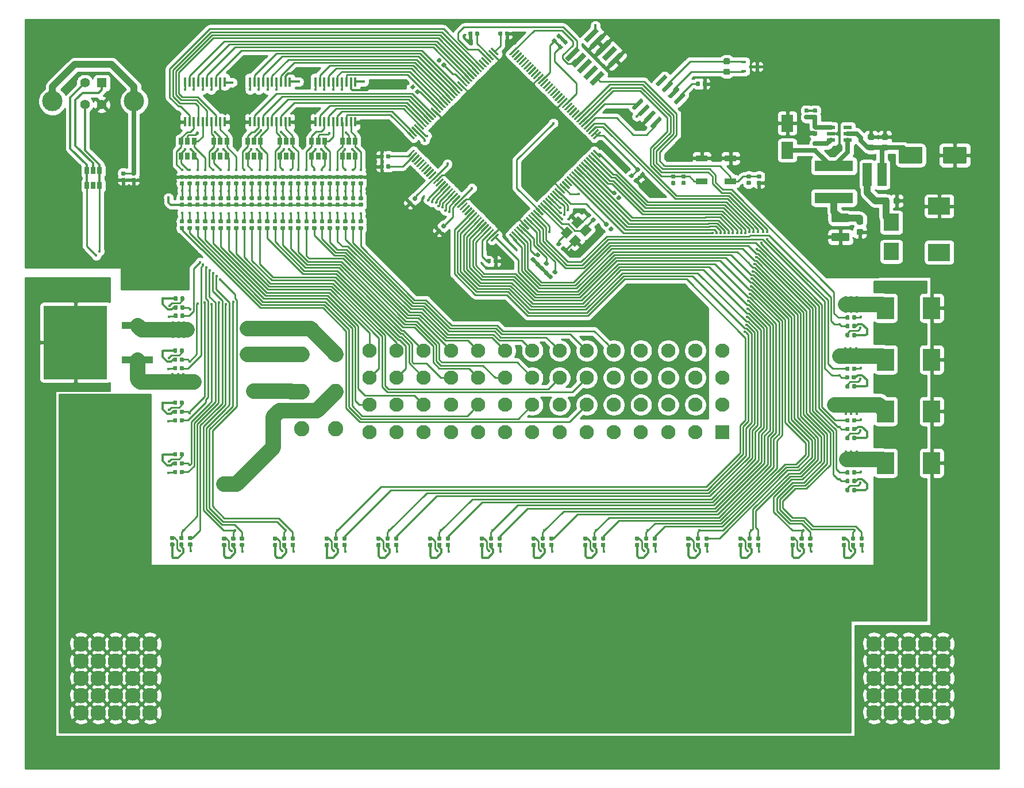
<source format=gbr>
G04 #@! TF.GenerationSoftware,KiCad,Pcbnew,(5.1.5)-3*
G04 #@! TF.CreationDate,2020-10-04T20:12:49-04:00*
G04 #@! TF.ProjectId,rusPDM,72757350-444d-42e6-9b69-6361645f7063,rev?*
G04 #@! TF.SameCoordinates,Original*
G04 #@! TF.FileFunction,Copper,L2,Bot*
G04 #@! TF.FilePolarity,Positive*
%FSLAX46Y46*%
G04 Gerber Fmt 4.6, Leading zero omitted, Abs format (unit mm)*
G04 Created by KiCad (PCBNEW (5.1.5)-3) date 2020-10-04 20:12:49*
%MOMM*%
%LPD*%
G04 APERTURE LIST*
%ADD10C,0.100000*%
%ADD11R,0.700000X0.450000*%
%ADD12R,2.500000X3.300000*%
%ADD13R,9.400000X10.800000*%
%ADD14R,4.600000X1.100000*%
%ADD15C,2.300000*%
%ADD16C,1.400000*%
%ADD17C,3.000000*%
%ADD18R,1.400000X1.400000*%
%ADD19R,0.450000X1.450000*%
%ADD20R,1.200000X0.600000*%
%ADD21R,5.700000X1.600000*%
%ADD22R,1.350000X3.400000*%
%ADD23R,1.800000X2.500000*%
%ADD24R,2.300000X2.500000*%
%ADD25R,3.300000X2.500000*%
%ADD26R,0.650000X1.060000*%
%ADD27R,2.100000X2.100000*%
%ADD28C,2.250000*%
%ADD29C,2.100000*%
%ADD30R,1.700000X0.900000*%
%ADD31C,0.400000*%
%ADD32C,0.800000*%
%ADD33C,0.250000*%
%ADD34C,0.700000*%
%ADD35C,0.300000*%
%ADD36C,2.300000*%
%ADD37C,1.000000*%
%ADD38C,0.254000*%
G04 APERTURE END LIST*
G04 #@! TA.AperFunction,SMDPad,CuDef*
D10*
G36*
X186178458Y-33337710D02*
G01*
X186192776Y-33339834D01*
X186206817Y-33343351D01*
X186220446Y-33348228D01*
X186233531Y-33354417D01*
X186245947Y-33361858D01*
X186257573Y-33370481D01*
X186268298Y-33380202D01*
X186278019Y-33390927D01*
X186286642Y-33402553D01*
X186294083Y-33414969D01*
X186300272Y-33428054D01*
X186305149Y-33441683D01*
X186308666Y-33455724D01*
X186310790Y-33470042D01*
X186311500Y-33484500D01*
X186311500Y-33779500D01*
X186310790Y-33793958D01*
X186308666Y-33808276D01*
X186305149Y-33822317D01*
X186300272Y-33835946D01*
X186294083Y-33849031D01*
X186286642Y-33861447D01*
X186278019Y-33873073D01*
X186268298Y-33883798D01*
X186257573Y-33893519D01*
X186245947Y-33902142D01*
X186233531Y-33909583D01*
X186220446Y-33915772D01*
X186206817Y-33920649D01*
X186192776Y-33924166D01*
X186178458Y-33926290D01*
X186164000Y-33927000D01*
X185819000Y-33927000D01*
X185804542Y-33926290D01*
X185790224Y-33924166D01*
X185776183Y-33920649D01*
X185762554Y-33915772D01*
X185749469Y-33909583D01*
X185737053Y-33902142D01*
X185725427Y-33893519D01*
X185714702Y-33883798D01*
X185704981Y-33873073D01*
X185696358Y-33861447D01*
X185688917Y-33849031D01*
X185682728Y-33835946D01*
X185677851Y-33822317D01*
X185674334Y-33808276D01*
X185672210Y-33793958D01*
X185671500Y-33779500D01*
X185671500Y-33484500D01*
X185672210Y-33470042D01*
X185674334Y-33455724D01*
X185677851Y-33441683D01*
X185682728Y-33428054D01*
X185688917Y-33414969D01*
X185696358Y-33402553D01*
X185704981Y-33390927D01*
X185714702Y-33380202D01*
X185725427Y-33370481D01*
X185737053Y-33361858D01*
X185749469Y-33354417D01*
X185762554Y-33348228D01*
X185776183Y-33343351D01*
X185790224Y-33339834D01*
X185804542Y-33337710D01*
X185819000Y-33337000D01*
X186164000Y-33337000D01*
X186178458Y-33337710D01*
G37*
G04 #@! TD.AperFunction*
G04 #@! TA.AperFunction,SMDPad,CuDef*
G36*
X186178458Y-32367710D02*
G01*
X186192776Y-32369834D01*
X186206817Y-32373351D01*
X186220446Y-32378228D01*
X186233531Y-32384417D01*
X186245947Y-32391858D01*
X186257573Y-32400481D01*
X186268298Y-32410202D01*
X186278019Y-32420927D01*
X186286642Y-32432553D01*
X186294083Y-32444969D01*
X186300272Y-32458054D01*
X186305149Y-32471683D01*
X186308666Y-32485724D01*
X186310790Y-32500042D01*
X186311500Y-32514500D01*
X186311500Y-32809500D01*
X186310790Y-32823958D01*
X186308666Y-32838276D01*
X186305149Y-32852317D01*
X186300272Y-32865946D01*
X186294083Y-32879031D01*
X186286642Y-32891447D01*
X186278019Y-32903073D01*
X186268298Y-32913798D01*
X186257573Y-32923519D01*
X186245947Y-32932142D01*
X186233531Y-32939583D01*
X186220446Y-32945772D01*
X186206817Y-32950649D01*
X186192776Y-32954166D01*
X186178458Y-32956290D01*
X186164000Y-32957000D01*
X185819000Y-32957000D01*
X185804542Y-32956290D01*
X185790224Y-32954166D01*
X185776183Y-32950649D01*
X185762554Y-32945772D01*
X185749469Y-32939583D01*
X185737053Y-32932142D01*
X185725427Y-32923519D01*
X185714702Y-32913798D01*
X185704981Y-32903073D01*
X185696358Y-32891447D01*
X185688917Y-32879031D01*
X185682728Y-32865946D01*
X185677851Y-32852317D01*
X185674334Y-32838276D01*
X185672210Y-32823958D01*
X185671500Y-32809500D01*
X185671500Y-32514500D01*
X185672210Y-32500042D01*
X185674334Y-32485724D01*
X185677851Y-32471683D01*
X185682728Y-32458054D01*
X185688917Y-32444969D01*
X185696358Y-32432553D01*
X185704981Y-32420927D01*
X185714702Y-32410202D01*
X185725427Y-32400481D01*
X185737053Y-32391858D01*
X185749469Y-32384417D01*
X185762554Y-32378228D01*
X185776183Y-32373351D01*
X185790224Y-32369834D01*
X185804542Y-32367710D01*
X185819000Y-32367000D01*
X186164000Y-32367000D01*
X186178458Y-32367710D01*
G37*
G04 #@! TD.AperFunction*
D11*
X187250000Y-16450000D03*
X185250000Y-15800000D03*
X185250000Y-17100000D03*
G04 #@! TA.AperFunction,SMDPad,CuDef*
D10*
G36*
X176309128Y-20348242D02*
G01*
X176323689Y-20350402D01*
X176337968Y-20353979D01*
X176351828Y-20358938D01*
X176365135Y-20365232D01*
X176377761Y-20372800D01*
X176389584Y-20381568D01*
X176400491Y-20391454D01*
X176612623Y-20603586D01*
X176622509Y-20614493D01*
X176631277Y-20626316D01*
X176638845Y-20638942D01*
X176645139Y-20652249D01*
X176650098Y-20666109D01*
X176653675Y-20680388D01*
X176655835Y-20694949D01*
X176656557Y-20709652D01*
X176655835Y-20724355D01*
X176653675Y-20738916D01*
X176650098Y-20753195D01*
X176645139Y-20767055D01*
X176638845Y-20780362D01*
X176631277Y-20792988D01*
X176622509Y-20804811D01*
X176612623Y-20815718D01*
X175445897Y-21982444D01*
X175434990Y-21992330D01*
X175423167Y-22001098D01*
X175410541Y-22008666D01*
X175397234Y-22014960D01*
X175383374Y-22019919D01*
X175369095Y-22023496D01*
X175354534Y-22025656D01*
X175339831Y-22026378D01*
X175325128Y-22025656D01*
X175310567Y-22023496D01*
X175296288Y-22019919D01*
X175282428Y-22014960D01*
X175269121Y-22008666D01*
X175256495Y-22001098D01*
X175244672Y-21992330D01*
X175233765Y-21982444D01*
X175021633Y-21770312D01*
X175011747Y-21759405D01*
X175002979Y-21747582D01*
X174995411Y-21734956D01*
X174989117Y-21721649D01*
X174984158Y-21707789D01*
X174980581Y-21693510D01*
X174978421Y-21678949D01*
X174977699Y-21664246D01*
X174978421Y-21649543D01*
X174980581Y-21634982D01*
X174984158Y-21620703D01*
X174989117Y-21606843D01*
X174995411Y-21593536D01*
X175002979Y-21580910D01*
X175011747Y-21569087D01*
X175021633Y-21558180D01*
X176188359Y-20391454D01*
X176199266Y-20381568D01*
X176211089Y-20372800D01*
X176223715Y-20365232D01*
X176237022Y-20358938D01*
X176250882Y-20353979D01*
X176265161Y-20350402D01*
X176279722Y-20348242D01*
X176294425Y-20347520D01*
X176309128Y-20348242D01*
G37*
G04 #@! TD.AperFunction*
G04 #@! TA.AperFunction,SMDPad,CuDef*
G36*
X175411102Y-19450217D02*
G01*
X175425663Y-19452377D01*
X175439942Y-19455954D01*
X175453802Y-19460913D01*
X175467109Y-19467207D01*
X175479735Y-19474775D01*
X175491558Y-19483543D01*
X175502465Y-19493429D01*
X175714597Y-19705561D01*
X175724483Y-19716468D01*
X175733251Y-19728291D01*
X175740819Y-19740917D01*
X175747113Y-19754224D01*
X175752072Y-19768084D01*
X175755649Y-19782363D01*
X175757809Y-19796924D01*
X175758531Y-19811627D01*
X175757809Y-19826330D01*
X175755649Y-19840891D01*
X175752072Y-19855170D01*
X175747113Y-19869030D01*
X175740819Y-19882337D01*
X175733251Y-19894963D01*
X175724483Y-19906786D01*
X175714597Y-19917693D01*
X174547871Y-21084419D01*
X174536964Y-21094305D01*
X174525141Y-21103073D01*
X174512515Y-21110641D01*
X174499208Y-21116935D01*
X174485348Y-21121894D01*
X174471069Y-21125471D01*
X174456508Y-21127631D01*
X174441805Y-21128353D01*
X174427102Y-21127631D01*
X174412541Y-21125471D01*
X174398262Y-21121894D01*
X174384402Y-21116935D01*
X174371095Y-21110641D01*
X174358469Y-21103073D01*
X174346646Y-21094305D01*
X174335739Y-21084419D01*
X174123607Y-20872287D01*
X174113721Y-20861380D01*
X174104953Y-20849557D01*
X174097385Y-20836931D01*
X174091091Y-20823624D01*
X174086132Y-20809764D01*
X174082555Y-20795485D01*
X174080395Y-20780924D01*
X174079673Y-20766221D01*
X174080395Y-20751518D01*
X174082555Y-20736957D01*
X174086132Y-20722678D01*
X174091091Y-20708818D01*
X174097385Y-20695511D01*
X174104953Y-20682885D01*
X174113721Y-20671062D01*
X174123607Y-20660155D01*
X175290333Y-19493429D01*
X175301240Y-19483543D01*
X175313063Y-19474775D01*
X175325689Y-19467207D01*
X175338996Y-19460913D01*
X175352856Y-19455954D01*
X175367135Y-19452377D01*
X175381696Y-19450217D01*
X175396399Y-19449495D01*
X175411102Y-19450217D01*
G37*
G04 #@! TD.AperFunction*
G04 #@! TA.AperFunction,SMDPad,CuDef*
G36*
X174513076Y-18552191D02*
G01*
X174527637Y-18554351D01*
X174541916Y-18557928D01*
X174555776Y-18562887D01*
X174569083Y-18569181D01*
X174581709Y-18576749D01*
X174593532Y-18585517D01*
X174604439Y-18595403D01*
X174816571Y-18807535D01*
X174826457Y-18818442D01*
X174835225Y-18830265D01*
X174842793Y-18842891D01*
X174849087Y-18856198D01*
X174854046Y-18870058D01*
X174857623Y-18884337D01*
X174859783Y-18898898D01*
X174860505Y-18913601D01*
X174859783Y-18928304D01*
X174857623Y-18942865D01*
X174854046Y-18957144D01*
X174849087Y-18971004D01*
X174842793Y-18984311D01*
X174835225Y-18996937D01*
X174826457Y-19008760D01*
X174816571Y-19019667D01*
X173649845Y-20186393D01*
X173638938Y-20196279D01*
X173627115Y-20205047D01*
X173614489Y-20212615D01*
X173601182Y-20218909D01*
X173587322Y-20223868D01*
X173573043Y-20227445D01*
X173558482Y-20229605D01*
X173543779Y-20230327D01*
X173529076Y-20229605D01*
X173514515Y-20227445D01*
X173500236Y-20223868D01*
X173486376Y-20218909D01*
X173473069Y-20212615D01*
X173460443Y-20205047D01*
X173448620Y-20196279D01*
X173437713Y-20186393D01*
X173225581Y-19974261D01*
X173215695Y-19963354D01*
X173206927Y-19951531D01*
X173199359Y-19938905D01*
X173193065Y-19925598D01*
X173188106Y-19911738D01*
X173184529Y-19897459D01*
X173182369Y-19882898D01*
X173181647Y-19868195D01*
X173182369Y-19853492D01*
X173184529Y-19838931D01*
X173188106Y-19824652D01*
X173193065Y-19810792D01*
X173199359Y-19797485D01*
X173206927Y-19784859D01*
X173215695Y-19773036D01*
X173225581Y-19762129D01*
X174392307Y-18595403D01*
X174403214Y-18585517D01*
X174415037Y-18576749D01*
X174427663Y-18569181D01*
X174440970Y-18562887D01*
X174454830Y-18557928D01*
X174469109Y-18554351D01*
X174483670Y-18552191D01*
X174498373Y-18551469D01*
X174513076Y-18552191D01*
G37*
G04 #@! TD.AperFunction*
G04 #@! TA.AperFunction,SMDPad,CuDef*
G36*
X173615051Y-17654165D02*
G01*
X173629612Y-17656325D01*
X173643891Y-17659902D01*
X173657751Y-17664861D01*
X173671058Y-17671155D01*
X173683684Y-17678723D01*
X173695507Y-17687491D01*
X173706414Y-17697377D01*
X173918546Y-17909509D01*
X173928432Y-17920416D01*
X173937200Y-17932239D01*
X173944768Y-17944865D01*
X173951062Y-17958172D01*
X173956021Y-17972032D01*
X173959598Y-17986311D01*
X173961758Y-18000872D01*
X173962480Y-18015575D01*
X173961758Y-18030278D01*
X173959598Y-18044839D01*
X173956021Y-18059118D01*
X173951062Y-18072978D01*
X173944768Y-18086285D01*
X173937200Y-18098911D01*
X173928432Y-18110734D01*
X173918546Y-18121641D01*
X172751820Y-19288367D01*
X172740913Y-19298253D01*
X172729090Y-19307021D01*
X172716464Y-19314589D01*
X172703157Y-19320883D01*
X172689297Y-19325842D01*
X172675018Y-19329419D01*
X172660457Y-19331579D01*
X172645754Y-19332301D01*
X172631051Y-19331579D01*
X172616490Y-19329419D01*
X172602211Y-19325842D01*
X172588351Y-19320883D01*
X172575044Y-19314589D01*
X172562418Y-19307021D01*
X172550595Y-19298253D01*
X172539688Y-19288367D01*
X172327556Y-19076235D01*
X172317670Y-19065328D01*
X172308902Y-19053505D01*
X172301334Y-19040879D01*
X172295040Y-19027572D01*
X172290081Y-19013712D01*
X172286504Y-18999433D01*
X172284344Y-18984872D01*
X172283622Y-18970169D01*
X172284344Y-18955466D01*
X172286504Y-18940905D01*
X172290081Y-18926626D01*
X172295040Y-18912766D01*
X172301334Y-18899459D01*
X172308902Y-18886833D01*
X172317670Y-18875010D01*
X172327556Y-18864103D01*
X173494282Y-17697377D01*
X173505189Y-17687491D01*
X173517012Y-17678723D01*
X173529638Y-17671155D01*
X173542945Y-17664861D01*
X173556805Y-17659902D01*
X173571084Y-17656325D01*
X173585645Y-17654165D01*
X173600348Y-17653443D01*
X173615051Y-17654165D01*
G37*
G04 #@! TD.AperFunction*
G04 #@! TA.AperFunction,SMDPad,CuDef*
G36*
X170114872Y-21154344D02*
G01*
X170129433Y-21156504D01*
X170143712Y-21160081D01*
X170157572Y-21165040D01*
X170170879Y-21171334D01*
X170183505Y-21178902D01*
X170195328Y-21187670D01*
X170206235Y-21197556D01*
X170418367Y-21409688D01*
X170428253Y-21420595D01*
X170437021Y-21432418D01*
X170444589Y-21445044D01*
X170450883Y-21458351D01*
X170455842Y-21472211D01*
X170459419Y-21486490D01*
X170461579Y-21501051D01*
X170462301Y-21515754D01*
X170461579Y-21530457D01*
X170459419Y-21545018D01*
X170455842Y-21559297D01*
X170450883Y-21573157D01*
X170444589Y-21586464D01*
X170437021Y-21599090D01*
X170428253Y-21610913D01*
X170418367Y-21621820D01*
X169251641Y-22788546D01*
X169240734Y-22798432D01*
X169228911Y-22807200D01*
X169216285Y-22814768D01*
X169202978Y-22821062D01*
X169189118Y-22826021D01*
X169174839Y-22829598D01*
X169160278Y-22831758D01*
X169145575Y-22832480D01*
X169130872Y-22831758D01*
X169116311Y-22829598D01*
X169102032Y-22826021D01*
X169088172Y-22821062D01*
X169074865Y-22814768D01*
X169062239Y-22807200D01*
X169050416Y-22798432D01*
X169039509Y-22788546D01*
X168827377Y-22576414D01*
X168817491Y-22565507D01*
X168808723Y-22553684D01*
X168801155Y-22541058D01*
X168794861Y-22527751D01*
X168789902Y-22513891D01*
X168786325Y-22499612D01*
X168784165Y-22485051D01*
X168783443Y-22470348D01*
X168784165Y-22455645D01*
X168786325Y-22441084D01*
X168789902Y-22426805D01*
X168794861Y-22412945D01*
X168801155Y-22399638D01*
X168808723Y-22387012D01*
X168817491Y-22375189D01*
X168827377Y-22364282D01*
X169994103Y-21197556D01*
X170005010Y-21187670D01*
X170016833Y-21178902D01*
X170029459Y-21171334D01*
X170042766Y-21165040D01*
X170056626Y-21160081D01*
X170070905Y-21156504D01*
X170085466Y-21154344D01*
X170100169Y-21153622D01*
X170114872Y-21154344D01*
G37*
G04 #@! TD.AperFunction*
G04 #@! TA.AperFunction,SMDPad,CuDef*
G36*
X171012898Y-22052369D02*
G01*
X171027459Y-22054529D01*
X171041738Y-22058106D01*
X171055598Y-22063065D01*
X171068905Y-22069359D01*
X171081531Y-22076927D01*
X171093354Y-22085695D01*
X171104261Y-22095581D01*
X171316393Y-22307713D01*
X171326279Y-22318620D01*
X171335047Y-22330443D01*
X171342615Y-22343069D01*
X171348909Y-22356376D01*
X171353868Y-22370236D01*
X171357445Y-22384515D01*
X171359605Y-22399076D01*
X171360327Y-22413779D01*
X171359605Y-22428482D01*
X171357445Y-22443043D01*
X171353868Y-22457322D01*
X171348909Y-22471182D01*
X171342615Y-22484489D01*
X171335047Y-22497115D01*
X171326279Y-22508938D01*
X171316393Y-22519845D01*
X170149667Y-23686571D01*
X170138760Y-23696457D01*
X170126937Y-23705225D01*
X170114311Y-23712793D01*
X170101004Y-23719087D01*
X170087144Y-23724046D01*
X170072865Y-23727623D01*
X170058304Y-23729783D01*
X170043601Y-23730505D01*
X170028898Y-23729783D01*
X170014337Y-23727623D01*
X170000058Y-23724046D01*
X169986198Y-23719087D01*
X169972891Y-23712793D01*
X169960265Y-23705225D01*
X169948442Y-23696457D01*
X169937535Y-23686571D01*
X169725403Y-23474439D01*
X169715517Y-23463532D01*
X169706749Y-23451709D01*
X169699181Y-23439083D01*
X169692887Y-23425776D01*
X169687928Y-23411916D01*
X169684351Y-23397637D01*
X169682191Y-23383076D01*
X169681469Y-23368373D01*
X169682191Y-23353670D01*
X169684351Y-23339109D01*
X169687928Y-23324830D01*
X169692887Y-23310970D01*
X169699181Y-23297663D01*
X169706749Y-23285037D01*
X169715517Y-23273214D01*
X169725403Y-23262307D01*
X170892129Y-22095581D01*
X170903036Y-22085695D01*
X170914859Y-22076927D01*
X170927485Y-22069359D01*
X170940792Y-22063065D01*
X170954652Y-22058106D01*
X170968931Y-22054529D01*
X170983492Y-22052369D01*
X170998195Y-22051647D01*
X171012898Y-22052369D01*
G37*
G04 #@! TD.AperFunction*
G04 #@! TA.AperFunction,SMDPad,CuDef*
G36*
X171910924Y-22950395D02*
G01*
X171925485Y-22952555D01*
X171939764Y-22956132D01*
X171953624Y-22961091D01*
X171966931Y-22967385D01*
X171979557Y-22974953D01*
X171991380Y-22983721D01*
X172002287Y-22993607D01*
X172214419Y-23205739D01*
X172224305Y-23216646D01*
X172233073Y-23228469D01*
X172240641Y-23241095D01*
X172246935Y-23254402D01*
X172251894Y-23268262D01*
X172255471Y-23282541D01*
X172257631Y-23297102D01*
X172258353Y-23311805D01*
X172257631Y-23326508D01*
X172255471Y-23341069D01*
X172251894Y-23355348D01*
X172246935Y-23369208D01*
X172240641Y-23382515D01*
X172233073Y-23395141D01*
X172224305Y-23406964D01*
X172214419Y-23417871D01*
X171047693Y-24584597D01*
X171036786Y-24594483D01*
X171024963Y-24603251D01*
X171012337Y-24610819D01*
X170999030Y-24617113D01*
X170985170Y-24622072D01*
X170970891Y-24625649D01*
X170956330Y-24627809D01*
X170941627Y-24628531D01*
X170926924Y-24627809D01*
X170912363Y-24625649D01*
X170898084Y-24622072D01*
X170884224Y-24617113D01*
X170870917Y-24610819D01*
X170858291Y-24603251D01*
X170846468Y-24594483D01*
X170835561Y-24584597D01*
X170623429Y-24372465D01*
X170613543Y-24361558D01*
X170604775Y-24349735D01*
X170597207Y-24337109D01*
X170590913Y-24323802D01*
X170585954Y-24309942D01*
X170582377Y-24295663D01*
X170580217Y-24281102D01*
X170579495Y-24266399D01*
X170580217Y-24251696D01*
X170582377Y-24237135D01*
X170585954Y-24222856D01*
X170590913Y-24208996D01*
X170597207Y-24195689D01*
X170604775Y-24183063D01*
X170613543Y-24171240D01*
X170623429Y-24160333D01*
X171790155Y-22993607D01*
X171801062Y-22983721D01*
X171812885Y-22974953D01*
X171825511Y-22967385D01*
X171838818Y-22961091D01*
X171852678Y-22956132D01*
X171866957Y-22952555D01*
X171881518Y-22950395D01*
X171896221Y-22949673D01*
X171910924Y-22950395D01*
G37*
G04 #@! TD.AperFunction*
G04 #@! TA.AperFunction,SMDPad,CuDef*
G36*
X172808949Y-23848421D02*
G01*
X172823510Y-23850581D01*
X172837789Y-23854158D01*
X172851649Y-23859117D01*
X172864956Y-23865411D01*
X172877582Y-23872979D01*
X172889405Y-23881747D01*
X172900312Y-23891633D01*
X173112444Y-24103765D01*
X173122330Y-24114672D01*
X173131098Y-24126495D01*
X173138666Y-24139121D01*
X173144960Y-24152428D01*
X173149919Y-24166288D01*
X173153496Y-24180567D01*
X173155656Y-24195128D01*
X173156378Y-24209831D01*
X173155656Y-24224534D01*
X173153496Y-24239095D01*
X173149919Y-24253374D01*
X173144960Y-24267234D01*
X173138666Y-24280541D01*
X173131098Y-24293167D01*
X173122330Y-24304990D01*
X173112444Y-24315897D01*
X171945718Y-25482623D01*
X171934811Y-25492509D01*
X171922988Y-25501277D01*
X171910362Y-25508845D01*
X171897055Y-25515139D01*
X171883195Y-25520098D01*
X171868916Y-25523675D01*
X171854355Y-25525835D01*
X171839652Y-25526557D01*
X171824949Y-25525835D01*
X171810388Y-25523675D01*
X171796109Y-25520098D01*
X171782249Y-25515139D01*
X171768942Y-25508845D01*
X171756316Y-25501277D01*
X171744493Y-25492509D01*
X171733586Y-25482623D01*
X171521454Y-25270491D01*
X171511568Y-25259584D01*
X171502800Y-25247761D01*
X171495232Y-25235135D01*
X171488938Y-25221828D01*
X171483979Y-25207968D01*
X171480402Y-25193689D01*
X171478242Y-25179128D01*
X171477520Y-25164425D01*
X171478242Y-25149722D01*
X171480402Y-25135161D01*
X171483979Y-25120882D01*
X171488938Y-25107022D01*
X171495232Y-25093715D01*
X171502800Y-25081089D01*
X171511568Y-25069266D01*
X171521454Y-25058359D01*
X172688180Y-23891633D01*
X172699087Y-23881747D01*
X172710910Y-23872979D01*
X172723536Y-23865411D01*
X172736843Y-23859117D01*
X172750703Y-23854158D01*
X172764982Y-23850581D01*
X172779543Y-23848421D01*
X172794246Y-23847699D01*
X172808949Y-23848421D01*
G37*
G04 #@! TD.AperFunction*
G04 #@! TA.AperFunction,SMDPad,CuDef*
G36*
X178676958Y-18680710D02*
G01*
X178691276Y-18682834D01*
X178705317Y-18686351D01*
X178718946Y-18691228D01*
X178732031Y-18697417D01*
X178744447Y-18704858D01*
X178756073Y-18713481D01*
X178766798Y-18723202D01*
X178776519Y-18733927D01*
X178785142Y-18745553D01*
X178792583Y-18757969D01*
X178798772Y-18771054D01*
X178803649Y-18784683D01*
X178807166Y-18798724D01*
X178809290Y-18813042D01*
X178810000Y-18827500D01*
X178810000Y-19172500D01*
X178809290Y-19186958D01*
X178807166Y-19201276D01*
X178803649Y-19215317D01*
X178798772Y-19228946D01*
X178792583Y-19242031D01*
X178785142Y-19254447D01*
X178776519Y-19266073D01*
X178766798Y-19276798D01*
X178756073Y-19286519D01*
X178744447Y-19295142D01*
X178732031Y-19302583D01*
X178718946Y-19308772D01*
X178705317Y-19313649D01*
X178691276Y-19317166D01*
X178676958Y-19319290D01*
X178662500Y-19320000D01*
X178367500Y-19320000D01*
X178353042Y-19319290D01*
X178338724Y-19317166D01*
X178324683Y-19313649D01*
X178311054Y-19308772D01*
X178297969Y-19302583D01*
X178285553Y-19295142D01*
X178273927Y-19286519D01*
X178263202Y-19276798D01*
X178253481Y-19266073D01*
X178244858Y-19254447D01*
X178237417Y-19242031D01*
X178231228Y-19228946D01*
X178226351Y-19215317D01*
X178222834Y-19201276D01*
X178220710Y-19186958D01*
X178220000Y-19172500D01*
X178220000Y-18827500D01*
X178220710Y-18813042D01*
X178222834Y-18798724D01*
X178226351Y-18784683D01*
X178231228Y-18771054D01*
X178237417Y-18757969D01*
X178244858Y-18745553D01*
X178253481Y-18733927D01*
X178263202Y-18723202D01*
X178273927Y-18713481D01*
X178285553Y-18704858D01*
X178297969Y-18697417D01*
X178311054Y-18691228D01*
X178324683Y-18686351D01*
X178338724Y-18682834D01*
X178353042Y-18680710D01*
X178367500Y-18680000D01*
X178662500Y-18680000D01*
X178676958Y-18680710D01*
G37*
G04 #@! TD.AperFunction*
G04 #@! TA.AperFunction,SMDPad,CuDef*
G36*
X179646958Y-18680710D02*
G01*
X179661276Y-18682834D01*
X179675317Y-18686351D01*
X179688946Y-18691228D01*
X179702031Y-18697417D01*
X179714447Y-18704858D01*
X179726073Y-18713481D01*
X179736798Y-18723202D01*
X179746519Y-18733927D01*
X179755142Y-18745553D01*
X179762583Y-18757969D01*
X179768772Y-18771054D01*
X179773649Y-18784683D01*
X179777166Y-18798724D01*
X179779290Y-18813042D01*
X179780000Y-18827500D01*
X179780000Y-19172500D01*
X179779290Y-19186958D01*
X179777166Y-19201276D01*
X179773649Y-19215317D01*
X179768772Y-19228946D01*
X179762583Y-19242031D01*
X179755142Y-19254447D01*
X179746519Y-19266073D01*
X179736798Y-19276798D01*
X179726073Y-19286519D01*
X179714447Y-19295142D01*
X179702031Y-19302583D01*
X179688946Y-19308772D01*
X179675317Y-19313649D01*
X179661276Y-19317166D01*
X179646958Y-19319290D01*
X179632500Y-19320000D01*
X179337500Y-19320000D01*
X179323042Y-19319290D01*
X179308724Y-19317166D01*
X179294683Y-19313649D01*
X179281054Y-19308772D01*
X179267969Y-19302583D01*
X179255553Y-19295142D01*
X179243927Y-19286519D01*
X179233202Y-19276798D01*
X179223481Y-19266073D01*
X179214858Y-19254447D01*
X179207417Y-19242031D01*
X179201228Y-19228946D01*
X179196351Y-19215317D01*
X179192834Y-19201276D01*
X179190710Y-19186958D01*
X179190000Y-19172500D01*
X179190000Y-18827500D01*
X179190710Y-18813042D01*
X179192834Y-18798724D01*
X179196351Y-18784683D01*
X179201228Y-18771054D01*
X179207417Y-18757969D01*
X179214858Y-18745553D01*
X179223481Y-18733927D01*
X179233202Y-18723202D01*
X179243927Y-18713481D01*
X179255553Y-18704858D01*
X179267969Y-18697417D01*
X179281054Y-18691228D01*
X179294683Y-18686351D01*
X179308724Y-18682834D01*
X179323042Y-18680710D01*
X179337500Y-18680000D01*
X179632500Y-18680000D01*
X179646958Y-18680710D01*
G37*
G04 #@! TD.AperFunction*
G04 #@! TA.AperFunction,SMDPad,CuDef*
G36*
X183027691Y-15226053D02*
G01*
X183048926Y-15229203D01*
X183069750Y-15234419D01*
X183089962Y-15241651D01*
X183109368Y-15250830D01*
X183127781Y-15261866D01*
X183145024Y-15274654D01*
X183160930Y-15289070D01*
X183175346Y-15304976D01*
X183188134Y-15322219D01*
X183199170Y-15340632D01*
X183208349Y-15360038D01*
X183215581Y-15380250D01*
X183220797Y-15401074D01*
X183223947Y-15422309D01*
X183225000Y-15443750D01*
X183225000Y-15881250D01*
X183223947Y-15902691D01*
X183220797Y-15923926D01*
X183215581Y-15944750D01*
X183208349Y-15964962D01*
X183199170Y-15984368D01*
X183188134Y-16002781D01*
X183175346Y-16020024D01*
X183160930Y-16035930D01*
X183145024Y-16050346D01*
X183127781Y-16063134D01*
X183109368Y-16074170D01*
X183089962Y-16083349D01*
X183069750Y-16090581D01*
X183048926Y-16095797D01*
X183027691Y-16098947D01*
X183006250Y-16100000D01*
X182493750Y-16100000D01*
X182472309Y-16098947D01*
X182451074Y-16095797D01*
X182430250Y-16090581D01*
X182410038Y-16083349D01*
X182390632Y-16074170D01*
X182372219Y-16063134D01*
X182354976Y-16050346D01*
X182339070Y-16035930D01*
X182324654Y-16020024D01*
X182311866Y-16002781D01*
X182300830Y-15984368D01*
X182291651Y-15964962D01*
X182284419Y-15944750D01*
X182279203Y-15923926D01*
X182276053Y-15902691D01*
X182275000Y-15881250D01*
X182275000Y-15443750D01*
X182276053Y-15422309D01*
X182279203Y-15401074D01*
X182284419Y-15380250D01*
X182291651Y-15360038D01*
X182300830Y-15340632D01*
X182311866Y-15322219D01*
X182324654Y-15304976D01*
X182339070Y-15289070D01*
X182354976Y-15274654D01*
X182372219Y-15261866D01*
X182390632Y-15250830D01*
X182410038Y-15241651D01*
X182430250Y-15234419D01*
X182451074Y-15229203D01*
X182472309Y-15226053D01*
X182493750Y-15225000D01*
X183006250Y-15225000D01*
X183027691Y-15226053D01*
G37*
G04 #@! TD.AperFunction*
G04 #@! TA.AperFunction,SMDPad,CuDef*
G36*
X183027691Y-16801053D02*
G01*
X183048926Y-16804203D01*
X183069750Y-16809419D01*
X183089962Y-16816651D01*
X183109368Y-16825830D01*
X183127781Y-16836866D01*
X183145024Y-16849654D01*
X183160930Y-16864070D01*
X183175346Y-16879976D01*
X183188134Y-16897219D01*
X183199170Y-16915632D01*
X183208349Y-16935038D01*
X183215581Y-16955250D01*
X183220797Y-16976074D01*
X183223947Y-16997309D01*
X183225000Y-17018750D01*
X183225000Y-17456250D01*
X183223947Y-17477691D01*
X183220797Y-17498926D01*
X183215581Y-17519750D01*
X183208349Y-17539962D01*
X183199170Y-17559368D01*
X183188134Y-17577781D01*
X183175346Y-17595024D01*
X183160930Y-17610930D01*
X183145024Y-17625346D01*
X183127781Y-17638134D01*
X183109368Y-17649170D01*
X183089962Y-17658349D01*
X183069750Y-17665581D01*
X183048926Y-17670797D01*
X183027691Y-17673947D01*
X183006250Y-17675000D01*
X182493750Y-17675000D01*
X182472309Y-17673947D01*
X182451074Y-17670797D01*
X182430250Y-17665581D01*
X182410038Y-17658349D01*
X182390632Y-17649170D01*
X182372219Y-17638134D01*
X182354976Y-17625346D01*
X182339070Y-17610930D01*
X182324654Y-17595024D01*
X182311866Y-17577781D01*
X182300830Y-17559368D01*
X182291651Y-17539962D01*
X182284419Y-17519750D01*
X182279203Y-17498926D01*
X182276053Y-17477691D01*
X182275000Y-17456250D01*
X182275000Y-17018750D01*
X182276053Y-16997309D01*
X182279203Y-16976074D01*
X182284419Y-16955250D01*
X182291651Y-16935038D01*
X182300830Y-16915632D01*
X182311866Y-16897219D01*
X182324654Y-16879976D01*
X182339070Y-16864070D01*
X182354976Y-16849654D01*
X182372219Y-16836866D01*
X182390632Y-16825830D01*
X182410038Y-16816651D01*
X182430250Y-16809419D01*
X182451074Y-16804203D01*
X182472309Y-16801053D01*
X182493750Y-16800000D01*
X183006250Y-16800000D01*
X183027691Y-16801053D01*
G37*
G04 #@! TD.AperFunction*
D12*
X212950000Y-52070000D03*
X206150000Y-52070000D03*
X212950000Y-59690000D03*
X206150000Y-59690000D03*
X212950000Y-67310000D03*
X206150000Y-67310000D03*
X212950000Y-74930000D03*
X206150000Y-74930000D03*
D13*
X86795000Y-57150000D03*
D14*
X95945000Y-59690000D03*
X95945000Y-54610000D03*
D15*
X214630000Y-101600000D03*
X212090000Y-101600000D03*
X209550000Y-101600000D03*
X207010000Y-101600000D03*
X204470000Y-101600000D03*
X214630000Y-104140000D03*
X212090000Y-104140000D03*
X209550000Y-104140000D03*
X207010000Y-104140000D03*
X204470000Y-104140000D03*
X214630000Y-106680000D03*
X212090000Y-106680000D03*
X209550000Y-106680000D03*
X207010000Y-106680000D03*
X204470000Y-106680000D03*
X214630000Y-109220000D03*
X212090000Y-109220000D03*
X209550000Y-109220000D03*
X207010000Y-109220000D03*
X204470000Y-109220000D03*
X214630000Y-111760000D03*
X212090000Y-111760000D03*
X209550000Y-111760000D03*
X207010000Y-111760000D03*
X204470000Y-111760000D03*
X97790000Y-101600000D03*
X95250000Y-101600000D03*
X92710000Y-101600000D03*
X90170000Y-101600000D03*
X87630000Y-101600000D03*
X97790000Y-104140000D03*
X95250000Y-104140000D03*
X92710000Y-104140000D03*
X90170000Y-104140000D03*
X87630000Y-104140000D03*
X97790000Y-106680000D03*
X95250000Y-106680000D03*
X92710000Y-106680000D03*
X90170000Y-106680000D03*
X87630000Y-106680000D03*
X97790000Y-109220000D03*
X95250000Y-109220000D03*
X92710000Y-109220000D03*
X90170000Y-109220000D03*
X87630000Y-109220000D03*
X97790000Y-111760000D03*
X95250000Y-111760000D03*
X92710000Y-111760000D03*
X90170000Y-111760000D03*
X87630000Y-111760000D03*
D16*
X88178000Y-18859500D03*
D17*
X83408000Y-21569500D03*
D18*
X90678000Y-18859500D03*
D16*
X88178000Y-22059500D03*
X90678000Y-22059500D03*
D17*
X95448000Y-21569500D03*
D19*
X128020000Y-18703500D03*
X127370000Y-18703500D03*
X126720000Y-18703500D03*
X126070000Y-18703500D03*
X125420000Y-18703500D03*
X124770000Y-18703500D03*
X124120000Y-18703500D03*
X123470000Y-18703500D03*
X122820000Y-18703500D03*
X122170000Y-18703500D03*
X122170000Y-24603500D03*
X122820000Y-24603500D03*
X123470000Y-24603500D03*
X124120000Y-24603500D03*
X124770000Y-24603500D03*
X125420000Y-24603500D03*
X126070000Y-24603500D03*
X126720000Y-24603500D03*
X127370000Y-24603500D03*
X128020000Y-24603500D03*
D20*
X200576500Y-27302500D03*
X200576500Y-26352500D03*
X200576500Y-25402500D03*
X198076500Y-25402500D03*
X198076500Y-26352500D03*
X198076500Y-27302500D03*
G04 #@! TA.AperFunction,SMDPad,CuDef*
D10*
G36*
X195957458Y-25065210D02*
G01*
X195971776Y-25067334D01*
X195985817Y-25070851D01*
X195999446Y-25075728D01*
X196012531Y-25081917D01*
X196024947Y-25089358D01*
X196036573Y-25097981D01*
X196047298Y-25107702D01*
X196057019Y-25118427D01*
X196065642Y-25130053D01*
X196073083Y-25142469D01*
X196079272Y-25155554D01*
X196084149Y-25169183D01*
X196087666Y-25183224D01*
X196089790Y-25197542D01*
X196090500Y-25212000D01*
X196090500Y-25507000D01*
X196089790Y-25521458D01*
X196087666Y-25535776D01*
X196084149Y-25549817D01*
X196079272Y-25563446D01*
X196073083Y-25576531D01*
X196065642Y-25588947D01*
X196057019Y-25600573D01*
X196047298Y-25611298D01*
X196036573Y-25621019D01*
X196024947Y-25629642D01*
X196012531Y-25637083D01*
X195999446Y-25643272D01*
X195985817Y-25648149D01*
X195971776Y-25651666D01*
X195957458Y-25653790D01*
X195943000Y-25654500D01*
X195598000Y-25654500D01*
X195583542Y-25653790D01*
X195569224Y-25651666D01*
X195555183Y-25648149D01*
X195541554Y-25643272D01*
X195528469Y-25637083D01*
X195516053Y-25629642D01*
X195504427Y-25621019D01*
X195493702Y-25611298D01*
X195483981Y-25600573D01*
X195475358Y-25588947D01*
X195467917Y-25576531D01*
X195461728Y-25563446D01*
X195456851Y-25549817D01*
X195453334Y-25535776D01*
X195451210Y-25521458D01*
X195450500Y-25507000D01*
X195450500Y-25212000D01*
X195451210Y-25197542D01*
X195453334Y-25183224D01*
X195456851Y-25169183D01*
X195461728Y-25155554D01*
X195467917Y-25142469D01*
X195475358Y-25130053D01*
X195483981Y-25118427D01*
X195493702Y-25107702D01*
X195504427Y-25097981D01*
X195516053Y-25089358D01*
X195528469Y-25081917D01*
X195541554Y-25075728D01*
X195555183Y-25070851D01*
X195569224Y-25067334D01*
X195583542Y-25065210D01*
X195598000Y-25064500D01*
X195943000Y-25064500D01*
X195957458Y-25065210D01*
G37*
G04 #@! TD.AperFunction*
G04 #@! TA.AperFunction,SMDPad,CuDef*
G36*
X195957458Y-26035210D02*
G01*
X195971776Y-26037334D01*
X195985817Y-26040851D01*
X195999446Y-26045728D01*
X196012531Y-26051917D01*
X196024947Y-26059358D01*
X196036573Y-26067981D01*
X196047298Y-26077702D01*
X196057019Y-26088427D01*
X196065642Y-26100053D01*
X196073083Y-26112469D01*
X196079272Y-26125554D01*
X196084149Y-26139183D01*
X196087666Y-26153224D01*
X196089790Y-26167542D01*
X196090500Y-26182000D01*
X196090500Y-26477000D01*
X196089790Y-26491458D01*
X196087666Y-26505776D01*
X196084149Y-26519817D01*
X196079272Y-26533446D01*
X196073083Y-26546531D01*
X196065642Y-26558947D01*
X196057019Y-26570573D01*
X196047298Y-26581298D01*
X196036573Y-26591019D01*
X196024947Y-26599642D01*
X196012531Y-26607083D01*
X195999446Y-26613272D01*
X195985817Y-26618149D01*
X195971776Y-26621666D01*
X195957458Y-26623790D01*
X195943000Y-26624500D01*
X195598000Y-26624500D01*
X195583542Y-26623790D01*
X195569224Y-26621666D01*
X195555183Y-26618149D01*
X195541554Y-26613272D01*
X195528469Y-26607083D01*
X195516053Y-26599642D01*
X195504427Y-26591019D01*
X195493702Y-26581298D01*
X195483981Y-26570573D01*
X195475358Y-26558947D01*
X195467917Y-26546531D01*
X195461728Y-26533446D01*
X195456851Y-26519817D01*
X195453334Y-26505776D01*
X195451210Y-26491458D01*
X195450500Y-26477000D01*
X195450500Y-26182000D01*
X195451210Y-26167542D01*
X195453334Y-26153224D01*
X195456851Y-26139183D01*
X195461728Y-26125554D01*
X195467917Y-26112469D01*
X195475358Y-26100053D01*
X195483981Y-26088427D01*
X195493702Y-26077702D01*
X195504427Y-26067981D01*
X195516053Y-26059358D01*
X195528469Y-26051917D01*
X195541554Y-26045728D01*
X195555183Y-26040851D01*
X195569224Y-26037334D01*
X195583542Y-26035210D01*
X195598000Y-26034500D01*
X195943000Y-26034500D01*
X195957458Y-26035210D01*
G37*
G04 #@! TD.AperFunction*
G04 #@! TA.AperFunction,SMDPad,CuDef*
G36*
X195957458Y-22652210D02*
G01*
X195971776Y-22654334D01*
X195985817Y-22657851D01*
X195999446Y-22662728D01*
X196012531Y-22668917D01*
X196024947Y-22676358D01*
X196036573Y-22684981D01*
X196047298Y-22694702D01*
X196057019Y-22705427D01*
X196065642Y-22717053D01*
X196073083Y-22729469D01*
X196079272Y-22742554D01*
X196084149Y-22756183D01*
X196087666Y-22770224D01*
X196089790Y-22784542D01*
X196090500Y-22799000D01*
X196090500Y-23094000D01*
X196089790Y-23108458D01*
X196087666Y-23122776D01*
X196084149Y-23136817D01*
X196079272Y-23150446D01*
X196073083Y-23163531D01*
X196065642Y-23175947D01*
X196057019Y-23187573D01*
X196047298Y-23198298D01*
X196036573Y-23208019D01*
X196024947Y-23216642D01*
X196012531Y-23224083D01*
X195999446Y-23230272D01*
X195985817Y-23235149D01*
X195971776Y-23238666D01*
X195957458Y-23240790D01*
X195943000Y-23241500D01*
X195598000Y-23241500D01*
X195583542Y-23240790D01*
X195569224Y-23238666D01*
X195555183Y-23235149D01*
X195541554Y-23230272D01*
X195528469Y-23224083D01*
X195516053Y-23216642D01*
X195504427Y-23208019D01*
X195493702Y-23198298D01*
X195483981Y-23187573D01*
X195475358Y-23175947D01*
X195467917Y-23163531D01*
X195461728Y-23150446D01*
X195456851Y-23136817D01*
X195453334Y-23122776D01*
X195451210Y-23108458D01*
X195450500Y-23094000D01*
X195450500Y-22799000D01*
X195451210Y-22784542D01*
X195453334Y-22770224D01*
X195456851Y-22756183D01*
X195461728Y-22742554D01*
X195467917Y-22729469D01*
X195475358Y-22717053D01*
X195483981Y-22705427D01*
X195493702Y-22694702D01*
X195504427Y-22684981D01*
X195516053Y-22676358D01*
X195528469Y-22668917D01*
X195541554Y-22662728D01*
X195555183Y-22657851D01*
X195569224Y-22654334D01*
X195583542Y-22652210D01*
X195598000Y-22651500D01*
X195943000Y-22651500D01*
X195957458Y-22652210D01*
G37*
G04 #@! TD.AperFunction*
G04 #@! TA.AperFunction,SMDPad,CuDef*
G36*
X195957458Y-23622210D02*
G01*
X195971776Y-23624334D01*
X195985817Y-23627851D01*
X195999446Y-23632728D01*
X196012531Y-23638917D01*
X196024947Y-23646358D01*
X196036573Y-23654981D01*
X196047298Y-23664702D01*
X196057019Y-23675427D01*
X196065642Y-23687053D01*
X196073083Y-23699469D01*
X196079272Y-23712554D01*
X196084149Y-23726183D01*
X196087666Y-23740224D01*
X196089790Y-23754542D01*
X196090500Y-23769000D01*
X196090500Y-24064000D01*
X196089790Y-24078458D01*
X196087666Y-24092776D01*
X196084149Y-24106817D01*
X196079272Y-24120446D01*
X196073083Y-24133531D01*
X196065642Y-24145947D01*
X196057019Y-24157573D01*
X196047298Y-24168298D01*
X196036573Y-24178019D01*
X196024947Y-24186642D01*
X196012531Y-24194083D01*
X195999446Y-24200272D01*
X195985817Y-24205149D01*
X195971776Y-24208666D01*
X195957458Y-24210790D01*
X195943000Y-24211500D01*
X195598000Y-24211500D01*
X195583542Y-24210790D01*
X195569224Y-24208666D01*
X195555183Y-24205149D01*
X195541554Y-24200272D01*
X195528469Y-24194083D01*
X195516053Y-24186642D01*
X195504427Y-24178019D01*
X195493702Y-24168298D01*
X195483981Y-24157573D01*
X195475358Y-24145947D01*
X195467917Y-24133531D01*
X195461728Y-24120446D01*
X195456851Y-24106817D01*
X195453334Y-24092776D01*
X195451210Y-24078458D01*
X195450500Y-24064000D01*
X195450500Y-23769000D01*
X195451210Y-23754542D01*
X195453334Y-23740224D01*
X195456851Y-23726183D01*
X195461728Y-23712554D01*
X195467917Y-23699469D01*
X195475358Y-23687053D01*
X195483981Y-23675427D01*
X195493702Y-23664702D01*
X195504427Y-23654981D01*
X195516053Y-23646358D01*
X195528469Y-23638917D01*
X195541554Y-23632728D01*
X195555183Y-23627851D01*
X195569224Y-23624334D01*
X195583542Y-23622210D01*
X195598000Y-23621500D01*
X195943000Y-23621500D01*
X195957458Y-23622210D01*
G37*
G04 #@! TD.AperFunction*
D21*
X198564500Y-35814500D03*
X198564500Y-31114500D03*
D22*
X205608500Y-32385000D03*
X203458500Y-32385000D03*
D23*
X191700000Y-24800000D03*
X191700000Y-28800000D03*
D24*
X207010000Y-43742500D03*
X207010000Y-39442500D03*
D25*
X214058500Y-37049500D03*
X214058500Y-43849500D03*
G04 #@! TA.AperFunction,SMDPad,CuDef*
D10*
G36*
X194687458Y-22652210D02*
G01*
X194701776Y-22654334D01*
X194715817Y-22657851D01*
X194729446Y-22662728D01*
X194742531Y-22668917D01*
X194754947Y-22676358D01*
X194766573Y-22684981D01*
X194777298Y-22694702D01*
X194787019Y-22705427D01*
X194795642Y-22717053D01*
X194803083Y-22729469D01*
X194809272Y-22742554D01*
X194814149Y-22756183D01*
X194817666Y-22770224D01*
X194819790Y-22784542D01*
X194820500Y-22799000D01*
X194820500Y-23094000D01*
X194819790Y-23108458D01*
X194817666Y-23122776D01*
X194814149Y-23136817D01*
X194809272Y-23150446D01*
X194803083Y-23163531D01*
X194795642Y-23175947D01*
X194787019Y-23187573D01*
X194777298Y-23198298D01*
X194766573Y-23208019D01*
X194754947Y-23216642D01*
X194742531Y-23224083D01*
X194729446Y-23230272D01*
X194715817Y-23235149D01*
X194701776Y-23238666D01*
X194687458Y-23240790D01*
X194673000Y-23241500D01*
X194328000Y-23241500D01*
X194313542Y-23240790D01*
X194299224Y-23238666D01*
X194285183Y-23235149D01*
X194271554Y-23230272D01*
X194258469Y-23224083D01*
X194246053Y-23216642D01*
X194234427Y-23208019D01*
X194223702Y-23198298D01*
X194213981Y-23187573D01*
X194205358Y-23175947D01*
X194197917Y-23163531D01*
X194191728Y-23150446D01*
X194186851Y-23136817D01*
X194183334Y-23122776D01*
X194181210Y-23108458D01*
X194180500Y-23094000D01*
X194180500Y-22799000D01*
X194181210Y-22784542D01*
X194183334Y-22770224D01*
X194186851Y-22756183D01*
X194191728Y-22742554D01*
X194197917Y-22729469D01*
X194205358Y-22717053D01*
X194213981Y-22705427D01*
X194223702Y-22694702D01*
X194234427Y-22684981D01*
X194246053Y-22676358D01*
X194258469Y-22668917D01*
X194271554Y-22662728D01*
X194285183Y-22657851D01*
X194299224Y-22654334D01*
X194313542Y-22652210D01*
X194328000Y-22651500D01*
X194673000Y-22651500D01*
X194687458Y-22652210D01*
G37*
G04 #@! TD.AperFunction*
G04 #@! TA.AperFunction,SMDPad,CuDef*
G36*
X194687458Y-23622210D02*
G01*
X194701776Y-23624334D01*
X194715817Y-23627851D01*
X194729446Y-23632728D01*
X194742531Y-23638917D01*
X194754947Y-23646358D01*
X194766573Y-23654981D01*
X194777298Y-23664702D01*
X194787019Y-23675427D01*
X194795642Y-23687053D01*
X194803083Y-23699469D01*
X194809272Y-23712554D01*
X194814149Y-23726183D01*
X194817666Y-23740224D01*
X194819790Y-23754542D01*
X194820500Y-23769000D01*
X194820500Y-24064000D01*
X194819790Y-24078458D01*
X194817666Y-24092776D01*
X194814149Y-24106817D01*
X194809272Y-24120446D01*
X194803083Y-24133531D01*
X194795642Y-24145947D01*
X194787019Y-24157573D01*
X194777298Y-24168298D01*
X194766573Y-24178019D01*
X194754947Y-24186642D01*
X194742531Y-24194083D01*
X194729446Y-24200272D01*
X194715817Y-24205149D01*
X194701776Y-24208666D01*
X194687458Y-24210790D01*
X194673000Y-24211500D01*
X194328000Y-24211500D01*
X194313542Y-24210790D01*
X194299224Y-24208666D01*
X194285183Y-24205149D01*
X194271554Y-24200272D01*
X194258469Y-24194083D01*
X194246053Y-24186642D01*
X194234427Y-24178019D01*
X194223702Y-24168298D01*
X194213981Y-24157573D01*
X194205358Y-24145947D01*
X194197917Y-24133531D01*
X194191728Y-24120446D01*
X194186851Y-24106817D01*
X194183334Y-24092776D01*
X194181210Y-24078458D01*
X194180500Y-24064000D01*
X194180500Y-23769000D01*
X194181210Y-23754542D01*
X194183334Y-23740224D01*
X194186851Y-23726183D01*
X194191728Y-23712554D01*
X194197917Y-23699469D01*
X194205358Y-23687053D01*
X194213981Y-23675427D01*
X194223702Y-23664702D01*
X194234427Y-23654981D01*
X194246053Y-23646358D01*
X194258469Y-23638917D01*
X194271554Y-23632728D01*
X194285183Y-23627851D01*
X194299224Y-23624334D01*
X194313542Y-23622210D01*
X194328000Y-23621500D01*
X194673000Y-23621500D01*
X194687458Y-23622210D01*
G37*
G04 #@! TD.AperFunction*
G04 #@! TA.AperFunction,SMDPad,CuDef*
G36*
X195957458Y-28511710D02*
G01*
X195971776Y-28513834D01*
X195985817Y-28517351D01*
X195999446Y-28522228D01*
X196012531Y-28528417D01*
X196024947Y-28535858D01*
X196036573Y-28544481D01*
X196047298Y-28554202D01*
X196057019Y-28564927D01*
X196065642Y-28576553D01*
X196073083Y-28588969D01*
X196079272Y-28602054D01*
X196084149Y-28615683D01*
X196087666Y-28629724D01*
X196089790Y-28644042D01*
X196090500Y-28658500D01*
X196090500Y-28953500D01*
X196089790Y-28967958D01*
X196087666Y-28982276D01*
X196084149Y-28996317D01*
X196079272Y-29009946D01*
X196073083Y-29023031D01*
X196065642Y-29035447D01*
X196057019Y-29047073D01*
X196047298Y-29057798D01*
X196036573Y-29067519D01*
X196024947Y-29076142D01*
X196012531Y-29083583D01*
X195999446Y-29089772D01*
X195985817Y-29094649D01*
X195971776Y-29098166D01*
X195957458Y-29100290D01*
X195943000Y-29101000D01*
X195598000Y-29101000D01*
X195583542Y-29100290D01*
X195569224Y-29098166D01*
X195555183Y-29094649D01*
X195541554Y-29089772D01*
X195528469Y-29083583D01*
X195516053Y-29076142D01*
X195504427Y-29067519D01*
X195493702Y-29057798D01*
X195483981Y-29047073D01*
X195475358Y-29035447D01*
X195467917Y-29023031D01*
X195461728Y-29009946D01*
X195456851Y-28996317D01*
X195453334Y-28982276D01*
X195451210Y-28967958D01*
X195450500Y-28953500D01*
X195450500Y-28658500D01*
X195451210Y-28644042D01*
X195453334Y-28629724D01*
X195456851Y-28615683D01*
X195461728Y-28602054D01*
X195467917Y-28588969D01*
X195475358Y-28576553D01*
X195483981Y-28564927D01*
X195493702Y-28554202D01*
X195504427Y-28544481D01*
X195516053Y-28535858D01*
X195528469Y-28528417D01*
X195541554Y-28522228D01*
X195555183Y-28517351D01*
X195569224Y-28513834D01*
X195583542Y-28511710D01*
X195598000Y-28511000D01*
X195943000Y-28511000D01*
X195957458Y-28511710D01*
G37*
G04 #@! TD.AperFunction*
G04 #@! TA.AperFunction,SMDPad,CuDef*
G36*
X195957458Y-27541710D02*
G01*
X195971776Y-27543834D01*
X195985817Y-27547351D01*
X195999446Y-27552228D01*
X196012531Y-27558417D01*
X196024947Y-27565858D01*
X196036573Y-27574481D01*
X196047298Y-27584202D01*
X196057019Y-27594927D01*
X196065642Y-27606553D01*
X196073083Y-27618969D01*
X196079272Y-27632054D01*
X196084149Y-27645683D01*
X196087666Y-27659724D01*
X196089790Y-27674042D01*
X196090500Y-27688500D01*
X196090500Y-27983500D01*
X196089790Y-27997958D01*
X196087666Y-28012276D01*
X196084149Y-28026317D01*
X196079272Y-28039946D01*
X196073083Y-28053031D01*
X196065642Y-28065447D01*
X196057019Y-28077073D01*
X196047298Y-28087798D01*
X196036573Y-28097519D01*
X196024947Y-28106142D01*
X196012531Y-28113583D01*
X195999446Y-28119772D01*
X195985817Y-28124649D01*
X195971776Y-28128166D01*
X195957458Y-28130290D01*
X195943000Y-28131000D01*
X195598000Y-28131000D01*
X195583542Y-28130290D01*
X195569224Y-28128166D01*
X195555183Y-28124649D01*
X195541554Y-28119772D01*
X195528469Y-28113583D01*
X195516053Y-28106142D01*
X195504427Y-28097519D01*
X195493702Y-28087798D01*
X195483981Y-28077073D01*
X195475358Y-28065447D01*
X195467917Y-28053031D01*
X195461728Y-28039946D01*
X195456851Y-28026317D01*
X195453334Y-28012276D01*
X195451210Y-27997958D01*
X195450500Y-27983500D01*
X195450500Y-27688500D01*
X195451210Y-27674042D01*
X195453334Y-27659724D01*
X195456851Y-27645683D01*
X195461728Y-27632054D01*
X195467917Y-27618969D01*
X195475358Y-27606553D01*
X195483981Y-27594927D01*
X195493702Y-27584202D01*
X195504427Y-27574481D01*
X195516053Y-27565858D01*
X195528469Y-27558417D01*
X195541554Y-27552228D01*
X195555183Y-27547351D01*
X195569224Y-27543834D01*
X195583542Y-27541710D01*
X195598000Y-27541000D01*
X195943000Y-27541000D01*
X195957458Y-27541710D01*
G37*
G04 #@! TD.AperFunction*
G04 #@! TA.AperFunction,SMDPad,CuDef*
G36*
X202652191Y-40419553D02*
G01*
X202673426Y-40422703D01*
X202694250Y-40427919D01*
X202714462Y-40435151D01*
X202733868Y-40444330D01*
X202752281Y-40455366D01*
X202769524Y-40468154D01*
X202785430Y-40482570D01*
X202799846Y-40498476D01*
X202812634Y-40515719D01*
X202823670Y-40534132D01*
X202832849Y-40553538D01*
X202840081Y-40573750D01*
X202845297Y-40594574D01*
X202848447Y-40615809D01*
X202849500Y-40637250D01*
X202849500Y-41074750D01*
X202848447Y-41096191D01*
X202845297Y-41117426D01*
X202840081Y-41138250D01*
X202832849Y-41158462D01*
X202823670Y-41177868D01*
X202812634Y-41196281D01*
X202799846Y-41213524D01*
X202785430Y-41229430D01*
X202769524Y-41243846D01*
X202752281Y-41256634D01*
X202733868Y-41267670D01*
X202714462Y-41276849D01*
X202694250Y-41284081D01*
X202673426Y-41289297D01*
X202652191Y-41292447D01*
X202630750Y-41293500D01*
X202118250Y-41293500D01*
X202096809Y-41292447D01*
X202075574Y-41289297D01*
X202054750Y-41284081D01*
X202034538Y-41276849D01*
X202015132Y-41267670D01*
X201996719Y-41256634D01*
X201979476Y-41243846D01*
X201963570Y-41229430D01*
X201949154Y-41213524D01*
X201936366Y-41196281D01*
X201925330Y-41177868D01*
X201916151Y-41158462D01*
X201908919Y-41138250D01*
X201903703Y-41117426D01*
X201900553Y-41096191D01*
X201899500Y-41074750D01*
X201899500Y-40637250D01*
X201900553Y-40615809D01*
X201903703Y-40594574D01*
X201908919Y-40573750D01*
X201916151Y-40553538D01*
X201925330Y-40534132D01*
X201936366Y-40515719D01*
X201949154Y-40498476D01*
X201963570Y-40482570D01*
X201979476Y-40468154D01*
X201996719Y-40455366D01*
X202015132Y-40444330D01*
X202034538Y-40435151D01*
X202054750Y-40427919D01*
X202075574Y-40422703D01*
X202096809Y-40419553D01*
X202118250Y-40418500D01*
X202630750Y-40418500D01*
X202652191Y-40419553D01*
G37*
G04 #@! TD.AperFunction*
G04 #@! TA.AperFunction,SMDPad,CuDef*
G36*
X202652191Y-38844553D02*
G01*
X202673426Y-38847703D01*
X202694250Y-38852919D01*
X202714462Y-38860151D01*
X202733868Y-38869330D01*
X202752281Y-38880366D01*
X202769524Y-38893154D01*
X202785430Y-38907570D01*
X202799846Y-38923476D01*
X202812634Y-38940719D01*
X202823670Y-38959132D01*
X202832849Y-38978538D01*
X202840081Y-38998750D01*
X202845297Y-39019574D01*
X202848447Y-39040809D01*
X202849500Y-39062250D01*
X202849500Y-39499750D01*
X202848447Y-39521191D01*
X202845297Y-39542426D01*
X202840081Y-39563250D01*
X202832849Y-39583462D01*
X202823670Y-39602868D01*
X202812634Y-39621281D01*
X202799846Y-39638524D01*
X202785430Y-39654430D01*
X202769524Y-39668846D01*
X202752281Y-39681634D01*
X202733868Y-39692670D01*
X202714462Y-39701849D01*
X202694250Y-39709081D01*
X202673426Y-39714297D01*
X202652191Y-39717447D01*
X202630750Y-39718500D01*
X202118250Y-39718500D01*
X202096809Y-39717447D01*
X202075574Y-39714297D01*
X202054750Y-39709081D01*
X202034538Y-39701849D01*
X202015132Y-39692670D01*
X201996719Y-39681634D01*
X201979476Y-39668846D01*
X201963570Y-39654430D01*
X201949154Y-39638524D01*
X201936366Y-39621281D01*
X201925330Y-39602868D01*
X201916151Y-39583462D01*
X201908919Y-39563250D01*
X201903703Y-39542426D01*
X201900553Y-39521191D01*
X201899500Y-39499750D01*
X201899500Y-39062250D01*
X201900553Y-39040809D01*
X201903703Y-39019574D01*
X201908919Y-38998750D01*
X201916151Y-38978538D01*
X201925330Y-38959132D01*
X201936366Y-38940719D01*
X201949154Y-38923476D01*
X201963570Y-38907570D01*
X201979476Y-38893154D01*
X201996719Y-38880366D01*
X202015132Y-38869330D01*
X202034538Y-38860151D01*
X202054750Y-38852919D01*
X202075574Y-38847703D01*
X202096809Y-38844553D01*
X202118250Y-38843500D01*
X202630750Y-38843500D01*
X202652191Y-38844553D01*
G37*
G04 #@! TD.AperFunction*
G04 #@! TA.AperFunction,SMDPad,CuDef*
G36*
X200616504Y-40971704D02*
G01*
X200640773Y-40975304D01*
X200664571Y-40981265D01*
X200687671Y-40989530D01*
X200709849Y-41000020D01*
X200730893Y-41012633D01*
X200750598Y-41027247D01*
X200768777Y-41043723D01*
X200785253Y-41061902D01*
X200799867Y-41081607D01*
X200812480Y-41102651D01*
X200822970Y-41124829D01*
X200831235Y-41147929D01*
X200837196Y-41171727D01*
X200840796Y-41195996D01*
X200842000Y-41220500D01*
X200842000Y-41970500D01*
X200840796Y-41995004D01*
X200837196Y-42019273D01*
X200831235Y-42043071D01*
X200822970Y-42066171D01*
X200812480Y-42088349D01*
X200799867Y-42109393D01*
X200785253Y-42129098D01*
X200768777Y-42147277D01*
X200750598Y-42163753D01*
X200730893Y-42178367D01*
X200709849Y-42190980D01*
X200687671Y-42201470D01*
X200664571Y-42209735D01*
X200640773Y-42215696D01*
X200616504Y-42219296D01*
X200592000Y-42220500D01*
X198442000Y-42220500D01*
X198417496Y-42219296D01*
X198393227Y-42215696D01*
X198369429Y-42209735D01*
X198346329Y-42201470D01*
X198324151Y-42190980D01*
X198303107Y-42178367D01*
X198283402Y-42163753D01*
X198265223Y-42147277D01*
X198248747Y-42129098D01*
X198234133Y-42109393D01*
X198221520Y-42088349D01*
X198211030Y-42066171D01*
X198202765Y-42043071D01*
X198196804Y-42019273D01*
X198193204Y-41995004D01*
X198192000Y-41970500D01*
X198192000Y-41220500D01*
X198193204Y-41195996D01*
X198196804Y-41171727D01*
X198202765Y-41147929D01*
X198211030Y-41124829D01*
X198221520Y-41102651D01*
X198234133Y-41081607D01*
X198248747Y-41061902D01*
X198265223Y-41043723D01*
X198283402Y-41027247D01*
X198303107Y-41012633D01*
X198324151Y-41000020D01*
X198346329Y-40989530D01*
X198369429Y-40981265D01*
X198393227Y-40975304D01*
X198417496Y-40971704D01*
X198442000Y-40970500D01*
X200592000Y-40970500D01*
X200616504Y-40971704D01*
G37*
G04 #@! TD.AperFunction*
G04 #@! TA.AperFunction,SMDPad,CuDef*
G36*
X200616504Y-38171704D02*
G01*
X200640773Y-38175304D01*
X200664571Y-38181265D01*
X200687671Y-38189530D01*
X200709849Y-38200020D01*
X200730893Y-38212633D01*
X200750598Y-38227247D01*
X200768777Y-38243723D01*
X200785253Y-38261902D01*
X200799867Y-38281607D01*
X200812480Y-38302651D01*
X200822970Y-38324829D01*
X200831235Y-38347929D01*
X200837196Y-38371727D01*
X200840796Y-38395996D01*
X200842000Y-38420500D01*
X200842000Y-39170500D01*
X200840796Y-39195004D01*
X200837196Y-39219273D01*
X200831235Y-39243071D01*
X200822970Y-39266171D01*
X200812480Y-39288349D01*
X200799867Y-39309393D01*
X200785253Y-39329098D01*
X200768777Y-39347277D01*
X200750598Y-39363753D01*
X200730893Y-39378367D01*
X200709849Y-39390980D01*
X200687671Y-39401470D01*
X200664571Y-39409735D01*
X200640773Y-39415696D01*
X200616504Y-39419296D01*
X200592000Y-39420500D01*
X198442000Y-39420500D01*
X198417496Y-39419296D01*
X198393227Y-39415696D01*
X198369429Y-39409735D01*
X198346329Y-39401470D01*
X198324151Y-39390980D01*
X198303107Y-39378367D01*
X198283402Y-39363753D01*
X198265223Y-39347277D01*
X198248747Y-39329098D01*
X198234133Y-39309393D01*
X198221520Y-39288349D01*
X198211030Y-39266171D01*
X198202765Y-39243071D01*
X198196804Y-39219273D01*
X198193204Y-39195004D01*
X198192000Y-39170500D01*
X198192000Y-38420500D01*
X198193204Y-38395996D01*
X198196804Y-38371727D01*
X198202765Y-38347929D01*
X198211030Y-38324829D01*
X198221520Y-38302651D01*
X198234133Y-38281607D01*
X198248747Y-38261902D01*
X198265223Y-38243723D01*
X198283402Y-38227247D01*
X198303107Y-38212633D01*
X198324151Y-38200020D01*
X198346329Y-38189530D01*
X198369429Y-38181265D01*
X198393227Y-38175304D01*
X198417496Y-38171704D01*
X198442000Y-38170500D01*
X200592000Y-38170500D01*
X200616504Y-38171704D01*
G37*
G04 #@! TD.AperFunction*
G04 #@! TA.AperFunction,SMDPad,CuDef*
G36*
X204303191Y-26398553D02*
G01*
X204324426Y-26401703D01*
X204345250Y-26406919D01*
X204365462Y-26414151D01*
X204384868Y-26423330D01*
X204403281Y-26434366D01*
X204420524Y-26447154D01*
X204436430Y-26461570D01*
X204450846Y-26477476D01*
X204463634Y-26494719D01*
X204474670Y-26513132D01*
X204483849Y-26532538D01*
X204491081Y-26552750D01*
X204496297Y-26573574D01*
X204499447Y-26594809D01*
X204500500Y-26616250D01*
X204500500Y-27053750D01*
X204499447Y-27075191D01*
X204496297Y-27096426D01*
X204491081Y-27117250D01*
X204483849Y-27137462D01*
X204474670Y-27156868D01*
X204463634Y-27175281D01*
X204450846Y-27192524D01*
X204436430Y-27208430D01*
X204420524Y-27222846D01*
X204403281Y-27235634D01*
X204384868Y-27246670D01*
X204365462Y-27255849D01*
X204345250Y-27263081D01*
X204324426Y-27268297D01*
X204303191Y-27271447D01*
X204281750Y-27272500D01*
X203769250Y-27272500D01*
X203747809Y-27271447D01*
X203726574Y-27268297D01*
X203705750Y-27263081D01*
X203685538Y-27255849D01*
X203666132Y-27246670D01*
X203647719Y-27235634D01*
X203630476Y-27222846D01*
X203614570Y-27208430D01*
X203600154Y-27192524D01*
X203587366Y-27175281D01*
X203576330Y-27156868D01*
X203567151Y-27137462D01*
X203559919Y-27117250D01*
X203554703Y-27096426D01*
X203551553Y-27075191D01*
X203550500Y-27053750D01*
X203550500Y-26616250D01*
X203551553Y-26594809D01*
X203554703Y-26573574D01*
X203559919Y-26552750D01*
X203567151Y-26532538D01*
X203576330Y-26513132D01*
X203587366Y-26494719D01*
X203600154Y-26477476D01*
X203614570Y-26461570D01*
X203630476Y-26447154D01*
X203647719Y-26434366D01*
X203666132Y-26423330D01*
X203685538Y-26414151D01*
X203705750Y-26406919D01*
X203726574Y-26401703D01*
X203747809Y-26398553D01*
X203769250Y-26397500D01*
X204281750Y-26397500D01*
X204303191Y-26398553D01*
G37*
G04 #@! TD.AperFunction*
G04 #@! TA.AperFunction,SMDPad,CuDef*
G36*
X204303191Y-27973553D02*
G01*
X204324426Y-27976703D01*
X204345250Y-27981919D01*
X204365462Y-27989151D01*
X204384868Y-27998330D01*
X204403281Y-28009366D01*
X204420524Y-28022154D01*
X204436430Y-28036570D01*
X204450846Y-28052476D01*
X204463634Y-28069719D01*
X204474670Y-28088132D01*
X204483849Y-28107538D01*
X204491081Y-28127750D01*
X204496297Y-28148574D01*
X204499447Y-28169809D01*
X204500500Y-28191250D01*
X204500500Y-28628750D01*
X204499447Y-28650191D01*
X204496297Y-28671426D01*
X204491081Y-28692250D01*
X204483849Y-28712462D01*
X204474670Y-28731868D01*
X204463634Y-28750281D01*
X204450846Y-28767524D01*
X204436430Y-28783430D01*
X204420524Y-28797846D01*
X204403281Y-28810634D01*
X204384868Y-28821670D01*
X204365462Y-28830849D01*
X204345250Y-28838081D01*
X204324426Y-28843297D01*
X204303191Y-28846447D01*
X204281750Y-28847500D01*
X203769250Y-28847500D01*
X203747809Y-28846447D01*
X203726574Y-28843297D01*
X203705750Y-28838081D01*
X203685538Y-28830849D01*
X203666132Y-28821670D01*
X203647719Y-28810634D01*
X203630476Y-28797846D01*
X203614570Y-28783430D01*
X203600154Y-28767524D01*
X203587366Y-28750281D01*
X203576330Y-28731868D01*
X203567151Y-28712462D01*
X203559919Y-28692250D01*
X203554703Y-28671426D01*
X203551553Y-28650191D01*
X203550500Y-28628750D01*
X203550500Y-28191250D01*
X203551553Y-28169809D01*
X203554703Y-28148574D01*
X203559919Y-28127750D01*
X203567151Y-28107538D01*
X203576330Y-28088132D01*
X203587366Y-28069719D01*
X203600154Y-28052476D01*
X203614570Y-28036570D01*
X203630476Y-28022154D01*
X203647719Y-28009366D01*
X203666132Y-27998330D01*
X203685538Y-27989151D01*
X203705750Y-27981919D01*
X203726574Y-27976703D01*
X203747809Y-27973553D01*
X203769250Y-27972500D01*
X204281750Y-27972500D01*
X204303191Y-27973553D01*
G37*
G04 #@! TD.AperFunction*
G04 #@! TA.AperFunction,SMDPad,CuDef*
G36*
X206335191Y-26398553D02*
G01*
X206356426Y-26401703D01*
X206377250Y-26406919D01*
X206397462Y-26414151D01*
X206416868Y-26423330D01*
X206435281Y-26434366D01*
X206452524Y-26447154D01*
X206468430Y-26461570D01*
X206482846Y-26477476D01*
X206495634Y-26494719D01*
X206506670Y-26513132D01*
X206515849Y-26532538D01*
X206523081Y-26552750D01*
X206528297Y-26573574D01*
X206531447Y-26594809D01*
X206532500Y-26616250D01*
X206532500Y-27053750D01*
X206531447Y-27075191D01*
X206528297Y-27096426D01*
X206523081Y-27117250D01*
X206515849Y-27137462D01*
X206506670Y-27156868D01*
X206495634Y-27175281D01*
X206482846Y-27192524D01*
X206468430Y-27208430D01*
X206452524Y-27222846D01*
X206435281Y-27235634D01*
X206416868Y-27246670D01*
X206397462Y-27255849D01*
X206377250Y-27263081D01*
X206356426Y-27268297D01*
X206335191Y-27271447D01*
X206313750Y-27272500D01*
X205801250Y-27272500D01*
X205779809Y-27271447D01*
X205758574Y-27268297D01*
X205737750Y-27263081D01*
X205717538Y-27255849D01*
X205698132Y-27246670D01*
X205679719Y-27235634D01*
X205662476Y-27222846D01*
X205646570Y-27208430D01*
X205632154Y-27192524D01*
X205619366Y-27175281D01*
X205608330Y-27156868D01*
X205599151Y-27137462D01*
X205591919Y-27117250D01*
X205586703Y-27096426D01*
X205583553Y-27075191D01*
X205582500Y-27053750D01*
X205582500Y-26616250D01*
X205583553Y-26594809D01*
X205586703Y-26573574D01*
X205591919Y-26552750D01*
X205599151Y-26532538D01*
X205608330Y-26513132D01*
X205619366Y-26494719D01*
X205632154Y-26477476D01*
X205646570Y-26461570D01*
X205662476Y-26447154D01*
X205679719Y-26434366D01*
X205698132Y-26423330D01*
X205717538Y-26414151D01*
X205737750Y-26406919D01*
X205758574Y-26401703D01*
X205779809Y-26398553D01*
X205801250Y-26397500D01*
X206313750Y-26397500D01*
X206335191Y-26398553D01*
G37*
G04 #@! TD.AperFunction*
G04 #@! TA.AperFunction,SMDPad,CuDef*
G36*
X206335191Y-27973553D02*
G01*
X206356426Y-27976703D01*
X206377250Y-27981919D01*
X206397462Y-27989151D01*
X206416868Y-27998330D01*
X206435281Y-28009366D01*
X206452524Y-28022154D01*
X206468430Y-28036570D01*
X206482846Y-28052476D01*
X206495634Y-28069719D01*
X206506670Y-28088132D01*
X206515849Y-28107538D01*
X206523081Y-28127750D01*
X206528297Y-28148574D01*
X206531447Y-28169809D01*
X206532500Y-28191250D01*
X206532500Y-28628750D01*
X206531447Y-28650191D01*
X206528297Y-28671426D01*
X206523081Y-28692250D01*
X206515849Y-28712462D01*
X206506670Y-28731868D01*
X206495634Y-28750281D01*
X206482846Y-28767524D01*
X206468430Y-28783430D01*
X206452524Y-28797846D01*
X206435281Y-28810634D01*
X206416868Y-28821670D01*
X206397462Y-28830849D01*
X206377250Y-28838081D01*
X206356426Y-28843297D01*
X206335191Y-28846447D01*
X206313750Y-28847500D01*
X205801250Y-28847500D01*
X205779809Y-28846447D01*
X205758574Y-28843297D01*
X205737750Y-28838081D01*
X205717538Y-28830849D01*
X205698132Y-28821670D01*
X205679719Y-28810634D01*
X205662476Y-28797846D01*
X205646570Y-28783430D01*
X205632154Y-28767524D01*
X205619366Y-28750281D01*
X205608330Y-28731868D01*
X205599151Y-28712462D01*
X205591919Y-28692250D01*
X205586703Y-28671426D01*
X205583553Y-28650191D01*
X205582500Y-28628750D01*
X205582500Y-28191250D01*
X205583553Y-28169809D01*
X205586703Y-28148574D01*
X205591919Y-28127750D01*
X205599151Y-28107538D01*
X205608330Y-28088132D01*
X205619366Y-28069719D01*
X205632154Y-28052476D01*
X205646570Y-28036570D01*
X205662476Y-28022154D01*
X205679719Y-28009366D01*
X205698132Y-27998330D01*
X205717538Y-27989151D01*
X205737750Y-27981919D01*
X205758574Y-27976703D01*
X205779809Y-27973553D01*
X205801250Y-27972500D01*
X206313750Y-27972500D01*
X206335191Y-27973553D01*
G37*
G04 #@! TD.AperFunction*
G04 #@! TA.AperFunction,SMDPad,CuDef*
G36*
X217880504Y-28278704D02*
G01*
X217904773Y-28282304D01*
X217928571Y-28288265D01*
X217951671Y-28296530D01*
X217973849Y-28307020D01*
X217994893Y-28319633D01*
X218014598Y-28334247D01*
X218032777Y-28350723D01*
X218049253Y-28368902D01*
X218063867Y-28388607D01*
X218076480Y-28409651D01*
X218086970Y-28431829D01*
X218095235Y-28454929D01*
X218101196Y-28478727D01*
X218104796Y-28502996D01*
X218106000Y-28527500D01*
X218106000Y-30527500D01*
X218104796Y-30552004D01*
X218101196Y-30576273D01*
X218095235Y-30600071D01*
X218086970Y-30623171D01*
X218076480Y-30645349D01*
X218063867Y-30666393D01*
X218049253Y-30686098D01*
X218032777Y-30704277D01*
X218014598Y-30720753D01*
X217994893Y-30735367D01*
X217973849Y-30747980D01*
X217951671Y-30758470D01*
X217928571Y-30766735D01*
X217904773Y-30772696D01*
X217880504Y-30776296D01*
X217856000Y-30777500D01*
X214856000Y-30777500D01*
X214831496Y-30776296D01*
X214807227Y-30772696D01*
X214783429Y-30766735D01*
X214760329Y-30758470D01*
X214738151Y-30747980D01*
X214717107Y-30735367D01*
X214697402Y-30720753D01*
X214679223Y-30704277D01*
X214662747Y-30686098D01*
X214648133Y-30666393D01*
X214635520Y-30645349D01*
X214625030Y-30623171D01*
X214616765Y-30600071D01*
X214610804Y-30576273D01*
X214607204Y-30552004D01*
X214606000Y-30527500D01*
X214606000Y-28527500D01*
X214607204Y-28502996D01*
X214610804Y-28478727D01*
X214616765Y-28454929D01*
X214625030Y-28431829D01*
X214635520Y-28409651D01*
X214648133Y-28388607D01*
X214662747Y-28368902D01*
X214679223Y-28350723D01*
X214697402Y-28334247D01*
X214717107Y-28319633D01*
X214738151Y-28307020D01*
X214760329Y-28296530D01*
X214783429Y-28288265D01*
X214807227Y-28282304D01*
X214831496Y-28278704D01*
X214856000Y-28277500D01*
X217856000Y-28277500D01*
X217880504Y-28278704D01*
G37*
G04 #@! TD.AperFunction*
G04 #@! TA.AperFunction,SMDPad,CuDef*
G36*
X211380504Y-28278704D02*
G01*
X211404773Y-28282304D01*
X211428571Y-28288265D01*
X211451671Y-28296530D01*
X211473849Y-28307020D01*
X211494893Y-28319633D01*
X211514598Y-28334247D01*
X211532777Y-28350723D01*
X211549253Y-28368902D01*
X211563867Y-28388607D01*
X211576480Y-28409651D01*
X211586970Y-28431829D01*
X211595235Y-28454929D01*
X211601196Y-28478727D01*
X211604796Y-28502996D01*
X211606000Y-28527500D01*
X211606000Y-30527500D01*
X211604796Y-30552004D01*
X211601196Y-30576273D01*
X211595235Y-30600071D01*
X211586970Y-30623171D01*
X211576480Y-30645349D01*
X211563867Y-30666393D01*
X211549253Y-30686098D01*
X211532777Y-30704277D01*
X211514598Y-30720753D01*
X211494893Y-30735367D01*
X211473849Y-30747980D01*
X211451671Y-30758470D01*
X211428571Y-30766735D01*
X211404773Y-30772696D01*
X211380504Y-30776296D01*
X211356000Y-30777500D01*
X208356000Y-30777500D01*
X208331496Y-30776296D01*
X208307227Y-30772696D01*
X208283429Y-30766735D01*
X208260329Y-30758470D01*
X208238151Y-30747980D01*
X208217107Y-30735367D01*
X208197402Y-30720753D01*
X208179223Y-30704277D01*
X208162747Y-30686098D01*
X208148133Y-30666393D01*
X208135520Y-30645349D01*
X208125030Y-30623171D01*
X208116765Y-30600071D01*
X208110804Y-30576273D01*
X208107204Y-30552004D01*
X208106000Y-30527500D01*
X208106000Y-28527500D01*
X208107204Y-28502996D01*
X208110804Y-28478727D01*
X208116765Y-28454929D01*
X208125030Y-28431829D01*
X208135520Y-28409651D01*
X208148133Y-28388607D01*
X208162747Y-28368902D01*
X208179223Y-28350723D01*
X208197402Y-28334247D01*
X208217107Y-28319633D01*
X208238151Y-28307020D01*
X208260329Y-28296530D01*
X208283429Y-28288265D01*
X208307227Y-28282304D01*
X208331496Y-28278704D01*
X208356000Y-28277500D01*
X211356000Y-28277500D01*
X211380504Y-28278704D01*
G37*
G04 #@! TD.AperFunction*
G04 #@! TA.AperFunction,SMDPad,CuDef*
G36*
X208037691Y-35784553D02*
G01*
X208058926Y-35787703D01*
X208079750Y-35792919D01*
X208099962Y-35800151D01*
X208119368Y-35809330D01*
X208137781Y-35820366D01*
X208155024Y-35833154D01*
X208170930Y-35847570D01*
X208185346Y-35863476D01*
X208198134Y-35880719D01*
X208209170Y-35899132D01*
X208218349Y-35918538D01*
X208225581Y-35938750D01*
X208230797Y-35959574D01*
X208233947Y-35980809D01*
X208235000Y-36002250D01*
X208235000Y-36514750D01*
X208233947Y-36536191D01*
X208230797Y-36557426D01*
X208225581Y-36578250D01*
X208218349Y-36598462D01*
X208209170Y-36617868D01*
X208198134Y-36636281D01*
X208185346Y-36653524D01*
X208170930Y-36669430D01*
X208155024Y-36683846D01*
X208137781Y-36696634D01*
X208119368Y-36707670D01*
X208099962Y-36716849D01*
X208079750Y-36724081D01*
X208058926Y-36729297D01*
X208037691Y-36732447D01*
X208016250Y-36733500D01*
X207578750Y-36733500D01*
X207557309Y-36732447D01*
X207536074Y-36729297D01*
X207515250Y-36724081D01*
X207495038Y-36716849D01*
X207475632Y-36707670D01*
X207457219Y-36696634D01*
X207439976Y-36683846D01*
X207424070Y-36669430D01*
X207409654Y-36653524D01*
X207396866Y-36636281D01*
X207385830Y-36617868D01*
X207376651Y-36598462D01*
X207369419Y-36578250D01*
X207364203Y-36557426D01*
X207361053Y-36536191D01*
X207360000Y-36514750D01*
X207360000Y-36002250D01*
X207361053Y-35980809D01*
X207364203Y-35959574D01*
X207369419Y-35938750D01*
X207376651Y-35918538D01*
X207385830Y-35899132D01*
X207396866Y-35880719D01*
X207409654Y-35863476D01*
X207424070Y-35847570D01*
X207439976Y-35833154D01*
X207457219Y-35820366D01*
X207475632Y-35809330D01*
X207495038Y-35800151D01*
X207515250Y-35792919D01*
X207536074Y-35787703D01*
X207557309Y-35784553D01*
X207578750Y-35783500D01*
X208016250Y-35783500D01*
X208037691Y-35784553D01*
G37*
G04 #@! TD.AperFunction*
G04 #@! TA.AperFunction,SMDPad,CuDef*
G36*
X206462691Y-35784553D02*
G01*
X206483926Y-35787703D01*
X206504750Y-35792919D01*
X206524962Y-35800151D01*
X206544368Y-35809330D01*
X206562781Y-35820366D01*
X206580024Y-35833154D01*
X206595930Y-35847570D01*
X206610346Y-35863476D01*
X206623134Y-35880719D01*
X206634170Y-35899132D01*
X206643349Y-35918538D01*
X206650581Y-35938750D01*
X206655797Y-35959574D01*
X206658947Y-35980809D01*
X206660000Y-36002250D01*
X206660000Y-36514750D01*
X206658947Y-36536191D01*
X206655797Y-36557426D01*
X206650581Y-36578250D01*
X206643349Y-36598462D01*
X206634170Y-36617868D01*
X206623134Y-36636281D01*
X206610346Y-36653524D01*
X206595930Y-36669430D01*
X206580024Y-36683846D01*
X206562781Y-36696634D01*
X206544368Y-36707670D01*
X206524962Y-36716849D01*
X206504750Y-36724081D01*
X206483926Y-36729297D01*
X206462691Y-36732447D01*
X206441250Y-36733500D01*
X206003750Y-36733500D01*
X205982309Y-36732447D01*
X205961074Y-36729297D01*
X205940250Y-36724081D01*
X205920038Y-36716849D01*
X205900632Y-36707670D01*
X205882219Y-36696634D01*
X205864976Y-36683846D01*
X205849070Y-36669430D01*
X205834654Y-36653524D01*
X205821866Y-36636281D01*
X205810830Y-36617868D01*
X205801651Y-36598462D01*
X205794419Y-36578250D01*
X205789203Y-36557426D01*
X205786053Y-36536191D01*
X205785000Y-36514750D01*
X205785000Y-36002250D01*
X205786053Y-35980809D01*
X205789203Y-35959574D01*
X205794419Y-35938750D01*
X205801651Y-35918538D01*
X205810830Y-35899132D01*
X205821866Y-35880719D01*
X205834654Y-35863476D01*
X205849070Y-35847570D01*
X205864976Y-35833154D01*
X205882219Y-35820366D01*
X205900632Y-35809330D01*
X205920038Y-35800151D01*
X205940250Y-35792919D01*
X205961074Y-35787703D01*
X205982309Y-35784553D01*
X206003750Y-35783500D01*
X206441250Y-35783500D01*
X206462691Y-35784553D01*
G37*
G04 #@! TD.AperFunction*
D26*
X89408000Y-31793000D03*
X90358000Y-31793000D03*
X88458000Y-31793000D03*
X88458000Y-33993000D03*
X89408000Y-33993000D03*
X90358000Y-33993000D03*
G04 #@! TA.AperFunction,SMDPad,CuDef*
D10*
G36*
X95563958Y-32893210D02*
G01*
X95578276Y-32895334D01*
X95592317Y-32898851D01*
X95605946Y-32903728D01*
X95619031Y-32909917D01*
X95631447Y-32917358D01*
X95643073Y-32925981D01*
X95653798Y-32935702D01*
X95663519Y-32946427D01*
X95672142Y-32958053D01*
X95679583Y-32970469D01*
X95685772Y-32983554D01*
X95690649Y-32997183D01*
X95694166Y-33011224D01*
X95696290Y-33025542D01*
X95697000Y-33040000D01*
X95697000Y-33335000D01*
X95696290Y-33349458D01*
X95694166Y-33363776D01*
X95690649Y-33377817D01*
X95685772Y-33391446D01*
X95679583Y-33404531D01*
X95672142Y-33416947D01*
X95663519Y-33428573D01*
X95653798Y-33439298D01*
X95643073Y-33449019D01*
X95631447Y-33457642D01*
X95619031Y-33465083D01*
X95605946Y-33471272D01*
X95592317Y-33476149D01*
X95578276Y-33479666D01*
X95563958Y-33481790D01*
X95549500Y-33482500D01*
X95204500Y-33482500D01*
X95190042Y-33481790D01*
X95175724Y-33479666D01*
X95161683Y-33476149D01*
X95148054Y-33471272D01*
X95134969Y-33465083D01*
X95122553Y-33457642D01*
X95110927Y-33449019D01*
X95100202Y-33439298D01*
X95090481Y-33428573D01*
X95081858Y-33416947D01*
X95074417Y-33404531D01*
X95068228Y-33391446D01*
X95063351Y-33377817D01*
X95059834Y-33363776D01*
X95057710Y-33349458D01*
X95057000Y-33335000D01*
X95057000Y-33040000D01*
X95057710Y-33025542D01*
X95059834Y-33011224D01*
X95063351Y-32997183D01*
X95068228Y-32983554D01*
X95074417Y-32970469D01*
X95081858Y-32958053D01*
X95090481Y-32946427D01*
X95100202Y-32935702D01*
X95110927Y-32925981D01*
X95122553Y-32917358D01*
X95134969Y-32909917D01*
X95148054Y-32903728D01*
X95161683Y-32898851D01*
X95175724Y-32895334D01*
X95190042Y-32893210D01*
X95204500Y-32892500D01*
X95549500Y-32892500D01*
X95563958Y-32893210D01*
G37*
G04 #@! TD.AperFunction*
G04 #@! TA.AperFunction,SMDPad,CuDef*
G36*
X95563958Y-31923210D02*
G01*
X95578276Y-31925334D01*
X95592317Y-31928851D01*
X95605946Y-31933728D01*
X95619031Y-31939917D01*
X95631447Y-31947358D01*
X95643073Y-31955981D01*
X95653798Y-31965702D01*
X95663519Y-31976427D01*
X95672142Y-31988053D01*
X95679583Y-32000469D01*
X95685772Y-32013554D01*
X95690649Y-32027183D01*
X95694166Y-32041224D01*
X95696290Y-32055542D01*
X95697000Y-32070000D01*
X95697000Y-32365000D01*
X95696290Y-32379458D01*
X95694166Y-32393776D01*
X95690649Y-32407817D01*
X95685772Y-32421446D01*
X95679583Y-32434531D01*
X95672142Y-32446947D01*
X95663519Y-32458573D01*
X95653798Y-32469298D01*
X95643073Y-32479019D01*
X95631447Y-32487642D01*
X95619031Y-32495083D01*
X95605946Y-32501272D01*
X95592317Y-32506149D01*
X95578276Y-32509666D01*
X95563958Y-32511790D01*
X95549500Y-32512500D01*
X95204500Y-32512500D01*
X95190042Y-32511790D01*
X95175724Y-32509666D01*
X95161683Y-32506149D01*
X95148054Y-32501272D01*
X95134969Y-32495083D01*
X95122553Y-32487642D01*
X95110927Y-32479019D01*
X95100202Y-32469298D01*
X95090481Y-32458573D01*
X95081858Y-32446947D01*
X95074417Y-32434531D01*
X95068228Y-32421446D01*
X95063351Y-32407817D01*
X95059834Y-32393776D01*
X95057710Y-32379458D01*
X95057000Y-32365000D01*
X95057000Y-32070000D01*
X95057710Y-32055542D01*
X95059834Y-32041224D01*
X95063351Y-32027183D01*
X95068228Y-32013554D01*
X95074417Y-32000469D01*
X95081858Y-31988053D01*
X95090481Y-31976427D01*
X95100202Y-31965702D01*
X95110927Y-31955981D01*
X95122553Y-31947358D01*
X95134969Y-31939917D01*
X95148054Y-31933728D01*
X95161683Y-31928851D01*
X95175724Y-31925334D01*
X95190042Y-31923210D01*
X95204500Y-31922500D01*
X95549500Y-31922500D01*
X95563958Y-31923210D01*
G37*
G04 #@! TD.AperFunction*
G04 #@! TA.AperFunction,SMDPad,CuDef*
G36*
X164204092Y-17064751D02*
G01*
X164727351Y-17588010D01*
X163030294Y-19285067D01*
X162507035Y-18761808D01*
X164204092Y-17064751D01*
G37*
G04 #@! TD.AperFunction*
G04 #@! TA.AperFunction,SMDPad,CuDef*
G36*
X166961808Y-14307035D02*
G01*
X167485067Y-14830294D01*
X165788010Y-16527351D01*
X165264751Y-16004092D01*
X166961808Y-14307035D01*
G37*
G04 #@! TD.AperFunction*
G04 #@! TA.AperFunction,SMDPad,CuDef*
G36*
X163306066Y-16166726D02*
G01*
X163829325Y-16689985D01*
X162132268Y-18387042D01*
X161609009Y-17863783D01*
X163306066Y-16166726D01*
G37*
G04 #@! TD.AperFunction*
G04 #@! TA.AperFunction,SMDPad,CuDef*
G36*
X166063783Y-13409009D02*
G01*
X166587042Y-13932268D01*
X164889985Y-15629325D01*
X164366726Y-15106066D01*
X166063783Y-13409009D01*
G37*
G04 #@! TD.AperFunction*
G04 #@! TA.AperFunction,SMDPad,CuDef*
G36*
X162408041Y-15268700D02*
G01*
X162931300Y-15791959D01*
X161234243Y-17489016D01*
X160710984Y-16965757D01*
X162408041Y-15268700D01*
G37*
G04 #@! TD.AperFunction*
G04 #@! TA.AperFunction,SMDPad,CuDef*
G36*
X165165757Y-12510984D02*
G01*
X165689016Y-13034243D01*
X163991959Y-14731300D01*
X163468700Y-14208041D01*
X165165757Y-12510984D01*
G37*
G04 #@! TD.AperFunction*
G04 #@! TA.AperFunction,SMDPad,CuDef*
G36*
X161510015Y-14370675D02*
G01*
X162033274Y-14893934D01*
X160336217Y-16590991D01*
X159812958Y-16067732D01*
X161510015Y-14370675D01*
G37*
G04 #@! TD.AperFunction*
G04 #@! TA.AperFunction,SMDPad,CuDef*
G36*
X164267732Y-11612958D02*
G01*
X164790991Y-12136217D01*
X163093934Y-13833274D01*
X162570675Y-13310015D01*
X164267732Y-11612958D01*
G37*
G04 #@! TD.AperFunction*
G04 #@! TA.AperFunction,SMDPad,CuDef*
G36*
X160611990Y-13472649D02*
G01*
X161135249Y-13995908D01*
X159438192Y-15692965D01*
X158914933Y-15169706D01*
X160611990Y-13472649D01*
G37*
G04 #@! TD.AperFunction*
G04 #@! TA.AperFunction,SMDPad,CuDef*
G36*
X163369706Y-10714933D02*
G01*
X163892965Y-11238192D01*
X162195908Y-12935249D01*
X161672649Y-12411990D01*
X163369706Y-10714933D01*
G37*
G04 #@! TD.AperFunction*
G04 #@! TA.AperFunction,SMDPad,CuDef*
G36*
X94039958Y-32893210D02*
G01*
X94054276Y-32895334D01*
X94068317Y-32898851D01*
X94081946Y-32903728D01*
X94095031Y-32909917D01*
X94107447Y-32917358D01*
X94119073Y-32925981D01*
X94129798Y-32935702D01*
X94139519Y-32946427D01*
X94148142Y-32958053D01*
X94155583Y-32970469D01*
X94161772Y-32983554D01*
X94166649Y-32997183D01*
X94170166Y-33011224D01*
X94172290Y-33025542D01*
X94173000Y-33040000D01*
X94173000Y-33335000D01*
X94172290Y-33349458D01*
X94170166Y-33363776D01*
X94166649Y-33377817D01*
X94161772Y-33391446D01*
X94155583Y-33404531D01*
X94148142Y-33416947D01*
X94139519Y-33428573D01*
X94129798Y-33439298D01*
X94119073Y-33449019D01*
X94107447Y-33457642D01*
X94095031Y-33465083D01*
X94081946Y-33471272D01*
X94068317Y-33476149D01*
X94054276Y-33479666D01*
X94039958Y-33481790D01*
X94025500Y-33482500D01*
X93680500Y-33482500D01*
X93666042Y-33481790D01*
X93651724Y-33479666D01*
X93637683Y-33476149D01*
X93624054Y-33471272D01*
X93610969Y-33465083D01*
X93598553Y-33457642D01*
X93586927Y-33449019D01*
X93576202Y-33439298D01*
X93566481Y-33428573D01*
X93557858Y-33416947D01*
X93550417Y-33404531D01*
X93544228Y-33391446D01*
X93539351Y-33377817D01*
X93535834Y-33363776D01*
X93533710Y-33349458D01*
X93533000Y-33335000D01*
X93533000Y-33040000D01*
X93533710Y-33025542D01*
X93535834Y-33011224D01*
X93539351Y-32997183D01*
X93544228Y-32983554D01*
X93550417Y-32970469D01*
X93557858Y-32958053D01*
X93566481Y-32946427D01*
X93576202Y-32935702D01*
X93586927Y-32925981D01*
X93598553Y-32917358D01*
X93610969Y-32909917D01*
X93624054Y-32903728D01*
X93637683Y-32898851D01*
X93651724Y-32895334D01*
X93666042Y-32893210D01*
X93680500Y-32892500D01*
X94025500Y-32892500D01*
X94039958Y-32893210D01*
G37*
G04 #@! TD.AperFunction*
G04 #@! TA.AperFunction,SMDPad,CuDef*
G36*
X94039958Y-31923210D02*
G01*
X94054276Y-31925334D01*
X94068317Y-31928851D01*
X94081946Y-31933728D01*
X94095031Y-31939917D01*
X94107447Y-31947358D01*
X94119073Y-31955981D01*
X94129798Y-31965702D01*
X94139519Y-31976427D01*
X94148142Y-31988053D01*
X94155583Y-32000469D01*
X94161772Y-32013554D01*
X94166649Y-32027183D01*
X94170166Y-32041224D01*
X94172290Y-32055542D01*
X94173000Y-32070000D01*
X94173000Y-32365000D01*
X94172290Y-32379458D01*
X94170166Y-32393776D01*
X94166649Y-32407817D01*
X94161772Y-32421446D01*
X94155583Y-32434531D01*
X94148142Y-32446947D01*
X94139519Y-32458573D01*
X94129798Y-32469298D01*
X94119073Y-32479019D01*
X94107447Y-32487642D01*
X94095031Y-32495083D01*
X94081946Y-32501272D01*
X94068317Y-32506149D01*
X94054276Y-32509666D01*
X94039958Y-32511790D01*
X94025500Y-32512500D01*
X93680500Y-32512500D01*
X93666042Y-32511790D01*
X93651724Y-32509666D01*
X93637683Y-32506149D01*
X93624054Y-32501272D01*
X93610969Y-32495083D01*
X93598553Y-32487642D01*
X93586927Y-32479019D01*
X93576202Y-32469298D01*
X93566481Y-32458573D01*
X93557858Y-32446947D01*
X93550417Y-32434531D01*
X93544228Y-32421446D01*
X93539351Y-32407817D01*
X93535834Y-32393776D01*
X93533710Y-32379458D01*
X93533000Y-32365000D01*
X93533000Y-32070000D01*
X93533710Y-32055542D01*
X93535834Y-32041224D01*
X93539351Y-32027183D01*
X93544228Y-32013554D01*
X93550417Y-32000469D01*
X93557858Y-31988053D01*
X93566481Y-31976427D01*
X93576202Y-31965702D01*
X93586927Y-31955981D01*
X93598553Y-31947358D01*
X93610969Y-31939917D01*
X93624054Y-31933728D01*
X93637683Y-31928851D01*
X93651724Y-31925334D01*
X93666042Y-31923210D01*
X93680500Y-31922500D01*
X94025500Y-31922500D01*
X94039958Y-31923210D01*
G37*
G04 #@! TD.AperFunction*
G04 #@! TA.AperFunction,SMDPad,CuDef*
G36*
X162111958Y-85771210D02*
G01*
X162126276Y-85773334D01*
X162140317Y-85776851D01*
X162153946Y-85781728D01*
X162167031Y-85787917D01*
X162179447Y-85795358D01*
X162191073Y-85803981D01*
X162201798Y-85813702D01*
X162211519Y-85824427D01*
X162220142Y-85836053D01*
X162227583Y-85848469D01*
X162233772Y-85861554D01*
X162238649Y-85875183D01*
X162242166Y-85889224D01*
X162244290Y-85903542D01*
X162245000Y-85918000D01*
X162245000Y-86213000D01*
X162244290Y-86227458D01*
X162242166Y-86241776D01*
X162238649Y-86255817D01*
X162233772Y-86269446D01*
X162227583Y-86282531D01*
X162220142Y-86294947D01*
X162211519Y-86306573D01*
X162201798Y-86317298D01*
X162191073Y-86327019D01*
X162179447Y-86335642D01*
X162167031Y-86343083D01*
X162153946Y-86349272D01*
X162140317Y-86354149D01*
X162126276Y-86357666D01*
X162111958Y-86359790D01*
X162097500Y-86360500D01*
X161752500Y-86360500D01*
X161738042Y-86359790D01*
X161723724Y-86357666D01*
X161709683Y-86354149D01*
X161696054Y-86349272D01*
X161682969Y-86343083D01*
X161670553Y-86335642D01*
X161658927Y-86327019D01*
X161648202Y-86317298D01*
X161638481Y-86306573D01*
X161629858Y-86294947D01*
X161622417Y-86282531D01*
X161616228Y-86269446D01*
X161611351Y-86255817D01*
X161607834Y-86241776D01*
X161605710Y-86227458D01*
X161605000Y-86213000D01*
X161605000Y-85918000D01*
X161605710Y-85903542D01*
X161607834Y-85889224D01*
X161611351Y-85875183D01*
X161616228Y-85861554D01*
X161622417Y-85848469D01*
X161629858Y-85836053D01*
X161638481Y-85824427D01*
X161648202Y-85813702D01*
X161658927Y-85803981D01*
X161670553Y-85795358D01*
X161682969Y-85787917D01*
X161696054Y-85781728D01*
X161709683Y-85776851D01*
X161723724Y-85773334D01*
X161738042Y-85771210D01*
X161752500Y-85770500D01*
X162097500Y-85770500D01*
X162111958Y-85771210D01*
G37*
G04 #@! TD.AperFunction*
G04 #@! TA.AperFunction,SMDPad,CuDef*
G36*
X162111958Y-86741210D02*
G01*
X162126276Y-86743334D01*
X162140317Y-86746851D01*
X162153946Y-86751728D01*
X162167031Y-86757917D01*
X162179447Y-86765358D01*
X162191073Y-86773981D01*
X162201798Y-86783702D01*
X162211519Y-86794427D01*
X162220142Y-86806053D01*
X162227583Y-86818469D01*
X162233772Y-86831554D01*
X162238649Y-86845183D01*
X162242166Y-86859224D01*
X162244290Y-86873542D01*
X162245000Y-86888000D01*
X162245000Y-87183000D01*
X162244290Y-87197458D01*
X162242166Y-87211776D01*
X162238649Y-87225817D01*
X162233772Y-87239446D01*
X162227583Y-87252531D01*
X162220142Y-87264947D01*
X162211519Y-87276573D01*
X162201798Y-87287298D01*
X162191073Y-87297019D01*
X162179447Y-87305642D01*
X162167031Y-87313083D01*
X162153946Y-87319272D01*
X162140317Y-87324149D01*
X162126276Y-87327666D01*
X162111958Y-87329790D01*
X162097500Y-87330500D01*
X161752500Y-87330500D01*
X161738042Y-87329790D01*
X161723724Y-87327666D01*
X161709683Y-87324149D01*
X161696054Y-87319272D01*
X161682969Y-87313083D01*
X161670553Y-87305642D01*
X161658927Y-87297019D01*
X161648202Y-87287298D01*
X161638481Y-87276573D01*
X161629858Y-87264947D01*
X161622417Y-87252531D01*
X161616228Y-87239446D01*
X161611351Y-87225817D01*
X161607834Y-87211776D01*
X161605710Y-87197458D01*
X161605000Y-87183000D01*
X161605000Y-86888000D01*
X161605710Y-86873542D01*
X161607834Y-86859224D01*
X161611351Y-86845183D01*
X161616228Y-86831554D01*
X161622417Y-86818469D01*
X161629858Y-86806053D01*
X161638481Y-86794427D01*
X161648202Y-86783702D01*
X161658927Y-86773981D01*
X161670553Y-86765358D01*
X161682969Y-86757917D01*
X161696054Y-86751728D01*
X161709683Y-86746851D01*
X161723724Y-86743334D01*
X161738042Y-86741210D01*
X161752500Y-86740500D01*
X162097500Y-86740500D01*
X162111958Y-86741210D01*
G37*
G04 #@! TD.AperFunction*
D27*
X182118000Y-70358000D03*
D28*
X120118000Y-58858000D03*
X120118000Y-64358000D03*
X125118000Y-58858000D03*
X125118000Y-64358000D03*
X120118000Y-69858000D03*
D29*
X130118000Y-58358000D03*
X130118000Y-62358000D03*
X130118000Y-66358000D03*
X130118000Y-70358000D03*
X134118000Y-58358000D03*
X134118000Y-62358000D03*
X134118000Y-66358000D03*
X134118000Y-70358000D03*
X138118000Y-58358000D03*
X138118000Y-62358000D03*
X138118000Y-66358000D03*
X138118000Y-70358000D03*
X142118000Y-58358000D03*
X142118000Y-62358000D03*
X142118000Y-66358000D03*
X142118000Y-70358000D03*
X146118000Y-58358000D03*
X146118000Y-62358000D03*
X146118000Y-66358000D03*
X146118000Y-70358000D03*
X150118000Y-58358000D03*
X150118000Y-62358000D03*
X150118000Y-66358000D03*
X150118000Y-70358000D03*
X154118000Y-58358000D03*
X154118000Y-62358000D03*
X154118000Y-66358000D03*
X154118000Y-70358000D03*
X158118000Y-58358000D03*
X158118000Y-62358000D03*
X158118000Y-66358000D03*
X158118000Y-70358000D03*
X162118000Y-58358000D03*
X162118000Y-62358000D03*
X162118000Y-66358000D03*
X162118000Y-70358000D03*
X166118000Y-58358000D03*
X166118000Y-62358000D03*
X166118000Y-66358000D03*
X166118000Y-70358000D03*
X170118000Y-58358000D03*
X170118000Y-62358000D03*
X170118000Y-66358000D03*
X170118000Y-70358000D03*
X174118000Y-58358000D03*
X174118000Y-62358000D03*
X174118000Y-66358000D03*
X174118000Y-70358000D03*
X178118000Y-58358000D03*
X178118000Y-62358000D03*
X178118000Y-66358000D03*
X178118000Y-70358000D03*
X182118000Y-58358000D03*
X182118000Y-62358000D03*
X182118000Y-66358000D03*
D28*
X125118000Y-69858000D03*
D26*
X103314500Y-29687700D03*
X102364500Y-29687700D03*
X104264500Y-29687700D03*
X104264500Y-27487700D03*
X103314500Y-27487700D03*
X102364500Y-27487700D03*
X108140500Y-29687700D03*
X107190500Y-29687700D03*
X109090500Y-29687700D03*
X109090500Y-27487700D03*
X108140500Y-27487700D03*
X107190500Y-27487700D03*
X113093500Y-29675000D03*
X112143500Y-29675000D03*
X114043500Y-29675000D03*
X114043500Y-27475000D03*
X113093500Y-27475000D03*
X112143500Y-27475000D03*
X117856000Y-29675000D03*
X116906000Y-29675000D03*
X118806000Y-29675000D03*
X118806000Y-27475000D03*
X117856000Y-27475000D03*
X116906000Y-27475000D03*
X122555000Y-29675000D03*
X121605000Y-29675000D03*
X123505000Y-29675000D03*
X123505000Y-27475000D03*
X122555000Y-27475000D03*
X121605000Y-27475000D03*
X127063500Y-29675000D03*
X126113500Y-29675000D03*
X128013500Y-29675000D03*
X128013500Y-27475000D03*
X127063500Y-27475000D03*
X126113500Y-27475000D03*
G04 #@! TA.AperFunction,SMDPad,CuDef*
D10*
G36*
X157095458Y-86741210D02*
G01*
X157109776Y-86743334D01*
X157123817Y-86746851D01*
X157137446Y-86751728D01*
X157150531Y-86757917D01*
X157162947Y-86765358D01*
X157174573Y-86773981D01*
X157185298Y-86783702D01*
X157195019Y-86794427D01*
X157203642Y-86806053D01*
X157211083Y-86818469D01*
X157217272Y-86831554D01*
X157222149Y-86845183D01*
X157225666Y-86859224D01*
X157227790Y-86873542D01*
X157228500Y-86888000D01*
X157228500Y-87183000D01*
X157227790Y-87197458D01*
X157225666Y-87211776D01*
X157222149Y-87225817D01*
X157217272Y-87239446D01*
X157211083Y-87252531D01*
X157203642Y-87264947D01*
X157195019Y-87276573D01*
X157185298Y-87287298D01*
X157174573Y-87297019D01*
X157162947Y-87305642D01*
X157150531Y-87313083D01*
X157137446Y-87319272D01*
X157123817Y-87324149D01*
X157109776Y-87327666D01*
X157095458Y-87329790D01*
X157081000Y-87330500D01*
X156736000Y-87330500D01*
X156721542Y-87329790D01*
X156707224Y-87327666D01*
X156693183Y-87324149D01*
X156679554Y-87319272D01*
X156666469Y-87313083D01*
X156654053Y-87305642D01*
X156642427Y-87297019D01*
X156631702Y-87287298D01*
X156621981Y-87276573D01*
X156613358Y-87264947D01*
X156605917Y-87252531D01*
X156599728Y-87239446D01*
X156594851Y-87225817D01*
X156591334Y-87211776D01*
X156589210Y-87197458D01*
X156588500Y-87183000D01*
X156588500Y-86888000D01*
X156589210Y-86873542D01*
X156591334Y-86859224D01*
X156594851Y-86845183D01*
X156599728Y-86831554D01*
X156605917Y-86818469D01*
X156613358Y-86806053D01*
X156621981Y-86794427D01*
X156631702Y-86783702D01*
X156642427Y-86773981D01*
X156654053Y-86765358D01*
X156666469Y-86757917D01*
X156679554Y-86751728D01*
X156693183Y-86746851D01*
X156707224Y-86743334D01*
X156721542Y-86741210D01*
X156736000Y-86740500D01*
X157081000Y-86740500D01*
X157095458Y-86741210D01*
G37*
G04 #@! TD.AperFunction*
G04 #@! TA.AperFunction,SMDPad,CuDef*
G36*
X157095458Y-85771210D02*
G01*
X157109776Y-85773334D01*
X157123817Y-85776851D01*
X157137446Y-85781728D01*
X157150531Y-85787917D01*
X157162947Y-85795358D01*
X157174573Y-85803981D01*
X157185298Y-85813702D01*
X157195019Y-85824427D01*
X157203642Y-85836053D01*
X157211083Y-85848469D01*
X157217272Y-85861554D01*
X157222149Y-85875183D01*
X157225666Y-85889224D01*
X157227790Y-85903542D01*
X157228500Y-85918000D01*
X157228500Y-86213000D01*
X157227790Y-86227458D01*
X157225666Y-86241776D01*
X157222149Y-86255817D01*
X157217272Y-86269446D01*
X157211083Y-86282531D01*
X157203642Y-86294947D01*
X157195019Y-86306573D01*
X157185298Y-86317298D01*
X157174573Y-86327019D01*
X157162947Y-86335642D01*
X157150531Y-86343083D01*
X157137446Y-86349272D01*
X157123817Y-86354149D01*
X157109776Y-86357666D01*
X157095458Y-86359790D01*
X157081000Y-86360500D01*
X156736000Y-86360500D01*
X156721542Y-86359790D01*
X156707224Y-86357666D01*
X156693183Y-86354149D01*
X156679554Y-86349272D01*
X156666469Y-86343083D01*
X156654053Y-86335642D01*
X156642427Y-86327019D01*
X156631702Y-86317298D01*
X156621981Y-86306573D01*
X156613358Y-86294947D01*
X156605917Y-86282531D01*
X156599728Y-86269446D01*
X156594851Y-86255817D01*
X156591334Y-86241776D01*
X156589210Y-86227458D01*
X156588500Y-86213000D01*
X156588500Y-85918000D01*
X156589210Y-85903542D01*
X156591334Y-85889224D01*
X156594851Y-85875183D01*
X156599728Y-85861554D01*
X156605917Y-85848469D01*
X156613358Y-85836053D01*
X156621981Y-85824427D01*
X156631702Y-85813702D01*
X156642427Y-85803981D01*
X156654053Y-85795358D01*
X156666469Y-85787917D01*
X156679554Y-85781728D01*
X156693183Y-85776851D01*
X156707224Y-85773334D01*
X156721542Y-85771210D01*
X156736000Y-85770500D01*
X157081000Y-85770500D01*
X157095458Y-85771210D01*
G37*
G04 #@! TD.AperFunction*
G04 #@! TA.AperFunction,SMDPad,CuDef*
G36*
X201624458Y-61974210D02*
G01*
X201638776Y-61976334D01*
X201652817Y-61979851D01*
X201666446Y-61984728D01*
X201679531Y-61990917D01*
X201691947Y-61998358D01*
X201703573Y-62006981D01*
X201714298Y-62016702D01*
X201724019Y-62027427D01*
X201732642Y-62039053D01*
X201740083Y-62051469D01*
X201746272Y-62064554D01*
X201751149Y-62078183D01*
X201754666Y-62092224D01*
X201756790Y-62106542D01*
X201757500Y-62121000D01*
X201757500Y-62466000D01*
X201756790Y-62480458D01*
X201754666Y-62494776D01*
X201751149Y-62508817D01*
X201746272Y-62522446D01*
X201740083Y-62535531D01*
X201732642Y-62547947D01*
X201724019Y-62559573D01*
X201714298Y-62570298D01*
X201703573Y-62580019D01*
X201691947Y-62588642D01*
X201679531Y-62596083D01*
X201666446Y-62602272D01*
X201652817Y-62607149D01*
X201638776Y-62610666D01*
X201624458Y-62612790D01*
X201610000Y-62613500D01*
X201315000Y-62613500D01*
X201300542Y-62612790D01*
X201286224Y-62610666D01*
X201272183Y-62607149D01*
X201258554Y-62602272D01*
X201245469Y-62596083D01*
X201233053Y-62588642D01*
X201221427Y-62580019D01*
X201210702Y-62570298D01*
X201200981Y-62559573D01*
X201192358Y-62547947D01*
X201184917Y-62535531D01*
X201178728Y-62522446D01*
X201173851Y-62508817D01*
X201170334Y-62494776D01*
X201168210Y-62480458D01*
X201167500Y-62466000D01*
X201167500Y-62121000D01*
X201168210Y-62106542D01*
X201170334Y-62092224D01*
X201173851Y-62078183D01*
X201178728Y-62064554D01*
X201184917Y-62051469D01*
X201192358Y-62039053D01*
X201200981Y-62027427D01*
X201210702Y-62016702D01*
X201221427Y-62006981D01*
X201233053Y-61998358D01*
X201245469Y-61990917D01*
X201258554Y-61984728D01*
X201272183Y-61979851D01*
X201286224Y-61976334D01*
X201300542Y-61974210D01*
X201315000Y-61973500D01*
X201610000Y-61973500D01*
X201624458Y-61974210D01*
G37*
G04 #@! TD.AperFunction*
G04 #@! TA.AperFunction,SMDPad,CuDef*
G36*
X200654458Y-61974210D02*
G01*
X200668776Y-61976334D01*
X200682817Y-61979851D01*
X200696446Y-61984728D01*
X200709531Y-61990917D01*
X200721947Y-61998358D01*
X200733573Y-62006981D01*
X200744298Y-62016702D01*
X200754019Y-62027427D01*
X200762642Y-62039053D01*
X200770083Y-62051469D01*
X200776272Y-62064554D01*
X200781149Y-62078183D01*
X200784666Y-62092224D01*
X200786790Y-62106542D01*
X200787500Y-62121000D01*
X200787500Y-62466000D01*
X200786790Y-62480458D01*
X200784666Y-62494776D01*
X200781149Y-62508817D01*
X200776272Y-62522446D01*
X200770083Y-62535531D01*
X200762642Y-62547947D01*
X200754019Y-62559573D01*
X200744298Y-62570298D01*
X200733573Y-62580019D01*
X200721947Y-62588642D01*
X200709531Y-62596083D01*
X200696446Y-62602272D01*
X200682817Y-62607149D01*
X200668776Y-62610666D01*
X200654458Y-62612790D01*
X200640000Y-62613500D01*
X200345000Y-62613500D01*
X200330542Y-62612790D01*
X200316224Y-62610666D01*
X200302183Y-62607149D01*
X200288554Y-62602272D01*
X200275469Y-62596083D01*
X200263053Y-62588642D01*
X200251427Y-62580019D01*
X200240702Y-62570298D01*
X200230981Y-62559573D01*
X200222358Y-62547947D01*
X200214917Y-62535531D01*
X200208728Y-62522446D01*
X200203851Y-62508817D01*
X200200334Y-62494776D01*
X200198210Y-62480458D01*
X200197500Y-62466000D01*
X200197500Y-62121000D01*
X200198210Y-62106542D01*
X200200334Y-62092224D01*
X200203851Y-62078183D01*
X200208728Y-62064554D01*
X200214917Y-62051469D01*
X200222358Y-62039053D01*
X200230981Y-62027427D01*
X200240702Y-62016702D01*
X200251427Y-62006981D01*
X200263053Y-61998358D01*
X200275469Y-61990917D01*
X200288554Y-61984728D01*
X200302183Y-61979851D01*
X200316224Y-61976334D01*
X200330542Y-61974210D01*
X200345000Y-61973500D01*
X200640000Y-61973500D01*
X200654458Y-61974210D01*
G37*
G04 #@! TD.AperFunction*
G04 #@! TA.AperFunction,SMDPad,CuDef*
G36*
X154212833Y-44546883D02*
G01*
X154227151Y-44549007D01*
X154241192Y-44552524D01*
X154254821Y-44557401D01*
X154267906Y-44563590D01*
X154280322Y-44571031D01*
X154291948Y-44579654D01*
X154302673Y-44589375D01*
X154546625Y-44833327D01*
X154556346Y-44844052D01*
X154564969Y-44855678D01*
X154572410Y-44868094D01*
X154578599Y-44881179D01*
X154583476Y-44894808D01*
X154586993Y-44908849D01*
X154589117Y-44923167D01*
X154589827Y-44937625D01*
X154589117Y-44952083D01*
X154586993Y-44966401D01*
X154583476Y-44980442D01*
X154578599Y-44994071D01*
X154572410Y-45007156D01*
X154564969Y-45019572D01*
X154556346Y-45031198D01*
X154546625Y-45041923D01*
X154338029Y-45250519D01*
X154327304Y-45260240D01*
X154315678Y-45268863D01*
X154303262Y-45276304D01*
X154290177Y-45282493D01*
X154276548Y-45287370D01*
X154262507Y-45290887D01*
X154248189Y-45293011D01*
X154233731Y-45293721D01*
X154219273Y-45293011D01*
X154204955Y-45290887D01*
X154190914Y-45287370D01*
X154177285Y-45282493D01*
X154164200Y-45276304D01*
X154151784Y-45268863D01*
X154140158Y-45260240D01*
X154129433Y-45250519D01*
X153885481Y-45006567D01*
X153875760Y-44995842D01*
X153867137Y-44984216D01*
X153859696Y-44971800D01*
X153853507Y-44958715D01*
X153848630Y-44945086D01*
X153845113Y-44931045D01*
X153842989Y-44916727D01*
X153842279Y-44902269D01*
X153842989Y-44887811D01*
X153845113Y-44873493D01*
X153848630Y-44859452D01*
X153853507Y-44845823D01*
X153859696Y-44832738D01*
X153867137Y-44820322D01*
X153875760Y-44808696D01*
X153885481Y-44797971D01*
X154094077Y-44589375D01*
X154104802Y-44579654D01*
X154116428Y-44571031D01*
X154128844Y-44563590D01*
X154141929Y-44557401D01*
X154155558Y-44552524D01*
X154169599Y-44549007D01*
X154183917Y-44546883D01*
X154198375Y-44546173D01*
X154212833Y-44546883D01*
G37*
G04 #@! TD.AperFunction*
G04 #@! TA.AperFunction,SMDPad,CuDef*
G36*
X154898727Y-43860989D02*
G01*
X154913045Y-43863113D01*
X154927086Y-43866630D01*
X154940715Y-43871507D01*
X154953800Y-43877696D01*
X154966216Y-43885137D01*
X154977842Y-43893760D01*
X154988567Y-43903481D01*
X155232519Y-44147433D01*
X155242240Y-44158158D01*
X155250863Y-44169784D01*
X155258304Y-44182200D01*
X155264493Y-44195285D01*
X155269370Y-44208914D01*
X155272887Y-44222955D01*
X155275011Y-44237273D01*
X155275721Y-44251731D01*
X155275011Y-44266189D01*
X155272887Y-44280507D01*
X155269370Y-44294548D01*
X155264493Y-44308177D01*
X155258304Y-44321262D01*
X155250863Y-44333678D01*
X155242240Y-44345304D01*
X155232519Y-44356029D01*
X155023923Y-44564625D01*
X155013198Y-44574346D01*
X155001572Y-44582969D01*
X154989156Y-44590410D01*
X154976071Y-44596599D01*
X154962442Y-44601476D01*
X154948401Y-44604993D01*
X154934083Y-44607117D01*
X154919625Y-44607827D01*
X154905167Y-44607117D01*
X154890849Y-44604993D01*
X154876808Y-44601476D01*
X154863179Y-44596599D01*
X154850094Y-44590410D01*
X154837678Y-44582969D01*
X154826052Y-44574346D01*
X154815327Y-44564625D01*
X154571375Y-44320673D01*
X154561654Y-44309948D01*
X154553031Y-44298322D01*
X154545590Y-44285906D01*
X154539401Y-44272821D01*
X154534524Y-44259192D01*
X154531007Y-44245151D01*
X154528883Y-44230833D01*
X154528173Y-44216375D01*
X154528883Y-44201917D01*
X154531007Y-44187599D01*
X154534524Y-44173558D01*
X154539401Y-44159929D01*
X154545590Y-44146844D01*
X154553031Y-44134428D01*
X154561654Y-44122802D01*
X154571375Y-44112077D01*
X154779971Y-43903481D01*
X154790696Y-43893760D01*
X154802322Y-43885137D01*
X154814738Y-43877696D01*
X154827823Y-43871507D01*
X154841452Y-43866630D01*
X154855493Y-43863113D01*
X154869811Y-43860989D01*
X154884269Y-43860279D01*
X154898727Y-43860989D01*
G37*
G04 #@! TD.AperFunction*
G04 #@! TA.AperFunction,SMDPad,CuDef*
G36*
X156752833Y-47086883D02*
G01*
X156767151Y-47089007D01*
X156781192Y-47092524D01*
X156794821Y-47097401D01*
X156807906Y-47103590D01*
X156820322Y-47111031D01*
X156831948Y-47119654D01*
X156842673Y-47129375D01*
X157086625Y-47373327D01*
X157096346Y-47384052D01*
X157104969Y-47395678D01*
X157112410Y-47408094D01*
X157118599Y-47421179D01*
X157123476Y-47434808D01*
X157126993Y-47448849D01*
X157129117Y-47463167D01*
X157129827Y-47477625D01*
X157129117Y-47492083D01*
X157126993Y-47506401D01*
X157123476Y-47520442D01*
X157118599Y-47534071D01*
X157112410Y-47547156D01*
X157104969Y-47559572D01*
X157096346Y-47571198D01*
X157086625Y-47581923D01*
X156878029Y-47790519D01*
X156867304Y-47800240D01*
X156855678Y-47808863D01*
X156843262Y-47816304D01*
X156830177Y-47822493D01*
X156816548Y-47827370D01*
X156802507Y-47830887D01*
X156788189Y-47833011D01*
X156773731Y-47833721D01*
X156759273Y-47833011D01*
X156744955Y-47830887D01*
X156730914Y-47827370D01*
X156717285Y-47822493D01*
X156704200Y-47816304D01*
X156691784Y-47808863D01*
X156680158Y-47800240D01*
X156669433Y-47790519D01*
X156425481Y-47546567D01*
X156415760Y-47535842D01*
X156407137Y-47524216D01*
X156399696Y-47511800D01*
X156393507Y-47498715D01*
X156388630Y-47485086D01*
X156385113Y-47471045D01*
X156382989Y-47456727D01*
X156382279Y-47442269D01*
X156382989Y-47427811D01*
X156385113Y-47413493D01*
X156388630Y-47399452D01*
X156393507Y-47385823D01*
X156399696Y-47372738D01*
X156407137Y-47360322D01*
X156415760Y-47348696D01*
X156425481Y-47337971D01*
X156634077Y-47129375D01*
X156644802Y-47119654D01*
X156656428Y-47111031D01*
X156668844Y-47103590D01*
X156681929Y-47097401D01*
X156695558Y-47092524D01*
X156709599Y-47089007D01*
X156723917Y-47086883D01*
X156738375Y-47086173D01*
X156752833Y-47086883D01*
G37*
G04 #@! TD.AperFunction*
G04 #@! TA.AperFunction,SMDPad,CuDef*
G36*
X157438727Y-46400989D02*
G01*
X157453045Y-46403113D01*
X157467086Y-46406630D01*
X157480715Y-46411507D01*
X157493800Y-46417696D01*
X157506216Y-46425137D01*
X157517842Y-46433760D01*
X157528567Y-46443481D01*
X157772519Y-46687433D01*
X157782240Y-46698158D01*
X157790863Y-46709784D01*
X157798304Y-46722200D01*
X157804493Y-46735285D01*
X157809370Y-46748914D01*
X157812887Y-46762955D01*
X157815011Y-46777273D01*
X157815721Y-46791731D01*
X157815011Y-46806189D01*
X157812887Y-46820507D01*
X157809370Y-46834548D01*
X157804493Y-46848177D01*
X157798304Y-46861262D01*
X157790863Y-46873678D01*
X157782240Y-46885304D01*
X157772519Y-46896029D01*
X157563923Y-47104625D01*
X157553198Y-47114346D01*
X157541572Y-47122969D01*
X157529156Y-47130410D01*
X157516071Y-47136599D01*
X157502442Y-47141476D01*
X157488401Y-47144993D01*
X157474083Y-47147117D01*
X157459625Y-47147827D01*
X157445167Y-47147117D01*
X157430849Y-47144993D01*
X157416808Y-47141476D01*
X157403179Y-47136599D01*
X157390094Y-47130410D01*
X157377678Y-47122969D01*
X157366052Y-47114346D01*
X157355327Y-47104625D01*
X157111375Y-46860673D01*
X157101654Y-46849948D01*
X157093031Y-46838322D01*
X157085590Y-46825906D01*
X157079401Y-46812821D01*
X157074524Y-46799192D01*
X157071007Y-46785151D01*
X157068883Y-46770833D01*
X157068173Y-46756375D01*
X157068883Y-46741917D01*
X157071007Y-46727599D01*
X157074524Y-46713558D01*
X157079401Y-46699929D01*
X157085590Y-46686844D01*
X157093031Y-46674428D01*
X157101654Y-46662802D01*
X157111375Y-46652077D01*
X157319971Y-46443481D01*
X157330696Y-46433760D01*
X157342322Y-46425137D01*
X157354738Y-46417696D01*
X157367823Y-46411507D01*
X157381452Y-46406630D01*
X157395493Y-46403113D01*
X157409811Y-46400989D01*
X157424269Y-46400279D01*
X157438727Y-46400989D01*
G37*
G04 #@! TD.AperFunction*
G04 #@! TA.AperFunction,SMDPad,CuDef*
G36*
X136801227Y-35542489D02*
G01*
X136815545Y-35544613D01*
X136829586Y-35548130D01*
X136843215Y-35553007D01*
X136856300Y-35559196D01*
X136868716Y-35566637D01*
X136880342Y-35575260D01*
X136891067Y-35584981D01*
X137135019Y-35828933D01*
X137144740Y-35839658D01*
X137153363Y-35851284D01*
X137160804Y-35863700D01*
X137166993Y-35876785D01*
X137171870Y-35890414D01*
X137175387Y-35904455D01*
X137177511Y-35918773D01*
X137178221Y-35933231D01*
X137177511Y-35947689D01*
X137175387Y-35962007D01*
X137171870Y-35976048D01*
X137166993Y-35989677D01*
X137160804Y-36002762D01*
X137153363Y-36015178D01*
X137144740Y-36026804D01*
X137135019Y-36037529D01*
X136926423Y-36246125D01*
X136915698Y-36255846D01*
X136904072Y-36264469D01*
X136891656Y-36271910D01*
X136878571Y-36278099D01*
X136864942Y-36282976D01*
X136850901Y-36286493D01*
X136836583Y-36288617D01*
X136822125Y-36289327D01*
X136807667Y-36288617D01*
X136793349Y-36286493D01*
X136779308Y-36282976D01*
X136765679Y-36278099D01*
X136752594Y-36271910D01*
X136740178Y-36264469D01*
X136728552Y-36255846D01*
X136717827Y-36246125D01*
X136473875Y-36002173D01*
X136464154Y-35991448D01*
X136455531Y-35979822D01*
X136448090Y-35967406D01*
X136441901Y-35954321D01*
X136437024Y-35940692D01*
X136433507Y-35926651D01*
X136431383Y-35912333D01*
X136430673Y-35897875D01*
X136431383Y-35883417D01*
X136433507Y-35869099D01*
X136437024Y-35855058D01*
X136441901Y-35841429D01*
X136448090Y-35828344D01*
X136455531Y-35815928D01*
X136464154Y-35804302D01*
X136473875Y-35793577D01*
X136682471Y-35584981D01*
X136693196Y-35575260D01*
X136704822Y-35566637D01*
X136717238Y-35559196D01*
X136730323Y-35553007D01*
X136743952Y-35548130D01*
X136757993Y-35544613D01*
X136772311Y-35542489D01*
X136786769Y-35541779D01*
X136801227Y-35542489D01*
G37*
G04 #@! TD.AperFunction*
G04 #@! TA.AperFunction,SMDPad,CuDef*
G36*
X136115333Y-36228383D02*
G01*
X136129651Y-36230507D01*
X136143692Y-36234024D01*
X136157321Y-36238901D01*
X136170406Y-36245090D01*
X136182822Y-36252531D01*
X136194448Y-36261154D01*
X136205173Y-36270875D01*
X136449125Y-36514827D01*
X136458846Y-36525552D01*
X136467469Y-36537178D01*
X136474910Y-36549594D01*
X136481099Y-36562679D01*
X136485976Y-36576308D01*
X136489493Y-36590349D01*
X136491617Y-36604667D01*
X136492327Y-36619125D01*
X136491617Y-36633583D01*
X136489493Y-36647901D01*
X136485976Y-36661942D01*
X136481099Y-36675571D01*
X136474910Y-36688656D01*
X136467469Y-36701072D01*
X136458846Y-36712698D01*
X136449125Y-36723423D01*
X136240529Y-36932019D01*
X136229804Y-36941740D01*
X136218178Y-36950363D01*
X136205762Y-36957804D01*
X136192677Y-36963993D01*
X136179048Y-36968870D01*
X136165007Y-36972387D01*
X136150689Y-36974511D01*
X136136231Y-36975221D01*
X136121773Y-36974511D01*
X136107455Y-36972387D01*
X136093414Y-36968870D01*
X136079785Y-36963993D01*
X136066700Y-36957804D01*
X136054284Y-36950363D01*
X136042658Y-36941740D01*
X136031933Y-36932019D01*
X135787981Y-36688067D01*
X135778260Y-36677342D01*
X135769637Y-36665716D01*
X135762196Y-36653300D01*
X135756007Y-36640215D01*
X135751130Y-36626586D01*
X135747613Y-36612545D01*
X135745489Y-36598227D01*
X135744779Y-36583769D01*
X135745489Y-36569311D01*
X135747613Y-36554993D01*
X135751130Y-36540952D01*
X135756007Y-36527323D01*
X135762196Y-36514238D01*
X135769637Y-36501822D01*
X135778260Y-36490196D01*
X135787981Y-36479471D01*
X135996577Y-36270875D01*
X136007302Y-36261154D01*
X136018928Y-36252531D01*
X136031344Y-36245090D01*
X136044429Y-36238901D01*
X136058058Y-36234024D01*
X136072099Y-36230507D01*
X136086417Y-36228383D01*
X136100875Y-36227673D01*
X136115333Y-36228383D01*
G37*
G04 #@! TD.AperFunction*
G04 #@! TA.AperFunction,SMDPad,CuDef*
G36*
X166186189Y-34716989D02*
G01*
X166200507Y-34719113D01*
X166214548Y-34722630D01*
X166228177Y-34727507D01*
X166241262Y-34733696D01*
X166253678Y-34741137D01*
X166265304Y-34749760D01*
X166276029Y-34759481D01*
X166484625Y-34968077D01*
X166494346Y-34978802D01*
X166502969Y-34990428D01*
X166510410Y-35002844D01*
X166516599Y-35015929D01*
X166521476Y-35029558D01*
X166524993Y-35043599D01*
X166527117Y-35057917D01*
X166527827Y-35072375D01*
X166527117Y-35086833D01*
X166524993Y-35101151D01*
X166521476Y-35115192D01*
X166516599Y-35128821D01*
X166510410Y-35141906D01*
X166502969Y-35154322D01*
X166494346Y-35165948D01*
X166484625Y-35176673D01*
X166240673Y-35420625D01*
X166229948Y-35430346D01*
X166218322Y-35438969D01*
X166205906Y-35446410D01*
X166192821Y-35452599D01*
X166179192Y-35457476D01*
X166165151Y-35460993D01*
X166150833Y-35463117D01*
X166136375Y-35463827D01*
X166121917Y-35463117D01*
X166107599Y-35460993D01*
X166093558Y-35457476D01*
X166079929Y-35452599D01*
X166066844Y-35446410D01*
X166054428Y-35438969D01*
X166042802Y-35430346D01*
X166032077Y-35420625D01*
X165823481Y-35212029D01*
X165813760Y-35201304D01*
X165805137Y-35189678D01*
X165797696Y-35177262D01*
X165791507Y-35164177D01*
X165786630Y-35150548D01*
X165783113Y-35136507D01*
X165780989Y-35122189D01*
X165780279Y-35107731D01*
X165780989Y-35093273D01*
X165783113Y-35078955D01*
X165786630Y-35064914D01*
X165791507Y-35051285D01*
X165797696Y-35038200D01*
X165805137Y-35025784D01*
X165813760Y-35014158D01*
X165823481Y-35003433D01*
X166067433Y-34759481D01*
X166078158Y-34749760D01*
X166089784Y-34741137D01*
X166102200Y-34733696D01*
X166115285Y-34727507D01*
X166128914Y-34722630D01*
X166142955Y-34719113D01*
X166157273Y-34716989D01*
X166171731Y-34716279D01*
X166186189Y-34716989D01*
G37*
G04 #@! TD.AperFunction*
G04 #@! TA.AperFunction,SMDPad,CuDef*
G36*
X166872083Y-35402883D02*
G01*
X166886401Y-35405007D01*
X166900442Y-35408524D01*
X166914071Y-35413401D01*
X166927156Y-35419590D01*
X166939572Y-35427031D01*
X166951198Y-35435654D01*
X166961923Y-35445375D01*
X167170519Y-35653971D01*
X167180240Y-35664696D01*
X167188863Y-35676322D01*
X167196304Y-35688738D01*
X167202493Y-35701823D01*
X167207370Y-35715452D01*
X167210887Y-35729493D01*
X167213011Y-35743811D01*
X167213721Y-35758269D01*
X167213011Y-35772727D01*
X167210887Y-35787045D01*
X167207370Y-35801086D01*
X167202493Y-35814715D01*
X167196304Y-35827800D01*
X167188863Y-35840216D01*
X167180240Y-35851842D01*
X167170519Y-35862567D01*
X166926567Y-36106519D01*
X166915842Y-36116240D01*
X166904216Y-36124863D01*
X166891800Y-36132304D01*
X166878715Y-36138493D01*
X166865086Y-36143370D01*
X166851045Y-36146887D01*
X166836727Y-36149011D01*
X166822269Y-36149721D01*
X166807811Y-36149011D01*
X166793493Y-36146887D01*
X166779452Y-36143370D01*
X166765823Y-36138493D01*
X166752738Y-36132304D01*
X166740322Y-36124863D01*
X166728696Y-36116240D01*
X166717971Y-36106519D01*
X166509375Y-35897923D01*
X166499654Y-35887198D01*
X166491031Y-35875572D01*
X166483590Y-35863156D01*
X166477401Y-35850071D01*
X166472524Y-35836442D01*
X166469007Y-35822401D01*
X166466883Y-35808083D01*
X166466173Y-35793625D01*
X166466883Y-35779167D01*
X166469007Y-35764849D01*
X166472524Y-35750808D01*
X166477401Y-35737179D01*
X166483590Y-35724094D01*
X166491031Y-35711678D01*
X166499654Y-35700052D01*
X166509375Y-35689327D01*
X166753327Y-35445375D01*
X166764052Y-35435654D01*
X166775678Y-35427031D01*
X166788094Y-35419590D01*
X166801179Y-35413401D01*
X166814808Y-35408524D01*
X166828849Y-35405007D01*
X166843167Y-35402883D01*
X166857625Y-35402173D01*
X166872083Y-35402883D01*
G37*
G04 #@! TD.AperFunction*
G04 #@! TA.AperFunction,SMDPad,CuDef*
G36*
X133046958Y-29380710D02*
G01*
X133061276Y-29382834D01*
X133075317Y-29386351D01*
X133088946Y-29391228D01*
X133102031Y-29397417D01*
X133114447Y-29404858D01*
X133126073Y-29413481D01*
X133136798Y-29423202D01*
X133146519Y-29433927D01*
X133155142Y-29445553D01*
X133162583Y-29457969D01*
X133168772Y-29471054D01*
X133173649Y-29484683D01*
X133177166Y-29498724D01*
X133179290Y-29513042D01*
X133180000Y-29527500D01*
X133180000Y-29872500D01*
X133179290Y-29886958D01*
X133177166Y-29901276D01*
X133173649Y-29915317D01*
X133168772Y-29928946D01*
X133162583Y-29942031D01*
X133155142Y-29954447D01*
X133146519Y-29966073D01*
X133136798Y-29976798D01*
X133126073Y-29986519D01*
X133114447Y-29995142D01*
X133102031Y-30002583D01*
X133088946Y-30008772D01*
X133075317Y-30013649D01*
X133061276Y-30017166D01*
X133046958Y-30019290D01*
X133032500Y-30020000D01*
X132737500Y-30020000D01*
X132723042Y-30019290D01*
X132708724Y-30017166D01*
X132694683Y-30013649D01*
X132681054Y-30008772D01*
X132667969Y-30002583D01*
X132655553Y-29995142D01*
X132643927Y-29986519D01*
X132633202Y-29976798D01*
X132623481Y-29966073D01*
X132614858Y-29954447D01*
X132607417Y-29942031D01*
X132601228Y-29928946D01*
X132596351Y-29915317D01*
X132592834Y-29901276D01*
X132590710Y-29886958D01*
X132590000Y-29872500D01*
X132590000Y-29527500D01*
X132590710Y-29513042D01*
X132592834Y-29498724D01*
X132596351Y-29484683D01*
X132601228Y-29471054D01*
X132607417Y-29457969D01*
X132614858Y-29445553D01*
X132623481Y-29433927D01*
X132633202Y-29423202D01*
X132643927Y-29413481D01*
X132655553Y-29404858D01*
X132667969Y-29397417D01*
X132681054Y-29391228D01*
X132694683Y-29386351D01*
X132708724Y-29382834D01*
X132723042Y-29380710D01*
X132737500Y-29380000D01*
X133032500Y-29380000D01*
X133046958Y-29380710D01*
G37*
G04 #@! TD.AperFunction*
G04 #@! TA.AperFunction,SMDPad,CuDef*
G36*
X132076958Y-29380710D02*
G01*
X132091276Y-29382834D01*
X132105317Y-29386351D01*
X132118946Y-29391228D01*
X132132031Y-29397417D01*
X132144447Y-29404858D01*
X132156073Y-29413481D01*
X132166798Y-29423202D01*
X132176519Y-29433927D01*
X132185142Y-29445553D01*
X132192583Y-29457969D01*
X132198772Y-29471054D01*
X132203649Y-29484683D01*
X132207166Y-29498724D01*
X132209290Y-29513042D01*
X132210000Y-29527500D01*
X132210000Y-29872500D01*
X132209290Y-29886958D01*
X132207166Y-29901276D01*
X132203649Y-29915317D01*
X132198772Y-29928946D01*
X132192583Y-29942031D01*
X132185142Y-29954447D01*
X132176519Y-29966073D01*
X132166798Y-29976798D01*
X132156073Y-29986519D01*
X132144447Y-29995142D01*
X132132031Y-30002583D01*
X132118946Y-30008772D01*
X132105317Y-30013649D01*
X132091276Y-30017166D01*
X132076958Y-30019290D01*
X132062500Y-30020000D01*
X131767500Y-30020000D01*
X131753042Y-30019290D01*
X131738724Y-30017166D01*
X131724683Y-30013649D01*
X131711054Y-30008772D01*
X131697969Y-30002583D01*
X131685553Y-29995142D01*
X131673927Y-29986519D01*
X131663202Y-29976798D01*
X131653481Y-29966073D01*
X131644858Y-29954447D01*
X131637417Y-29942031D01*
X131631228Y-29928946D01*
X131626351Y-29915317D01*
X131622834Y-29901276D01*
X131620710Y-29886958D01*
X131620000Y-29872500D01*
X131620000Y-29527500D01*
X131620710Y-29513042D01*
X131622834Y-29498724D01*
X131626351Y-29484683D01*
X131631228Y-29471054D01*
X131637417Y-29457969D01*
X131644858Y-29445553D01*
X131653481Y-29433927D01*
X131663202Y-29423202D01*
X131673927Y-29413481D01*
X131685553Y-29404858D01*
X131697969Y-29397417D01*
X131711054Y-29391228D01*
X131724683Y-29386351D01*
X131738724Y-29382834D01*
X131753042Y-29380710D01*
X131767500Y-29380000D01*
X132062500Y-29380000D01*
X132076958Y-29380710D01*
G37*
G04 #@! TD.AperFunction*
G04 #@! TA.AperFunction,SMDPad,CuDef*
G36*
X147885958Y-44829210D02*
G01*
X147900276Y-44831334D01*
X147914317Y-44834851D01*
X147927946Y-44839728D01*
X147941031Y-44845917D01*
X147953447Y-44853358D01*
X147965073Y-44861981D01*
X147975798Y-44871702D01*
X147985519Y-44882427D01*
X147994142Y-44894053D01*
X148001583Y-44906469D01*
X148007772Y-44919554D01*
X148012649Y-44933183D01*
X148016166Y-44947224D01*
X148018290Y-44961542D01*
X148019000Y-44976000D01*
X148019000Y-45321000D01*
X148018290Y-45335458D01*
X148016166Y-45349776D01*
X148012649Y-45363817D01*
X148007772Y-45377446D01*
X148001583Y-45390531D01*
X147994142Y-45402947D01*
X147985519Y-45414573D01*
X147975798Y-45425298D01*
X147965073Y-45435019D01*
X147953447Y-45443642D01*
X147941031Y-45451083D01*
X147927946Y-45457272D01*
X147914317Y-45462149D01*
X147900276Y-45465666D01*
X147885958Y-45467790D01*
X147871500Y-45468500D01*
X147576500Y-45468500D01*
X147562042Y-45467790D01*
X147547724Y-45465666D01*
X147533683Y-45462149D01*
X147520054Y-45457272D01*
X147506969Y-45451083D01*
X147494553Y-45443642D01*
X147482927Y-45435019D01*
X147472202Y-45425298D01*
X147462481Y-45414573D01*
X147453858Y-45402947D01*
X147446417Y-45390531D01*
X147440228Y-45377446D01*
X147435351Y-45363817D01*
X147431834Y-45349776D01*
X147429710Y-45335458D01*
X147429000Y-45321000D01*
X147429000Y-44976000D01*
X147429710Y-44961542D01*
X147431834Y-44947224D01*
X147435351Y-44933183D01*
X147440228Y-44919554D01*
X147446417Y-44906469D01*
X147453858Y-44894053D01*
X147462481Y-44882427D01*
X147472202Y-44871702D01*
X147482927Y-44861981D01*
X147494553Y-44853358D01*
X147506969Y-44845917D01*
X147520054Y-44839728D01*
X147533683Y-44834851D01*
X147547724Y-44831334D01*
X147562042Y-44829210D01*
X147576500Y-44828500D01*
X147871500Y-44828500D01*
X147885958Y-44829210D01*
G37*
G04 #@! TD.AperFunction*
G04 #@! TA.AperFunction,SMDPad,CuDef*
G36*
X148855958Y-44829210D02*
G01*
X148870276Y-44831334D01*
X148884317Y-44834851D01*
X148897946Y-44839728D01*
X148911031Y-44845917D01*
X148923447Y-44853358D01*
X148935073Y-44861981D01*
X148945798Y-44871702D01*
X148955519Y-44882427D01*
X148964142Y-44894053D01*
X148971583Y-44906469D01*
X148977772Y-44919554D01*
X148982649Y-44933183D01*
X148986166Y-44947224D01*
X148988290Y-44961542D01*
X148989000Y-44976000D01*
X148989000Y-45321000D01*
X148988290Y-45335458D01*
X148986166Y-45349776D01*
X148982649Y-45363817D01*
X148977772Y-45377446D01*
X148971583Y-45390531D01*
X148964142Y-45402947D01*
X148955519Y-45414573D01*
X148945798Y-45425298D01*
X148935073Y-45435019D01*
X148923447Y-45443642D01*
X148911031Y-45451083D01*
X148897946Y-45457272D01*
X148884317Y-45462149D01*
X148870276Y-45465666D01*
X148855958Y-45467790D01*
X148841500Y-45468500D01*
X148546500Y-45468500D01*
X148532042Y-45467790D01*
X148517724Y-45465666D01*
X148503683Y-45462149D01*
X148490054Y-45457272D01*
X148476969Y-45451083D01*
X148464553Y-45443642D01*
X148452927Y-45435019D01*
X148442202Y-45425298D01*
X148432481Y-45414573D01*
X148423858Y-45402947D01*
X148416417Y-45390531D01*
X148410228Y-45377446D01*
X148405351Y-45363817D01*
X148401834Y-45349776D01*
X148399710Y-45335458D01*
X148399000Y-45321000D01*
X148399000Y-44976000D01*
X148399710Y-44961542D01*
X148401834Y-44947224D01*
X148405351Y-44933183D01*
X148410228Y-44919554D01*
X148416417Y-44906469D01*
X148423858Y-44894053D01*
X148432481Y-44882427D01*
X148442202Y-44871702D01*
X148452927Y-44861981D01*
X148464553Y-44853358D01*
X148476969Y-44845917D01*
X148490054Y-44839728D01*
X148503683Y-44834851D01*
X148517724Y-44831334D01*
X148532042Y-44829210D01*
X148546500Y-44828500D01*
X148841500Y-44828500D01*
X148855958Y-44829210D01*
G37*
G04 #@! TD.AperFunction*
G04 #@! TA.AperFunction,SMDPad,CuDef*
G36*
X168726189Y-32176989D02*
G01*
X168740507Y-32179113D01*
X168754548Y-32182630D01*
X168768177Y-32187507D01*
X168781262Y-32193696D01*
X168793678Y-32201137D01*
X168805304Y-32209760D01*
X168816029Y-32219481D01*
X169024625Y-32428077D01*
X169034346Y-32438802D01*
X169042969Y-32450428D01*
X169050410Y-32462844D01*
X169056599Y-32475929D01*
X169061476Y-32489558D01*
X169064993Y-32503599D01*
X169067117Y-32517917D01*
X169067827Y-32532375D01*
X169067117Y-32546833D01*
X169064993Y-32561151D01*
X169061476Y-32575192D01*
X169056599Y-32588821D01*
X169050410Y-32601906D01*
X169042969Y-32614322D01*
X169034346Y-32625948D01*
X169024625Y-32636673D01*
X168780673Y-32880625D01*
X168769948Y-32890346D01*
X168758322Y-32898969D01*
X168745906Y-32906410D01*
X168732821Y-32912599D01*
X168719192Y-32917476D01*
X168705151Y-32920993D01*
X168690833Y-32923117D01*
X168676375Y-32923827D01*
X168661917Y-32923117D01*
X168647599Y-32920993D01*
X168633558Y-32917476D01*
X168619929Y-32912599D01*
X168606844Y-32906410D01*
X168594428Y-32898969D01*
X168582802Y-32890346D01*
X168572077Y-32880625D01*
X168363481Y-32672029D01*
X168353760Y-32661304D01*
X168345137Y-32649678D01*
X168337696Y-32637262D01*
X168331507Y-32624177D01*
X168326630Y-32610548D01*
X168323113Y-32596507D01*
X168320989Y-32582189D01*
X168320279Y-32567731D01*
X168320989Y-32553273D01*
X168323113Y-32538955D01*
X168326630Y-32524914D01*
X168331507Y-32511285D01*
X168337696Y-32498200D01*
X168345137Y-32485784D01*
X168353760Y-32474158D01*
X168363481Y-32463433D01*
X168607433Y-32219481D01*
X168618158Y-32209760D01*
X168629784Y-32201137D01*
X168642200Y-32193696D01*
X168655285Y-32187507D01*
X168668914Y-32182630D01*
X168682955Y-32179113D01*
X168697273Y-32176989D01*
X168711731Y-32176279D01*
X168726189Y-32176989D01*
G37*
G04 #@! TD.AperFunction*
G04 #@! TA.AperFunction,SMDPad,CuDef*
G36*
X169412083Y-32862883D02*
G01*
X169426401Y-32865007D01*
X169440442Y-32868524D01*
X169454071Y-32873401D01*
X169467156Y-32879590D01*
X169479572Y-32887031D01*
X169491198Y-32895654D01*
X169501923Y-32905375D01*
X169710519Y-33113971D01*
X169720240Y-33124696D01*
X169728863Y-33136322D01*
X169736304Y-33148738D01*
X169742493Y-33161823D01*
X169747370Y-33175452D01*
X169750887Y-33189493D01*
X169753011Y-33203811D01*
X169753721Y-33218269D01*
X169753011Y-33232727D01*
X169750887Y-33247045D01*
X169747370Y-33261086D01*
X169742493Y-33274715D01*
X169736304Y-33287800D01*
X169728863Y-33300216D01*
X169720240Y-33311842D01*
X169710519Y-33322567D01*
X169466567Y-33566519D01*
X169455842Y-33576240D01*
X169444216Y-33584863D01*
X169431800Y-33592304D01*
X169418715Y-33598493D01*
X169405086Y-33603370D01*
X169391045Y-33606887D01*
X169376727Y-33609011D01*
X169362269Y-33609721D01*
X169347811Y-33609011D01*
X169333493Y-33606887D01*
X169319452Y-33603370D01*
X169305823Y-33598493D01*
X169292738Y-33592304D01*
X169280322Y-33584863D01*
X169268696Y-33576240D01*
X169257971Y-33566519D01*
X169049375Y-33357923D01*
X169039654Y-33347198D01*
X169031031Y-33335572D01*
X169023590Y-33323156D01*
X169017401Y-33310071D01*
X169012524Y-33296442D01*
X169009007Y-33282401D01*
X169006883Y-33268083D01*
X169006173Y-33253625D01*
X169006883Y-33239167D01*
X169009007Y-33224849D01*
X169012524Y-33210808D01*
X169017401Y-33197179D01*
X169023590Y-33184094D01*
X169031031Y-33171678D01*
X169039654Y-33160052D01*
X169049375Y-33149327D01*
X169293327Y-32905375D01*
X169304052Y-32895654D01*
X169315678Y-32887031D01*
X169328094Y-32879590D01*
X169341179Y-32873401D01*
X169354808Y-32868524D01*
X169368849Y-32865007D01*
X169383167Y-32862883D01*
X169397625Y-32862173D01*
X169412083Y-32862883D01*
G37*
G04 #@! TD.AperFunction*
G04 #@! TA.AperFunction,SMDPad,CuDef*
G36*
X137217583Y-19781883D02*
G01*
X137231901Y-19784007D01*
X137245942Y-19787524D01*
X137259571Y-19792401D01*
X137272656Y-19798590D01*
X137285072Y-19806031D01*
X137296698Y-19814654D01*
X137307423Y-19824375D01*
X137516019Y-20032971D01*
X137525740Y-20043696D01*
X137534363Y-20055322D01*
X137541804Y-20067738D01*
X137547993Y-20080823D01*
X137552870Y-20094452D01*
X137556387Y-20108493D01*
X137558511Y-20122811D01*
X137559221Y-20137269D01*
X137558511Y-20151727D01*
X137556387Y-20166045D01*
X137552870Y-20180086D01*
X137547993Y-20193715D01*
X137541804Y-20206800D01*
X137534363Y-20219216D01*
X137525740Y-20230842D01*
X137516019Y-20241567D01*
X137272067Y-20485519D01*
X137261342Y-20495240D01*
X137249716Y-20503863D01*
X137237300Y-20511304D01*
X137224215Y-20517493D01*
X137210586Y-20522370D01*
X137196545Y-20525887D01*
X137182227Y-20528011D01*
X137167769Y-20528721D01*
X137153311Y-20528011D01*
X137138993Y-20525887D01*
X137124952Y-20522370D01*
X137111323Y-20517493D01*
X137098238Y-20511304D01*
X137085822Y-20503863D01*
X137074196Y-20495240D01*
X137063471Y-20485519D01*
X136854875Y-20276923D01*
X136845154Y-20266198D01*
X136836531Y-20254572D01*
X136829090Y-20242156D01*
X136822901Y-20229071D01*
X136818024Y-20215442D01*
X136814507Y-20201401D01*
X136812383Y-20187083D01*
X136811673Y-20172625D01*
X136812383Y-20158167D01*
X136814507Y-20143849D01*
X136818024Y-20129808D01*
X136822901Y-20116179D01*
X136829090Y-20103094D01*
X136836531Y-20090678D01*
X136845154Y-20079052D01*
X136854875Y-20068327D01*
X137098827Y-19824375D01*
X137109552Y-19814654D01*
X137121178Y-19806031D01*
X137133594Y-19798590D01*
X137146679Y-19792401D01*
X137160308Y-19787524D01*
X137174349Y-19784007D01*
X137188667Y-19781883D01*
X137203125Y-19781173D01*
X137217583Y-19781883D01*
G37*
G04 #@! TD.AperFunction*
G04 #@! TA.AperFunction,SMDPad,CuDef*
G36*
X136531689Y-19095989D02*
G01*
X136546007Y-19098113D01*
X136560048Y-19101630D01*
X136573677Y-19106507D01*
X136586762Y-19112696D01*
X136599178Y-19120137D01*
X136610804Y-19128760D01*
X136621529Y-19138481D01*
X136830125Y-19347077D01*
X136839846Y-19357802D01*
X136848469Y-19369428D01*
X136855910Y-19381844D01*
X136862099Y-19394929D01*
X136866976Y-19408558D01*
X136870493Y-19422599D01*
X136872617Y-19436917D01*
X136873327Y-19451375D01*
X136872617Y-19465833D01*
X136870493Y-19480151D01*
X136866976Y-19494192D01*
X136862099Y-19507821D01*
X136855910Y-19520906D01*
X136848469Y-19533322D01*
X136839846Y-19544948D01*
X136830125Y-19555673D01*
X136586173Y-19799625D01*
X136575448Y-19809346D01*
X136563822Y-19817969D01*
X136551406Y-19825410D01*
X136538321Y-19831599D01*
X136524692Y-19836476D01*
X136510651Y-19839993D01*
X136496333Y-19842117D01*
X136481875Y-19842827D01*
X136467417Y-19842117D01*
X136453099Y-19839993D01*
X136439058Y-19836476D01*
X136425429Y-19831599D01*
X136412344Y-19825410D01*
X136399928Y-19817969D01*
X136388302Y-19809346D01*
X136377577Y-19799625D01*
X136168981Y-19591029D01*
X136159260Y-19580304D01*
X136150637Y-19568678D01*
X136143196Y-19556262D01*
X136137007Y-19543177D01*
X136132130Y-19529548D01*
X136128613Y-19515507D01*
X136126489Y-19501189D01*
X136125779Y-19486731D01*
X136126489Y-19472273D01*
X136128613Y-19457955D01*
X136132130Y-19443914D01*
X136137007Y-19430285D01*
X136143196Y-19417200D01*
X136150637Y-19404784D01*
X136159260Y-19393158D01*
X136168981Y-19382433D01*
X136412933Y-19138481D01*
X136423658Y-19128760D01*
X136435284Y-19120137D01*
X136447700Y-19112696D01*
X136460785Y-19106507D01*
X136474414Y-19101630D01*
X136488455Y-19098113D01*
X136502773Y-19095989D01*
X136517231Y-19095279D01*
X136531689Y-19095989D01*
G37*
G04 #@! TD.AperFunction*
G04 #@! TA.AperFunction,SMDPad,CuDef*
G36*
X141055727Y-39606489D02*
G01*
X141070045Y-39608613D01*
X141084086Y-39612130D01*
X141097715Y-39617007D01*
X141110800Y-39623196D01*
X141123216Y-39630637D01*
X141134842Y-39639260D01*
X141145567Y-39648981D01*
X141389519Y-39892933D01*
X141399240Y-39903658D01*
X141407863Y-39915284D01*
X141415304Y-39927700D01*
X141421493Y-39940785D01*
X141426370Y-39954414D01*
X141429887Y-39968455D01*
X141432011Y-39982773D01*
X141432721Y-39997231D01*
X141432011Y-40011689D01*
X141429887Y-40026007D01*
X141426370Y-40040048D01*
X141421493Y-40053677D01*
X141415304Y-40066762D01*
X141407863Y-40079178D01*
X141399240Y-40090804D01*
X141389519Y-40101529D01*
X141180923Y-40310125D01*
X141170198Y-40319846D01*
X141158572Y-40328469D01*
X141146156Y-40335910D01*
X141133071Y-40342099D01*
X141119442Y-40346976D01*
X141105401Y-40350493D01*
X141091083Y-40352617D01*
X141076625Y-40353327D01*
X141062167Y-40352617D01*
X141047849Y-40350493D01*
X141033808Y-40346976D01*
X141020179Y-40342099D01*
X141007094Y-40335910D01*
X140994678Y-40328469D01*
X140983052Y-40319846D01*
X140972327Y-40310125D01*
X140728375Y-40066173D01*
X140718654Y-40055448D01*
X140710031Y-40043822D01*
X140702590Y-40031406D01*
X140696401Y-40018321D01*
X140691524Y-40004692D01*
X140688007Y-39990651D01*
X140685883Y-39976333D01*
X140685173Y-39961875D01*
X140685883Y-39947417D01*
X140688007Y-39933099D01*
X140691524Y-39919058D01*
X140696401Y-39905429D01*
X140702590Y-39892344D01*
X140710031Y-39879928D01*
X140718654Y-39868302D01*
X140728375Y-39857577D01*
X140936971Y-39648981D01*
X140947696Y-39639260D01*
X140959322Y-39630637D01*
X140971738Y-39623196D01*
X140984823Y-39617007D01*
X140998452Y-39612130D01*
X141012493Y-39608613D01*
X141026811Y-39606489D01*
X141041269Y-39605779D01*
X141055727Y-39606489D01*
G37*
G04 #@! TD.AperFunction*
G04 #@! TA.AperFunction,SMDPad,CuDef*
G36*
X140369833Y-40292383D02*
G01*
X140384151Y-40294507D01*
X140398192Y-40298024D01*
X140411821Y-40302901D01*
X140424906Y-40309090D01*
X140437322Y-40316531D01*
X140448948Y-40325154D01*
X140459673Y-40334875D01*
X140703625Y-40578827D01*
X140713346Y-40589552D01*
X140721969Y-40601178D01*
X140729410Y-40613594D01*
X140735599Y-40626679D01*
X140740476Y-40640308D01*
X140743993Y-40654349D01*
X140746117Y-40668667D01*
X140746827Y-40683125D01*
X140746117Y-40697583D01*
X140743993Y-40711901D01*
X140740476Y-40725942D01*
X140735599Y-40739571D01*
X140729410Y-40752656D01*
X140721969Y-40765072D01*
X140713346Y-40776698D01*
X140703625Y-40787423D01*
X140495029Y-40996019D01*
X140484304Y-41005740D01*
X140472678Y-41014363D01*
X140460262Y-41021804D01*
X140447177Y-41027993D01*
X140433548Y-41032870D01*
X140419507Y-41036387D01*
X140405189Y-41038511D01*
X140390731Y-41039221D01*
X140376273Y-41038511D01*
X140361955Y-41036387D01*
X140347914Y-41032870D01*
X140334285Y-41027993D01*
X140321200Y-41021804D01*
X140308784Y-41014363D01*
X140297158Y-41005740D01*
X140286433Y-40996019D01*
X140042481Y-40752067D01*
X140032760Y-40741342D01*
X140024137Y-40729716D01*
X140016696Y-40717300D01*
X140010507Y-40704215D01*
X140005630Y-40690586D01*
X140002113Y-40676545D01*
X139999989Y-40662227D01*
X139999279Y-40647769D01*
X139999989Y-40633311D01*
X140002113Y-40618993D01*
X140005630Y-40604952D01*
X140010507Y-40591323D01*
X140016696Y-40578238D01*
X140024137Y-40565822D01*
X140032760Y-40554196D01*
X140042481Y-40543471D01*
X140251077Y-40334875D01*
X140261802Y-40325154D01*
X140273428Y-40316531D01*
X140285844Y-40309090D01*
X140298929Y-40302901D01*
X140312558Y-40298024D01*
X140326599Y-40294507D01*
X140340917Y-40292383D01*
X140355375Y-40291673D01*
X140369833Y-40292383D01*
G37*
G04 #@! TD.AperFunction*
G04 #@! TA.AperFunction,SMDPad,CuDef*
G36*
X165043189Y-39352489D02*
G01*
X165057507Y-39354613D01*
X165071548Y-39358130D01*
X165085177Y-39363007D01*
X165098262Y-39369196D01*
X165110678Y-39376637D01*
X165122304Y-39385260D01*
X165133029Y-39394981D01*
X165341625Y-39603577D01*
X165351346Y-39614302D01*
X165359969Y-39625928D01*
X165367410Y-39638344D01*
X165373599Y-39651429D01*
X165378476Y-39665058D01*
X165381993Y-39679099D01*
X165384117Y-39693417D01*
X165384827Y-39707875D01*
X165384117Y-39722333D01*
X165381993Y-39736651D01*
X165378476Y-39750692D01*
X165373599Y-39764321D01*
X165367410Y-39777406D01*
X165359969Y-39789822D01*
X165351346Y-39801448D01*
X165341625Y-39812173D01*
X165097673Y-40056125D01*
X165086948Y-40065846D01*
X165075322Y-40074469D01*
X165062906Y-40081910D01*
X165049821Y-40088099D01*
X165036192Y-40092976D01*
X165022151Y-40096493D01*
X165007833Y-40098617D01*
X164993375Y-40099327D01*
X164978917Y-40098617D01*
X164964599Y-40096493D01*
X164950558Y-40092976D01*
X164936929Y-40088099D01*
X164923844Y-40081910D01*
X164911428Y-40074469D01*
X164899802Y-40065846D01*
X164889077Y-40056125D01*
X164680481Y-39847529D01*
X164670760Y-39836804D01*
X164662137Y-39825178D01*
X164654696Y-39812762D01*
X164648507Y-39799677D01*
X164643630Y-39786048D01*
X164640113Y-39772007D01*
X164637989Y-39757689D01*
X164637279Y-39743231D01*
X164637989Y-39728773D01*
X164640113Y-39714455D01*
X164643630Y-39700414D01*
X164648507Y-39686785D01*
X164654696Y-39673700D01*
X164662137Y-39661284D01*
X164670760Y-39649658D01*
X164680481Y-39638933D01*
X164924433Y-39394981D01*
X164935158Y-39385260D01*
X164946784Y-39376637D01*
X164959200Y-39369196D01*
X164972285Y-39363007D01*
X164985914Y-39358130D01*
X164999955Y-39354613D01*
X165014273Y-39352489D01*
X165028731Y-39351779D01*
X165043189Y-39352489D01*
G37*
G04 #@! TD.AperFunction*
G04 #@! TA.AperFunction,SMDPad,CuDef*
G36*
X165729083Y-40038383D02*
G01*
X165743401Y-40040507D01*
X165757442Y-40044024D01*
X165771071Y-40048901D01*
X165784156Y-40055090D01*
X165796572Y-40062531D01*
X165808198Y-40071154D01*
X165818923Y-40080875D01*
X166027519Y-40289471D01*
X166037240Y-40300196D01*
X166045863Y-40311822D01*
X166053304Y-40324238D01*
X166059493Y-40337323D01*
X166064370Y-40350952D01*
X166067887Y-40364993D01*
X166070011Y-40379311D01*
X166070721Y-40393769D01*
X166070011Y-40408227D01*
X166067887Y-40422545D01*
X166064370Y-40436586D01*
X166059493Y-40450215D01*
X166053304Y-40463300D01*
X166045863Y-40475716D01*
X166037240Y-40487342D01*
X166027519Y-40498067D01*
X165783567Y-40742019D01*
X165772842Y-40751740D01*
X165761216Y-40760363D01*
X165748800Y-40767804D01*
X165735715Y-40773993D01*
X165722086Y-40778870D01*
X165708045Y-40782387D01*
X165693727Y-40784511D01*
X165679269Y-40785221D01*
X165664811Y-40784511D01*
X165650493Y-40782387D01*
X165636452Y-40778870D01*
X165622823Y-40773993D01*
X165609738Y-40767804D01*
X165597322Y-40760363D01*
X165585696Y-40751740D01*
X165574971Y-40742019D01*
X165366375Y-40533423D01*
X165356654Y-40522698D01*
X165348031Y-40511072D01*
X165340590Y-40498656D01*
X165334401Y-40485571D01*
X165329524Y-40471942D01*
X165326007Y-40457901D01*
X165323883Y-40443583D01*
X165323173Y-40429125D01*
X165323883Y-40414667D01*
X165326007Y-40400349D01*
X165329524Y-40386308D01*
X165334401Y-40372679D01*
X165340590Y-40359594D01*
X165348031Y-40347178D01*
X165356654Y-40335552D01*
X165366375Y-40324827D01*
X165610327Y-40080875D01*
X165621052Y-40071154D01*
X165632678Y-40062531D01*
X165645094Y-40055090D01*
X165658179Y-40048901D01*
X165671808Y-40044024D01*
X165685849Y-40040507D01*
X165700167Y-40038383D01*
X165714625Y-40037673D01*
X165729083Y-40038383D01*
G37*
G04 #@! TD.AperFunction*
G04 #@! TA.AperFunction,SMDPad,CuDef*
G36*
X169678689Y-31287989D02*
G01*
X169693007Y-31290113D01*
X169707048Y-31293630D01*
X169720677Y-31298507D01*
X169733762Y-31304696D01*
X169746178Y-31312137D01*
X169757804Y-31320760D01*
X169768529Y-31330481D01*
X169977125Y-31539077D01*
X169986846Y-31549802D01*
X169995469Y-31561428D01*
X170002910Y-31573844D01*
X170009099Y-31586929D01*
X170013976Y-31600558D01*
X170017493Y-31614599D01*
X170019617Y-31628917D01*
X170020327Y-31643375D01*
X170019617Y-31657833D01*
X170017493Y-31672151D01*
X170013976Y-31686192D01*
X170009099Y-31699821D01*
X170002910Y-31712906D01*
X169995469Y-31725322D01*
X169986846Y-31736948D01*
X169977125Y-31747673D01*
X169733173Y-31991625D01*
X169722448Y-32001346D01*
X169710822Y-32009969D01*
X169698406Y-32017410D01*
X169685321Y-32023599D01*
X169671692Y-32028476D01*
X169657651Y-32031993D01*
X169643333Y-32034117D01*
X169628875Y-32034827D01*
X169614417Y-32034117D01*
X169600099Y-32031993D01*
X169586058Y-32028476D01*
X169572429Y-32023599D01*
X169559344Y-32017410D01*
X169546928Y-32009969D01*
X169535302Y-32001346D01*
X169524577Y-31991625D01*
X169315981Y-31783029D01*
X169306260Y-31772304D01*
X169297637Y-31760678D01*
X169290196Y-31748262D01*
X169284007Y-31735177D01*
X169279130Y-31721548D01*
X169275613Y-31707507D01*
X169273489Y-31693189D01*
X169272779Y-31678731D01*
X169273489Y-31664273D01*
X169275613Y-31649955D01*
X169279130Y-31635914D01*
X169284007Y-31622285D01*
X169290196Y-31609200D01*
X169297637Y-31596784D01*
X169306260Y-31585158D01*
X169315981Y-31574433D01*
X169559933Y-31330481D01*
X169570658Y-31320760D01*
X169582284Y-31312137D01*
X169594700Y-31304696D01*
X169607785Y-31298507D01*
X169621414Y-31293630D01*
X169635455Y-31290113D01*
X169649773Y-31287989D01*
X169664231Y-31287279D01*
X169678689Y-31287989D01*
G37*
G04 #@! TD.AperFunction*
G04 #@! TA.AperFunction,SMDPad,CuDef*
G36*
X170364583Y-31973883D02*
G01*
X170378901Y-31976007D01*
X170392942Y-31979524D01*
X170406571Y-31984401D01*
X170419656Y-31990590D01*
X170432072Y-31998031D01*
X170443698Y-32006654D01*
X170454423Y-32016375D01*
X170663019Y-32224971D01*
X170672740Y-32235696D01*
X170681363Y-32247322D01*
X170688804Y-32259738D01*
X170694993Y-32272823D01*
X170699870Y-32286452D01*
X170703387Y-32300493D01*
X170705511Y-32314811D01*
X170706221Y-32329269D01*
X170705511Y-32343727D01*
X170703387Y-32358045D01*
X170699870Y-32372086D01*
X170694993Y-32385715D01*
X170688804Y-32398800D01*
X170681363Y-32411216D01*
X170672740Y-32422842D01*
X170663019Y-32433567D01*
X170419067Y-32677519D01*
X170408342Y-32687240D01*
X170396716Y-32695863D01*
X170384300Y-32703304D01*
X170371215Y-32709493D01*
X170357586Y-32714370D01*
X170343545Y-32717887D01*
X170329227Y-32720011D01*
X170314769Y-32720721D01*
X170300311Y-32720011D01*
X170285993Y-32717887D01*
X170271952Y-32714370D01*
X170258323Y-32709493D01*
X170245238Y-32703304D01*
X170232822Y-32695863D01*
X170221196Y-32687240D01*
X170210471Y-32677519D01*
X170001875Y-32468923D01*
X169992154Y-32458198D01*
X169983531Y-32446572D01*
X169976090Y-32434156D01*
X169969901Y-32421071D01*
X169965024Y-32407442D01*
X169961507Y-32393401D01*
X169959383Y-32379083D01*
X169958673Y-32364625D01*
X169959383Y-32350167D01*
X169961507Y-32335849D01*
X169965024Y-32321808D01*
X169969901Y-32308179D01*
X169976090Y-32295094D01*
X169983531Y-32282678D01*
X169992154Y-32271052D01*
X170001875Y-32260327D01*
X170245827Y-32016375D01*
X170256552Y-32006654D01*
X170268178Y-31998031D01*
X170280594Y-31990590D01*
X170293679Y-31984401D01*
X170307308Y-31979524D01*
X170321349Y-31976007D01*
X170335667Y-31973883D01*
X170350125Y-31973173D01*
X170364583Y-31973883D01*
G37*
G04 #@! TD.AperFunction*
G04 #@! TA.AperFunction,SMDPad,CuDef*
G36*
X141091083Y-15844883D02*
G01*
X141105401Y-15847007D01*
X141119442Y-15850524D01*
X141133071Y-15855401D01*
X141146156Y-15861590D01*
X141158572Y-15869031D01*
X141170198Y-15877654D01*
X141180923Y-15887375D01*
X141389519Y-16095971D01*
X141399240Y-16106696D01*
X141407863Y-16118322D01*
X141415304Y-16130738D01*
X141421493Y-16143823D01*
X141426370Y-16157452D01*
X141429887Y-16171493D01*
X141432011Y-16185811D01*
X141432721Y-16200269D01*
X141432011Y-16214727D01*
X141429887Y-16229045D01*
X141426370Y-16243086D01*
X141421493Y-16256715D01*
X141415304Y-16269800D01*
X141407863Y-16282216D01*
X141399240Y-16293842D01*
X141389519Y-16304567D01*
X141145567Y-16548519D01*
X141134842Y-16558240D01*
X141123216Y-16566863D01*
X141110800Y-16574304D01*
X141097715Y-16580493D01*
X141084086Y-16585370D01*
X141070045Y-16588887D01*
X141055727Y-16591011D01*
X141041269Y-16591721D01*
X141026811Y-16591011D01*
X141012493Y-16588887D01*
X140998452Y-16585370D01*
X140984823Y-16580493D01*
X140971738Y-16574304D01*
X140959322Y-16566863D01*
X140947696Y-16558240D01*
X140936971Y-16548519D01*
X140728375Y-16339923D01*
X140718654Y-16329198D01*
X140710031Y-16317572D01*
X140702590Y-16305156D01*
X140696401Y-16292071D01*
X140691524Y-16278442D01*
X140688007Y-16264401D01*
X140685883Y-16250083D01*
X140685173Y-16235625D01*
X140685883Y-16221167D01*
X140688007Y-16206849D01*
X140691524Y-16192808D01*
X140696401Y-16179179D01*
X140702590Y-16166094D01*
X140710031Y-16153678D01*
X140718654Y-16142052D01*
X140728375Y-16131327D01*
X140972327Y-15887375D01*
X140983052Y-15877654D01*
X140994678Y-15869031D01*
X141007094Y-15861590D01*
X141020179Y-15855401D01*
X141033808Y-15850524D01*
X141047849Y-15847007D01*
X141062167Y-15844883D01*
X141076625Y-15844173D01*
X141091083Y-15844883D01*
G37*
G04 #@! TD.AperFunction*
G04 #@! TA.AperFunction,SMDPad,CuDef*
G36*
X140405189Y-15158989D02*
G01*
X140419507Y-15161113D01*
X140433548Y-15164630D01*
X140447177Y-15169507D01*
X140460262Y-15175696D01*
X140472678Y-15183137D01*
X140484304Y-15191760D01*
X140495029Y-15201481D01*
X140703625Y-15410077D01*
X140713346Y-15420802D01*
X140721969Y-15432428D01*
X140729410Y-15444844D01*
X140735599Y-15457929D01*
X140740476Y-15471558D01*
X140743993Y-15485599D01*
X140746117Y-15499917D01*
X140746827Y-15514375D01*
X140746117Y-15528833D01*
X140743993Y-15543151D01*
X140740476Y-15557192D01*
X140735599Y-15570821D01*
X140729410Y-15583906D01*
X140721969Y-15596322D01*
X140713346Y-15607948D01*
X140703625Y-15618673D01*
X140459673Y-15862625D01*
X140448948Y-15872346D01*
X140437322Y-15880969D01*
X140424906Y-15888410D01*
X140411821Y-15894599D01*
X140398192Y-15899476D01*
X140384151Y-15902993D01*
X140369833Y-15905117D01*
X140355375Y-15905827D01*
X140340917Y-15905117D01*
X140326599Y-15902993D01*
X140312558Y-15899476D01*
X140298929Y-15894599D01*
X140285844Y-15888410D01*
X140273428Y-15880969D01*
X140261802Y-15872346D01*
X140251077Y-15862625D01*
X140042481Y-15654029D01*
X140032760Y-15643304D01*
X140024137Y-15631678D01*
X140016696Y-15619262D01*
X140010507Y-15606177D01*
X140005630Y-15592548D01*
X140002113Y-15578507D01*
X139999989Y-15564189D01*
X139999279Y-15549731D01*
X139999989Y-15535273D01*
X140002113Y-15520955D01*
X140005630Y-15506914D01*
X140010507Y-15493285D01*
X140016696Y-15480200D01*
X140024137Y-15467784D01*
X140032760Y-15456158D01*
X140042481Y-15445433D01*
X140286433Y-15201481D01*
X140297158Y-15191760D01*
X140308784Y-15183137D01*
X140321200Y-15175696D01*
X140334285Y-15169507D01*
X140347914Y-15164630D01*
X140361955Y-15161113D01*
X140376273Y-15158989D01*
X140390731Y-15158279D01*
X140405189Y-15158989D01*
G37*
G04 #@! TD.AperFunction*
G04 #@! TA.AperFunction,SMDPad,CuDef*
G36*
X158253833Y-13169883D02*
G01*
X158268151Y-13172007D01*
X158282192Y-13175524D01*
X158295821Y-13180401D01*
X158308906Y-13186590D01*
X158321322Y-13194031D01*
X158332948Y-13202654D01*
X158343673Y-13212375D01*
X158587625Y-13456327D01*
X158597346Y-13467052D01*
X158605969Y-13478678D01*
X158613410Y-13491094D01*
X158619599Y-13504179D01*
X158624476Y-13517808D01*
X158627993Y-13531849D01*
X158630117Y-13546167D01*
X158630827Y-13560625D01*
X158630117Y-13575083D01*
X158627993Y-13589401D01*
X158624476Y-13603442D01*
X158619599Y-13617071D01*
X158613410Y-13630156D01*
X158605969Y-13642572D01*
X158597346Y-13654198D01*
X158587625Y-13664923D01*
X158379029Y-13873519D01*
X158368304Y-13883240D01*
X158356678Y-13891863D01*
X158344262Y-13899304D01*
X158331177Y-13905493D01*
X158317548Y-13910370D01*
X158303507Y-13913887D01*
X158289189Y-13916011D01*
X158274731Y-13916721D01*
X158260273Y-13916011D01*
X158245955Y-13913887D01*
X158231914Y-13910370D01*
X158218285Y-13905493D01*
X158205200Y-13899304D01*
X158192784Y-13891863D01*
X158181158Y-13883240D01*
X158170433Y-13873519D01*
X157926481Y-13629567D01*
X157916760Y-13618842D01*
X157908137Y-13607216D01*
X157900696Y-13594800D01*
X157894507Y-13581715D01*
X157889630Y-13568086D01*
X157886113Y-13554045D01*
X157883989Y-13539727D01*
X157883279Y-13525269D01*
X157883989Y-13510811D01*
X157886113Y-13496493D01*
X157889630Y-13482452D01*
X157894507Y-13468823D01*
X157900696Y-13455738D01*
X157908137Y-13443322D01*
X157916760Y-13431696D01*
X157926481Y-13420971D01*
X158135077Y-13212375D01*
X158145802Y-13202654D01*
X158157428Y-13194031D01*
X158169844Y-13186590D01*
X158182929Y-13180401D01*
X158196558Y-13175524D01*
X158210599Y-13172007D01*
X158224917Y-13169883D01*
X158239375Y-13169173D01*
X158253833Y-13169883D01*
G37*
G04 #@! TD.AperFunction*
G04 #@! TA.AperFunction,SMDPad,CuDef*
G36*
X158939727Y-12483989D02*
G01*
X158954045Y-12486113D01*
X158968086Y-12489630D01*
X158981715Y-12494507D01*
X158994800Y-12500696D01*
X159007216Y-12508137D01*
X159018842Y-12516760D01*
X159029567Y-12526481D01*
X159273519Y-12770433D01*
X159283240Y-12781158D01*
X159291863Y-12792784D01*
X159299304Y-12805200D01*
X159305493Y-12818285D01*
X159310370Y-12831914D01*
X159313887Y-12845955D01*
X159316011Y-12860273D01*
X159316721Y-12874731D01*
X159316011Y-12889189D01*
X159313887Y-12903507D01*
X159310370Y-12917548D01*
X159305493Y-12931177D01*
X159299304Y-12944262D01*
X159291863Y-12956678D01*
X159283240Y-12968304D01*
X159273519Y-12979029D01*
X159064923Y-13187625D01*
X159054198Y-13197346D01*
X159042572Y-13205969D01*
X159030156Y-13213410D01*
X159017071Y-13219599D01*
X159003442Y-13224476D01*
X158989401Y-13227993D01*
X158975083Y-13230117D01*
X158960625Y-13230827D01*
X158946167Y-13230117D01*
X158931849Y-13227993D01*
X158917808Y-13224476D01*
X158904179Y-13219599D01*
X158891094Y-13213410D01*
X158878678Y-13205969D01*
X158867052Y-13197346D01*
X158856327Y-13187625D01*
X158612375Y-12943673D01*
X158602654Y-12932948D01*
X158594031Y-12921322D01*
X158586590Y-12908906D01*
X158580401Y-12895821D01*
X158575524Y-12882192D01*
X158572007Y-12868151D01*
X158569883Y-12853833D01*
X158569173Y-12839375D01*
X158569883Y-12824917D01*
X158572007Y-12810599D01*
X158575524Y-12796558D01*
X158580401Y-12782929D01*
X158586590Y-12769844D01*
X158594031Y-12757428D01*
X158602654Y-12745802D01*
X158612375Y-12735077D01*
X158820971Y-12526481D01*
X158831696Y-12516760D01*
X158843322Y-12508137D01*
X158855738Y-12500696D01*
X158868823Y-12494507D01*
X158882452Y-12489630D01*
X158896493Y-12486113D01*
X158910811Y-12483989D01*
X158925269Y-12483279D01*
X158939727Y-12483989D01*
G37*
G04 #@! TD.AperFunction*
G04 #@! TA.AperFunction,SMDPad,CuDef*
G36*
X157353833Y-12269883D02*
G01*
X157368151Y-12272007D01*
X157382192Y-12275524D01*
X157395821Y-12280401D01*
X157408906Y-12286590D01*
X157421322Y-12294031D01*
X157432948Y-12302654D01*
X157443673Y-12312375D01*
X157687625Y-12556327D01*
X157697346Y-12567052D01*
X157705969Y-12578678D01*
X157713410Y-12591094D01*
X157719599Y-12604179D01*
X157724476Y-12617808D01*
X157727993Y-12631849D01*
X157730117Y-12646167D01*
X157730827Y-12660625D01*
X157730117Y-12675083D01*
X157727993Y-12689401D01*
X157724476Y-12703442D01*
X157719599Y-12717071D01*
X157713410Y-12730156D01*
X157705969Y-12742572D01*
X157697346Y-12754198D01*
X157687625Y-12764923D01*
X157479029Y-12973519D01*
X157468304Y-12983240D01*
X157456678Y-12991863D01*
X157444262Y-12999304D01*
X157431177Y-13005493D01*
X157417548Y-13010370D01*
X157403507Y-13013887D01*
X157389189Y-13016011D01*
X157374731Y-13016721D01*
X157360273Y-13016011D01*
X157345955Y-13013887D01*
X157331914Y-13010370D01*
X157318285Y-13005493D01*
X157305200Y-12999304D01*
X157292784Y-12991863D01*
X157281158Y-12983240D01*
X157270433Y-12973519D01*
X157026481Y-12729567D01*
X157016760Y-12718842D01*
X157008137Y-12707216D01*
X157000696Y-12694800D01*
X156994507Y-12681715D01*
X156989630Y-12668086D01*
X156986113Y-12654045D01*
X156983989Y-12639727D01*
X156983279Y-12625269D01*
X156983989Y-12610811D01*
X156986113Y-12596493D01*
X156989630Y-12582452D01*
X156994507Y-12568823D01*
X157000696Y-12555738D01*
X157008137Y-12543322D01*
X157016760Y-12531696D01*
X157026481Y-12520971D01*
X157235077Y-12312375D01*
X157245802Y-12302654D01*
X157257428Y-12294031D01*
X157269844Y-12286590D01*
X157282929Y-12280401D01*
X157296558Y-12275524D01*
X157310599Y-12272007D01*
X157324917Y-12269883D01*
X157339375Y-12269173D01*
X157353833Y-12269883D01*
G37*
G04 #@! TD.AperFunction*
G04 #@! TA.AperFunction,SMDPad,CuDef*
G36*
X158039727Y-11583989D02*
G01*
X158054045Y-11586113D01*
X158068086Y-11589630D01*
X158081715Y-11594507D01*
X158094800Y-11600696D01*
X158107216Y-11608137D01*
X158118842Y-11616760D01*
X158129567Y-11626481D01*
X158373519Y-11870433D01*
X158383240Y-11881158D01*
X158391863Y-11892784D01*
X158399304Y-11905200D01*
X158405493Y-11918285D01*
X158410370Y-11931914D01*
X158413887Y-11945955D01*
X158416011Y-11960273D01*
X158416721Y-11974731D01*
X158416011Y-11989189D01*
X158413887Y-12003507D01*
X158410370Y-12017548D01*
X158405493Y-12031177D01*
X158399304Y-12044262D01*
X158391863Y-12056678D01*
X158383240Y-12068304D01*
X158373519Y-12079029D01*
X158164923Y-12287625D01*
X158154198Y-12297346D01*
X158142572Y-12305969D01*
X158130156Y-12313410D01*
X158117071Y-12319599D01*
X158103442Y-12324476D01*
X158089401Y-12327993D01*
X158075083Y-12330117D01*
X158060625Y-12330827D01*
X158046167Y-12330117D01*
X158031849Y-12327993D01*
X158017808Y-12324476D01*
X158004179Y-12319599D01*
X157991094Y-12313410D01*
X157978678Y-12305969D01*
X157967052Y-12297346D01*
X157956327Y-12287625D01*
X157712375Y-12043673D01*
X157702654Y-12032948D01*
X157694031Y-12021322D01*
X157686590Y-12008906D01*
X157680401Y-11995821D01*
X157675524Y-11982192D01*
X157672007Y-11968151D01*
X157669883Y-11953833D01*
X157669173Y-11939375D01*
X157669883Y-11924917D01*
X157672007Y-11910599D01*
X157675524Y-11896558D01*
X157680401Y-11882929D01*
X157686590Y-11869844D01*
X157694031Y-11857428D01*
X157702654Y-11845802D01*
X157712375Y-11835077D01*
X157920971Y-11626481D01*
X157931696Y-11616760D01*
X157943322Y-11608137D01*
X157955738Y-11600696D01*
X157968823Y-11594507D01*
X157982452Y-11589630D01*
X157996493Y-11586113D01*
X158010811Y-11583989D01*
X158025269Y-11583279D01*
X158039727Y-11583989D01*
G37*
G04 #@! TD.AperFunction*
G04 #@! TA.AperFunction,SMDPad,CuDef*
G36*
X149576958Y-11280710D02*
G01*
X149591276Y-11282834D01*
X149605317Y-11286351D01*
X149618946Y-11291228D01*
X149632031Y-11297417D01*
X149644447Y-11304858D01*
X149656073Y-11313481D01*
X149666798Y-11323202D01*
X149676519Y-11333927D01*
X149685142Y-11345553D01*
X149692583Y-11357969D01*
X149698772Y-11371054D01*
X149703649Y-11384683D01*
X149707166Y-11398724D01*
X149709290Y-11413042D01*
X149710000Y-11427500D01*
X149710000Y-11772500D01*
X149709290Y-11786958D01*
X149707166Y-11801276D01*
X149703649Y-11815317D01*
X149698772Y-11828946D01*
X149692583Y-11842031D01*
X149685142Y-11854447D01*
X149676519Y-11866073D01*
X149666798Y-11876798D01*
X149656073Y-11886519D01*
X149644447Y-11895142D01*
X149632031Y-11902583D01*
X149618946Y-11908772D01*
X149605317Y-11913649D01*
X149591276Y-11917166D01*
X149576958Y-11919290D01*
X149562500Y-11920000D01*
X149267500Y-11920000D01*
X149253042Y-11919290D01*
X149238724Y-11917166D01*
X149224683Y-11913649D01*
X149211054Y-11908772D01*
X149197969Y-11902583D01*
X149185553Y-11895142D01*
X149173927Y-11886519D01*
X149163202Y-11876798D01*
X149153481Y-11866073D01*
X149144858Y-11854447D01*
X149137417Y-11842031D01*
X149131228Y-11828946D01*
X149126351Y-11815317D01*
X149122834Y-11801276D01*
X149120710Y-11786958D01*
X149120000Y-11772500D01*
X149120000Y-11427500D01*
X149120710Y-11413042D01*
X149122834Y-11398724D01*
X149126351Y-11384683D01*
X149131228Y-11371054D01*
X149137417Y-11357969D01*
X149144858Y-11345553D01*
X149153481Y-11333927D01*
X149163202Y-11323202D01*
X149173927Y-11313481D01*
X149185553Y-11304858D01*
X149197969Y-11297417D01*
X149211054Y-11291228D01*
X149224683Y-11286351D01*
X149238724Y-11282834D01*
X149253042Y-11280710D01*
X149267500Y-11280000D01*
X149562500Y-11280000D01*
X149576958Y-11280710D01*
G37*
G04 #@! TD.AperFunction*
G04 #@! TA.AperFunction,SMDPad,CuDef*
G36*
X150546958Y-11280710D02*
G01*
X150561276Y-11282834D01*
X150575317Y-11286351D01*
X150588946Y-11291228D01*
X150602031Y-11297417D01*
X150614447Y-11304858D01*
X150626073Y-11313481D01*
X150636798Y-11323202D01*
X150646519Y-11333927D01*
X150655142Y-11345553D01*
X150662583Y-11357969D01*
X150668772Y-11371054D01*
X150673649Y-11384683D01*
X150677166Y-11398724D01*
X150679290Y-11413042D01*
X150680000Y-11427500D01*
X150680000Y-11772500D01*
X150679290Y-11786958D01*
X150677166Y-11801276D01*
X150673649Y-11815317D01*
X150668772Y-11828946D01*
X150662583Y-11842031D01*
X150655142Y-11854447D01*
X150646519Y-11866073D01*
X150636798Y-11876798D01*
X150626073Y-11886519D01*
X150614447Y-11895142D01*
X150602031Y-11902583D01*
X150588946Y-11908772D01*
X150575317Y-11913649D01*
X150561276Y-11917166D01*
X150546958Y-11919290D01*
X150532500Y-11920000D01*
X150237500Y-11920000D01*
X150223042Y-11919290D01*
X150208724Y-11917166D01*
X150194683Y-11913649D01*
X150181054Y-11908772D01*
X150167969Y-11902583D01*
X150155553Y-11895142D01*
X150143927Y-11886519D01*
X150133202Y-11876798D01*
X150123481Y-11866073D01*
X150114858Y-11854447D01*
X150107417Y-11842031D01*
X150101228Y-11828946D01*
X150096351Y-11815317D01*
X150092834Y-11801276D01*
X150090710Y-11786958D01*
X150090000Y-11772500D01*
X150090000Y-11427500D01*
X150090710Y-11413042D01*
X150092834Y-11398724D01*
X150096351Y-11384683D01*
X150101228Y-11371054D01*
X150107417Y-11357969D01*
X150114858Y-11345553D01*
X150123481Y-11333927D01*
X150133202Y-11323202D01*
X150143927Y-11313481D01*
X150155553Y-11304858D01*
X150167969Y-11297417D01*
X150181054Y-11291228D01*
X150194683Y-11286351D01*
X150208724Y-11282834D01*
X150223042Y-11280710D01*
X150237500Y-11280000D01*
X150532500Y-11280000D01*
X150546958Y-11280710D01*
G37*
G04 #@! TD.AperFunction*
G04 #@! TA.AperFunction,SMDPad,CuDef*
G36*
X155482833Y-45816883D02*
G01*
X155497151Y-45819007D01*
X155511192Y-45822524D01*
X155524821Y-45827401D01*
X155537906Y-45833590D01*
X155550322Y-45841031D01*
X155561948Y-45849654D01*
X155572673Y-45859375D01*
X155816625Y-46103327D01*
X155826346Y-46114052D01*
X155834969Y-46125678D01*
X155842410Y-46138094D01*
X155848599Y-46151179D01*
X155853476Y-46164808D01*
X155856993Y-46178849D01*
X155859117Y-46193167D01*
X155859827Y-46207625D01*
X155859117Y-46222083D01*
X155856993Y-46236401D01*
X155853476Y-46250442D01*
X155848599Y-46264071D01*
X155842410Y-46277156D01*
X155834969Y-46289572D01*
X155826346Y-46301198D01*
X155816625Y-46311923D01*
X155608029Y-46520519D01*
X155597304Y-46530240D01*
X155585678Y-46538863D01*
X155573262Y-46546304D01*
X155560177Y-46552493D01*
X155546548Y-46557370D01*
X155532507Y-46560887D01*
X155518189Y-46563011D01*
X155503731Y-46563721D01*
X155489273Y-46563011D01*
X155474955Y-46560887D01*
X155460914Y-46557370D01*
X155447285Y-46552493D01*
X155434200Y-46546304D01*
X155421784Y-46538863D01*
X155410158Y-46530240D01*
X155399433Y-46520519D01*
X155155481Y-46276567D01*
X155145760Y-46265842D01*
X155137137Y-46254216D01*
X155129696Y-46241800D01*
X155123507Y-46228715D01*
X155118630Y-46215086D01*
X155115113Y-46201045D01*
X155112989Y-46186727D01*
X155112279Y-46172269D01*
X155112989Y-46157811D01*
X155115113Y-46143493D01*
X155118630Y-46129452D01*
X155123507Y-46115823D01*
X155129696Y-46102738D01*
X155137137Y-46090322D01*
X155145760Y-46078696D01*
X155155481Y-46067971D01*
X155364077Y-45859375D01*
X155374802Y-45849654D01*
X155386428Y-45841031D01*
X155398844Y-45833590D01*
X155411929Y-45827401D01*
X155425558Y-45822524D01*
X155439599Y-45819007D01*
X155453917Y-45816883D01*
X155468375Y-45816173D01*
X155482833Y-45816883D01*
G37*
G04 #@! TD.AperFunction*
G04 #@! TA.AperFunction,SMDPad,CuDef*
G36*
X156168727Y-45130989D02*
G01*
X156183045Y-45133113D01*
X156197086Y-45136630D01*
X156210715Y-45141507D01*
X156223800Y-45147696D01*
X156236216Y-45155137D01*
X156247842Y-45163760D01*
X156258567Y-45173481D01*
X156502519Y-45417433D01*
X156512240Y-45428158D01*
X156520863Y-45439784D01*
X156528304Y-45452200D01*
X156534493Y-45465285D01*
X156539370Y-45478914D01*
X156542887Y-45492955D01*
X156545011Y-45507273D01*
X156545721Y-45521731D01*
X156545011Y-45536189D01*
X156542887Y-45550507D01*
X156539370Y-45564548D01*
X156534493Y-45578177D01*
X156528304Y-45591262D01*
X156520863Y-45603678D01*
X156512240Y-45615304D01*
X156502519Y-45626029D01*
X156293923Y-45834625D01*
X156283198Y-45844346D01*
X156271572Y-45852969D01*
X156259156Y-45860410D01*
X156246071Y-45866599D01*
X156232442Y-45871476D01*
X156218401Y-45874993D01*
X156204083Y-45877117D01*
X156189625Y-45877827D01*
X156175167Y-45877117D01*
X156160849Y-45874993D01*
X156146808Y-45871476D01*
X156133179Y-45866599D01*
X156120094Y-45860410D01*
X156107678Y-45852969D01*
X156096052Y-45844346D01*
X156085327Y-45834625D01*
X155841375Y-45590673D01*
X155831654Y-45579948D01*
X155823031Y-45568322D01*
X155815590Y-45555906D01*
X155809401Y-45542821D01*
X155804524Y-45529192D01*
X155801007Y-45515151D01*
X155798883Y-45500833D01*
X155798173Y-45486375D01*
X155798883Y-45471917D01*
X155801007Y-45457599D01*
X155804524Y-45443558D01*
X155809401Y-45429929D01*
X155815590Y-45416844D01*
X155823031Y-45404428D01*
X155831654Y-45392802D01*
X155841375Y-45382077D01*
X156049971Y-45173481D01*
X156060696Y-45163760D01*
X156072322Y-45155137D01*
X156084738Y-45147696D01*
X156097823Y-45141507D01*
X156111452Y-45136630D01*
X156125493Y-45133113D01*
X156139811Y-45130989D01*
X156154269Y-45130279D01*
X156168727Y-45130989D01*
G37*
G04 #@! TD.AperFunction*
G04 #@! TA.AperFunction,SMDPad,CuDef*
G36*
X146146958Y-11280710D02*
G01*
X146161276Y-11282834D01*
X146175317Y-11286351D01*
X146188946Y-11291228D01*
X146202031Y-11297417D01*
X146214447Y-11304858D01*
X146226073Y-11313481D01*
X146236798Y-11323202D01*
X146246519Y-11333927D01*
X146255142Y-11345553D01*
X146262583Y-11357969D01*
X146268772Y-11371054D01*
X146273649Y-11384683D01*
X146277166Y-11398724D01*
X146279290Y-11413042D01*
X146280000Y-11427500D01*
X146280000Y-11772500D01*
X146279290Y-11786958D01*
X146277166Y-11801276D01*
X146273649Y-11815317D01*
X146268772Y-11828946D01*
X146262583Y-11842031D01*
X146255142Y-11854447D01*
X146246519Y-11866073D01*
X146236798Y-11876798D01*
X146226073Y-11886519D01*
X146214447Y-11895142D01*
X146202031Y-11902583D01*
X146188946Y-11908772D01*
X146175317Y-11913649D01*
X146161276Y-11917166D01*
X146146958Y-11919290D01*
X146132500Y-11920000D01*
X145837500Y-11920000D01*
X145823042Y-11919290D01*
X145808724Y-11917166D01*
X145794683Y-11913649D01*
X145781054Y-11908772D01*
X145767969Y-11902583D01*
X145755553Y-11895142D01*
X145743927Y-11886519D01*
X145733202Y-11876798D01*
X145723481Y-11866073D01*
X145714858Y-11854447D01*
X145707417Y-11842031D01*
X145701228Y-11828946D01*
X145696351Y-11815317D01*
X145692834Y-11801276D01*
X145690710Y-11786958D01*
X145690000Y-11772500D01*
X145690000Y-11427500D01*
X145690710Y-11413042D01*
X145692834Y-11398724D01*
X145696351Y-11384683D01*
X145701228Y-11371054D01*
X145707417Y-11357969D01*
X145714858Y-11345553D01*
X145723481Y-11333927D01*
X145733202Y-11323202D01*
X145743927Y-11313481D01*
X145755553Y-11304858D01*
X145767969Y-11297417D01*
X145781054Y-11291228D01*
X145794683Y-11286351D01*
X145808724Y-11282834D01*
X145823042Y-11280710D01*
X145837500Y-11280000D01*
X146132500Y-11280000D01*
X146146958Y-11280710D01*
G37*
G04 #@! TD.AperFunction*
G04 #@! TA.AperFunction,SMDPad,CuDef*
G36*
X145176958Y-11280710D02*
G01*
X145191276Y-11282834D01*
X145205317Y-11286351D01*
X145218946Y-11291228D01*
X145232031Y-11297417D01*
X145244447Y-11304858D01*
X145256073Y-11313481D01*
X145266798Y-11323202D01*
X145276519Y-11333927D01*
X145285142Y-11345553D01*
X145292583Y-11357969D01*
X145298772Y-11371054D01*
X145303649Y-11384683D01*
X145307166Y-11398724D01*
X145309290Y-11413042D01*
X145310000Y-11427500D01*
X145310000Y-11772500D01*
X145309290Y-11786958D01*
X145307166Y-11801276D01*
X145303649Y-11815317D01*
X145298772Y-11828946D01*
X145292583Y-11842031D01*
X145285142Y-11854447D01*
X145276519Y-11866073D01*
X145266798Y-11876798D01*
X145256073Y-11886519D01*
X145244447Y-11895142D01*
X145232031Y-11902583D01*
X145218946Y-11908772D01*
X145205317Y-11913649D01*
X145191276Y-11917166D01*
X145176958Y-11919290D01*
X145162500Y-11920000D01*
X144867500Y-11920000D01*
X144853042Y-11919290D01*
X144838724Y-11917166D01*
X144824683Y-11913649D01*
X144811054Y-11908772D01*
X144797969Y-11902583D01*
X144785553Y-11895142D01*
X144773927Y-11886519D01*
X144763202Y-11876798D01*
X144753481Y-11866073D01*
X144744858Y-11854447D01*
X144737417Y-11842031D01*
X144731228Y-11828946D01*
X144726351Y-11815317D01*
X144722834Y-11801276D01*
X144720710Y-11786958D01*
X144720000Y-11772500D01*
X144720000Y-11427500D01*
X144720710Y-11413042D01*
X144722834Y-11398724D01*
X144726351Y-11384683D01*
X144731228Y-11371054D01*
X144737417Y-11357969D01*
X144744858Y-11345553D01*
X144753481Y-11333927D01*
X144763202Y-11323202D01*
X144773927Y-11313481D01*
X144785553Y-11304858D01*
X144797969Y-11297417D01*
X144811054Y-11291228D01*
X144824683Y-11286351D01*
X144838724Y-11282834D01*
X144853042Y-11280710D01*
X144867500Y-11280000D01*
X145162500Y-11280000D01*
X145176958Y-11280710D01*
G37*
G04 #@! TD.AperFunction*
G04 #@! TA.AperFunction,SMDPad,CuDef*
G36*
X133046958Y-30880710D02*
G01*
X133061276Y-30882834D01*
X133075317Y-30886351D01*
X133088946Y-30891228D01*
X133102031Y-30897417D01*
X133114447Y-30904858D01*
X133126073Y-30913481D01*
X133136798Y-30923202D01*
X133146519Y-30933927D01*
X133155142Y-30945553D01*
X133162583Y-30957969D01*
X133168772Y-30971054D01*
X133173649Y-30984683D01*
X133177166Y-30998724D01*
X133179290Y-31013042D01*
X133180000Y-31027500D01*
X133180000Y-31372500D01*
X133179290Y-31386958D01*
X133177166Y-31401276D01*
X133173649Y-31415317D01*
X133168772Y-31428946D01*
X133162583Y-31442031D01*
X133155142Y-31454447D01*
X133146519Y-31466073D01*
X133136798Y-31476798D01*
X133126073Y-31486519D01*
X133114447Y-31495142D01*
X133102031Y-31502583D01*
X133088946Y-31508772D01*
X133075317Y-31513649D01*
X133061276Y-31517166D01*
X133046958Y-31519290D01*
X133032500Y-31520000D01*
X132737500Y-31520000D01*
X132723042Y-31519290D01*
X132708724Y-31517166D01*
X132694683Y-31513649D01*
X132681054Y-31508772D01*
X132667969Y-31502583D01*
X132655553Y-31495142D01*
X132643927Y-31486519D01*
X132633202Y-31476798D01*
X132623481Y-31466073D01*
X132614858Y-31454447D01*
X132607417Y-31442031D01*
X132601228Y-31428946D01*
X132596351Y-31415317D01*
X132592834Y-31401276D01*
X132590710Y-31386958D01*
X132590000Y-31372500D01*
X132590000Y-31027500D01*
X132590710Y-31013042D01*
X132592834Y-30998724D01*
X132596351Y-30984683D01*
X132601228Y-30971054D01*
X132607417Y-30957969D01*
X132614858Y-30945553D01*
X132623481Y-30933927D01*
X132633202Y-30923202D01*
X132643927Y-30913481D01*
X132655553Y-30904858D01*
X132667969Y-30897417D01*
X132681054Y-30891228D01*
X132694683Y-30886351D01*
X132708724Y-30882834D01*
X132723042Y-30880710D01*
X132737500Y-30880000D01*
X133032500Y-30880000D01*
X133046958Y-30880710D01*
G37*
G04 #@! TD.AperFunction*
G04 #@! TA.AperFunction,SMDPad,CuDef*
G36*
X132076958Y-30880710D02*
G01*
X132091276Y-30882834D01*
X132105317Y-30886351D01*
X132118946Y-30891228D01*
X132132031Y-30897417D01*
X132144447Y-30904858D01*
X132156073Y-30913481D01*
X132166798Y-30923202D01*
X132176519Y-30933927D01*
X132185142Y-30945553D01*
X132192583Y-30957969D01*
X132198772Y-30971054D01*
X132203649Y-30984683D01*
X132207166Y-30998724D01*
X132209290Y-31013042D01*
X132210000Y-31027500D01*
X132210000Y-31372500D01*
X132209290Y-31386958D01*
X132207166Y-31401276D01*
X132203649Y-31415317D01*
X132198772Y-31428946D01*
X132192583Y-31442031D01*
X132185142Y-31454447D01*
X132176519Y-31466073D01*
X132166798Y-31476798D01*
X132156073Y-31486519D01*
X132144447Y-31495142D01*
X132132031Y-31502583D01*
X132118946Y-31508772D01*
X132105317Y-31513649D01*
X132091276Y-31517166D01*
X132076958Y-31519290D01*
X132062500Y-31520000D01*
X131767500Y-31520000D01*
X131753042Y-31519290D01*
X131738724Y-31517166D01*
X131724683Y-31513649D01*
X131711054Y-31508772D01*
X131697969Y-31502583D01*
X131685553Y-31495142D01*
X131673927Y-31486519D01*
X131663202Y-31476798D01*
X131653481Y-31466073D01*
X131644858Y-31454447D01*
X131637417Y-31442031D01*
X131631228Y-31428946D01*
X131626351Y-31415317D01*
X131622834Y-31401276D01*
X131620710Y-31386958D01*
X131620000Y-31372500D01*
X131620000Y-31027500D01*
X131620710Y-31013042D01*
X131622834Y-30998724D01*
X131626351Y-30984683D01*
X131631228Y-30971054D01*
X131637417Y-30957969D01*
X131644858Y-30945553D01*
X131653481Y-30933927D01*
X131663202Y-30923202D01*
X131673927Y-30913481D01*
X131685553Y-30904858D01*
X131697969Y-30897417D01*
X131711054Y-30891228D01*
X131724683Y-30886351D01*
X131738724Y-30882834D01*
X131753042Y-30880710D01*
X131767500Y-30880000D01*
X132062500Y-30880000D01*
X132076958Y-30880710D01*
G37*
G04 #@! TD.AperFunction*
G04 #@! TA.AperFunction,SMDPad,CuDef*
G36*
X175065958Y-32367710D02*
G01*
X175080276Y-32369834D01*
X175094317Y-32373351D01*
X175107946Y-32378228D01*
X175121031Y-32384417D01*
X175133447Y-32391858D01*
X175145073Y-32400481D01*
X175155798Y-32410202D01*
X175165519Y-32420927D01*
X175174142Y-32432553D01*
X175181583Y-32444969D01*
X175187772Y-32458054D01*
X175192649Y-32471683D01*
X175196166Y-32485724D01*
X175198290Y-32500042D01*
X175199000Y-32514500D01*
X175199000Y-32809500D01*
X175198290Y-32823958D01*
X175196166Y-32838276D01*
X175192649Y-32852317D01*
X175187772Y-32865946D01*
X175181583Y-32879031D01*
X175174142Y-32891447D01*
X175165519Y-32903073D01*
X175155798Y-32913798D01*
X175145073Y-32923519D01*
X175133447Y-32932142D01*
X175121031Y-32939583D01*
X175107946Y-32945772D01*
X175094317Y-32950649D01*
X175080276Y-32954166D01*
X175065958Y-32956290D01*
X175051500Y-32957000D01*
X174706500Y-32957000D01*
X174692042Y-32956290D01*
X174677724Y-32954166D01*
X174663683Y-32950649D01*
X174650054Y-32945772D01*
X174636969Y-32939583D01*
X174624553Y-32932142D01*
X174612927Y-32923519D01*
X174602202Y-32913798D01*
X174592481Y-32903073D01*
X174583858Y-32891447D01*
X174576417Y-32879031D01*
X174570228Y-32865946D01*
X174565351Y-32852317D01*
X174561834Y-32838276D01*
X174559710Y-32823958D01*
X174559000Y-32809500D01*
X174559000Y-32514500D01*
X174559710Y-32500042D01*
X174561834Y-32485724D01*
X174565351Y-32471683D01*
X174570228Y-32458054D01*
X174576417Y-32444969D01*
X174583858Y-32432553D01*
X174592481Y-32420927D01*
X174602202Y-32410202D01*
X174612927Y-32400481D01*
X174624553Y-32391858D01*
X174636969Y-32384417D01*
X174650054Y-32378228D01*
X174663683Y-32373351D01*
X174677724Y-32369834D01*
X174692042Y-32367710D01*
X174706500Y-32367000D01*
X175051500Y-32367000D01*
X175065958Y-32367710D01*
G37*
G04 #@! TD.AperFunction*
G04 #@! TA.AperFunction,SMDPad,CuDef*
G36*
X175065958Y-33337710D02*
G01*
X175080276Y-33339834D01*
X175094317Y-33343351D01*
X175107946Y-33348228D01*
X175121031Y-33354417D01*
X175133447Y-33361858D01*
X175145073Y-33370481D01*
X175155798Y-33380202D01*
X175165519Y-33390927D01*
X175174142Y-33402553D01*
X175181583Y-33414969D01*
X175187772Y-33428054D01*
X175192649Y-33441683D01*
X175196166Y-33455724D01*
X175198290Y-33470042D01*
X175199000Y-33484500D01*
X175199000Y-33779500D01*
X175198290Y-33793958D01*
X175196166Y-33808276D01*
X175192649Y-33822317D01*
X175187772Y-33835946D01*
X175181583Y-33849031D01*
X175174142Y-33861447D01*
X175165519Y-33873073D01*
X175155798Y-33883798D01*
X175145073Y-33893519D01*
X175133447Y-33902142D01*
X175121031Y-33909583D01*
X175107946Y-33915772D01*
X175094317Y-33920649D01*
X175080276Y-33924166D01*
X175065958Y-33926290D01*
X175051500Y-33927000D01*
X174706500Y-33927000D01*
X174692042Y-33926290D01*
X174677724Y-33924166D01*
X174663683Y-33920649D01*
X174650054Y-33915772D01*
X174636969Y-33909583D01*
X174624553Y-33902142D01*
X174612927Y-33893519D01*
X174602202Y-33883798D01*
X174592481Y-33873073D01*
X174583858Y-33861447D01*
X174576417Y-33849031D01*
X174570228Y-33835946D01*
X174565351Y-33822317D01*
X174561834Y-33808276D01*
X174559710Y-33793958D01*
X174559000Y-33779500D01*
X174559000Y-33484500D01*
X174559710Y-33470042D01*
X174561834Y-33455724D01*
X174565351Y-33441683D01*
X174570228Y-33428054D01*
X174576417Y-33414969D01*
X174583858Y-33402553D01*
X174592481Y-33390927D01*
X174602202Y-33380202D01*
X174612927Y-33370481D01*
X174624553Y-33361858D01*
X174636969Y-33354417D01*
X174650054Y-33348228D01*
X174663683Y-33343351D01*
X174677724Y-33339834D01*
X174692042Y-33337710D01*
X174706500Y-33337000D01*
X175051500Y-33337000D01*
X175065958Y-33337710D01*
G37*
G04 #@! TD.AperFunction*
G04 #@! TA.AperFunction,SMDPad,CuDef*
G36*
X187702458Y-32367710D02*
G01*
X187716776Y-32369834D01*
X187730817Y-32373351D01*
X187744446Y-32378228D01*
X187757531Y-32384417D01*
X187769947Y-32391858D01*
X187781573Y-32400481D01*
X187792298Y-32410202D01*
X187802019Y-32420927D01*
X187810642Y-32432553D01*
X187818083Y-32444969D01*
X187824272Y-32458054D01*
X187829149Y-32471683D01*
X187832666Y-32485724D01*
X187834790Y-32500042D01*
X187835500Y-32514500D01*
X187835500Y-32809500D01*
X187834790Y-32823958D01*
X187832666Y-32838276D01*
X187829149Y-32852317D01*
X187824272Y-32865946D01*
X187818083Y-32879031D01*
X187810642Y-32891447D01*
X187802019Y-32903073D01*
X187792298Y-32913798D01*
X187781573Y-32923519D01*
X187769947Y-32932142D01*
X187757531Y-32939583D01*
X187744446Y-32945772D01*
X187730817Y-32950649D01*
X187716776Y-32954166D01*
X187702458Y-32956290D01*
X187688000Y-32957000D01*
X187343000Y-32957000D01*
X187328542Y-32956290D01*
X187314224Y-32954166D01*
X187300183Y-32950649D01*
X187286554Y-32945772D01*
X187273469Y-32939583D01*
X187261053Y-32932142D01*
X187249427Y-32923519D01*
X187238702Y-32913798D01*
X187228981Y-32903073D01*
X187220358Y-32891447D01*
X187212917Y-32879031D01*
X187206728Y-32865946D01*
X187201851Y-32852317D01*
X187198334Y-32838276D01*
X187196210Y-32823958D01*
X187195500Y-32809500D01*
X187195500Y-32514500D01*
X187196210Y-32500042D01*
X187198334Y-32485724D01*
X187201851Y-32471683D01*
X187206728Y-32458054D01*
X187212917Y-32444969D01*
X187220358Y-32432553D01*
X187228981Y-32420927D01*
X187238702Y-32410202D01*
X187249427Y-32400481D01*
X187261053Y-32391858D01*
X187273469Y-32384417D01*
X187286554Y-32378228D01*
X187300183Y-32373351D01*
X187314224Y-32369834D01*
X187328542Y-32367710D01*
X187343000Y-32367000D01*
X187688000Y-32367000D01*
X187702458Y-32367710D01*
G37*
G04 #@! TD.AperFunction*
G04 #@! TA.AperFunction,SMDPad,CuDef*
G36*
X187702458Y-33337710D02*
G01*
X187716776Y-33339834D01*
X187730817Y-33343351D01*
X187744446Y-33348228D01*
X187757531Y-33354417D01*
X187769947Y-33361858D01*
X187781573Y-33370481D01*
X187792298Y-33380202D01*
X187802019Y-33390927D01*
X187810642Y-33402553D01*
X187818083Y-33414969D01*
X187824272Y-33428054D01*
X187829149Y-33441683D01*
X187832666Y-33455724D01*
X187834790Y-33470042D01*
X187835500Y-33484500D01*
X187835500Y-33779500D01*
X187834790Y-33793958D01*
X187832666Y-33808276D01*
X187829149Y-33822317D01*
X187824272Y-33835946D01*
X187818083Y-33849031D01*
X187810642Y-33861447D01*
X187802019Y-33873073D01*
X187792298Y-33883798D01*
X187781573Y-33893519D01*
X187769947Y-33902142D01*
X187757531Y-33909583D01*
X187744446Y-33915772D01*
X187730817Y-33920649D01*
X187716776Y-33924166D01*
X187702458Y-33926290D01*
X187688000Y-33927000D01*
X187343000Y-33927000D01*
X187328542Y-33926290D01*
X187314224Y-33924166D01*
X187300183Y-33920649D01*
X187286554Y-33915772D01*
X187273469Y-33909583D01*
X187261053Y-33902142D01*
X187249427Y-33893519D01*
X187238702Y-33883798D01*
X187228981Y-33873073D01*
X187220358Y-33861447D01*
X187212917Y-33849031D01*
X187206728Y-33835946D01*
X187201851Y-33822317D01*
X187198334Y-33808276D01*
X187196210Y-33793958D01*
X187195500Y-33779500D01*
X187195500Y-33484500D01*
X187196210Y-33470042D01*
X187198334Y-33455724D01*
X187201851Y-33441683D01*
X187206728Y-33428054D01*
X187212917Y-33414969D01*
X187220358Y-33402553D01*
X187228981Y-33390927D01*
X187238702Y-33380202D01*
X187249427Y-33370481D01*
X187261053Y-33361858D01*
X187273469Y-33354417D01*
X187286554Y-33348228D01*
X187300183Y-33343351D01*
X187314224Y-33339834D01*
X187328542Y-33337710D01*
X187343000Y-33337000D01*
X187688000Y-33337000D01*
X187702458Y-33337710D01*
G37*
G04 #@! TD.AperFunction*
G04 #@! TA.AperFunction,SMDPad,CuDef*
G36*
X164072986Y-25991528D02*
G01*
X164080267Y-25992608D01*
X164087406Y-25994396D01*
X164094336Y-25996876D01*
X164100990Y-26000023D01*
X164107303Y-26003807D01*
X164113214Y-26008191D01*
X164118668Y-26013134D01*
X164224734Y-26119200D01*
X164229677Y-26124654D01*
X164234061Y-26130565D01*
X164237845Y-26136878D01*
X164240992Y-26143532D01*
X164243472Y-26150462D01*
X164245260Y-26157601D01*
X164246340Y-26164882D01*
X164246701Y-26172233D01*
X164246340Y-26179584D01*
X164245260Y-26186865D01*
X164243472Y-26194004D01*
X164240992Y-26200934D01*
X164237845Y-26207588D01*
X164234061Y-26213901D01*
X164229677Y-26219812D01*
X164224734Y-26225266D01*
X163287818Y-27162182D01*
X163282364Y-27167125D01*
X163276453Y-27171509D01*
X163270140Y-27175293D01*
X163263486Y-27178440D01*
X163256556Y-27180920D01*
X163249417Y-27182708D01*
X163242136Y-27183788D01*
X163234785Y-27184149D01*
X163227434Y-27183788D01*
X163220153Y-27182708D01*
X163213014Y-27180920D01*
X163206084Y-27178440D01*
X163199430Y-27175293D01*
X163193117Y-27171509D01*
X163187206Y-27167125D01*
X163181752Y-27162182D01*
X163075686Y-27056116D01*
X163070743Y-27050662D01*
X163066359Y-27044751D01*
X163062575Y-27038438D01*
X163059428Y-27031784D01*
X163056948Y-27024854D01*
X163055160Y-27017715D01*
X163054080Y-27010434D01*
X163053719Y-27003083D01*
X163054080Y-26995732D01*
X163055160Y-26988451D01*
X163056948Y-26981312D01*
X163059428Y-26974382D01*
X163062575Y-26967728D01*
X163066359Y-26961415D01*
X163070743Y-26955504D01*
X163075686Y-26950050D01*
X164012602Y-26013134D01*
X164018056Y-26008191D01*
X164023967Y-26003807D01*
X164030280Y-26000023D01*
X164036934Y-25996876D01*
X164043864Y-25994396D01*
X164051003Y-25992608D01*
X164058284Y-25991528D01*
X164065635Y-25991167D01*
X164072986Y-25991528D01*
G37*
G04 #@! TD.AperFunction*
G04 #@! TA.AperFunction,SMDPad,CuDef*
G36*
X163719433Y-25637975D02*
G01*
X163726714Y-25639055D01*
X163733853Y-25640843D01*
X163740783Y-25643323D01*
X163747437Y-25646470D01*
X163753750Y-25650254D01*
X163759661Y-25654638D01*
X163765115Y-25659581D01*
X163871181Y-25765647D01*
X163876124Y-25771101D01*
X163880508Y-25777012D01*
X163884292Y-25783325D01*
X163887439Y-25789979D01*
X163889919Y-25796909D01*
X163891707Y-25804048D01*
X163892787Y-25811329D01*
X163893148Y-25818680D01*
X163892787Y-25826031D01*
X163891707Y-25833312D01*
X163889919Y-25840451D01*
X163887439Y-25847381D01*
X163884292Y-25854035D01*
X163880508Y-25860348D01*
X163876124Y-25866259D01*
X163871181Y-25871713D01*
X162934265Y-26808629D01*
X162928811Y-26813572D01*
X162922900Y-26817956D01*
X162916587Y-26821740D01*
X162909933Y-26824887D01*
X162903003Y-26827367D01*
X162895864Y-26829155D01*
X162888583Y-26830235D01*
X162881232Y-26830596D01*
X162873881Y-26830235D01*
X162866600Y-26829155D01*
X162859461Y-26827367D01*
X162852531Y-26824887D01*
X162845877Y-26821740D01*
X162839564Y-26817956D01*
X162833653Y-26813572D01*
X162828199Y-26808629D01*
X162722133Y-26702563D01*
X162717190Y-26697109D01*
X162712806Y-26691198D01*
X162709022Y-26684885D01*
X162705875Y-26678231D01*
X162703395Y-26671301D01*
X162701607Y-26664162D01*
X162700527Y-26656881D01*
X162700166Y-26649530D01*
X162700527Y-26642179D01*
X162701607Y-26634898D01*
X162703395Y-26627759D01*
X162705875Y-26620829D01*
X162709022Y-26614175D01*
X162712806Y-26607862D01*
X162717190Y-26601951D01*
X162722133Y-26596497D01*
X163659049Y-25659581D01*
X163664503Y-25654638D01*
X163670414Y-25650254D01*
X163676727Y-25646470D01*
X163683381Y-25643323D01*
X163690311Y-25640843D01*
X163697450Y-25639055D01*
X163704731Y-25637975D01*
X163712082Y-25637614D01*
X163719433Y-25637975D01*
G37*
G04 #@! TD.AperFunction*
G04 #@! TA.AperFunction,SMDPad,CuDef*
G36*
X163365880Y-25284421D02*
G01*
X163373161Y-25285501D01*
X163380300Y-25287289D01*
X163387230Y-25289769D01*
X163393884Y-25292916D01*
X163400197Y-25296700D01*
X163406108Y-25301084D01*
X163411562Y-25306027D01*
X163517628Y-25412093D01*
X163522571Y-25417547D01*
X163526955Y-25423458D01*
X163530739Y-25429771D01*
X163533886Y-25436425D01*
X163536366Y-25443355D01*
X163538154Y-25450494D01*
X163539234Y-25457775D01*
X163539595Y-25465126D01*
X163539234Y-25472477D01*
X163538154Y-25479758D01*
X163536366Y-25486897D01*
X163533886Y-25493827D01*
X163530739Y-25500481D01*
X163526955Y-25506794D01*
X163522571Y-25512705D01*
X163517628Y-25518159D01*
X162580712Y-26455075D01*
X162575258Y-26460018D01*
X162569347Y-26464402D01*
X162563034Y-26468186D01*
X162556380Y-26471333D01*
X162549450Y-26473813D01*
X162542311Y-26475601D01*
X162535030Y-26476681D01*
X162527679Y-26477042D01*
X162520328Y-26476681D01*
X162513047Y-26475601D01*
X162505908Y-26473813D01*
X162498978Y-26471333D01*
X162492324Y-26468186D01*
X162486011Y-26464402D01*
X162480100Y-26460018D01*
X162474646Y-26455075D01*
X162368580Y-26349009D01*
X162363637Y-26343555D01*
X162359253Y-26337644D01*
X162355469Y-26331331D01*
X162352322Y-26324677D01*
X162349842Y-26317747D01*
X162348054Y-26310608D01*
X162346974Y-26303327D01*
X162346613Y-26295976D01*
X162346974Y-26288625D01*
X162348054Y-26281344D01*
X162349842Y-26274205D01*
X162352322Y-26267275D01*
X162355469Y-26260621D01*
X162359253Y-26254308D01*
X162363637Y-26248397D01*
X162368580Y-26242943D01*
X163305496Y-25306027D01*
X163310950Y-25301084D01*
X163316861Y-25296700D01*
X163323174Y-25292916D01*
X163329828Y-25289769D01*
X163336758Y-25287289D01*
X163343897Y-25285501D01*
X163351178Y-25284421D01*
X163358529Y-25284060D01*
X163365880Y-25284421D01*
G37*
G04 #@! TD.AperFunction*
G04 #@! TA.AperFunction,SMDPad,CuDef*
G36*
X163012326Y-24930868D02*
G01*
X163019607Y-24931948D01*
X163026746Y-24933736D01*
X163033676Y-24936216D01*
X163040330Y-24939363D01*
X163046643Y-24943147D01*
X163052554Y-24947531D01*
X163058008Y-24952474D01*
X163164074Y-25058540D01*
X163169017Y-25063994D01*
X163173401Y-25069905D01*
X163177185Y-25076218D01*
X163180332Y-25082872D01*
X163182812Y-25089802D01*
X163184600Y-25096941D01*
X163185680Y-25104222D01*
X163186041Y-25111573D01*
X163185680Y-25118924D01*
X163184600Y-25126205D01*
X163182812Y-25133344D01*
X163180332Y-25140274D01*
X163177185Y-25146928D01*
X163173401Y-25153241D01*
X163169017Y-25159152D01*
X163164074Y-25164606D01*
X162227158Y-26101522D01*
X162221704Y-26106465D01*
X162215793Y-26110849D01*
X162209480Y-26114633D01*
X162202826Y-26117780D01*
X162195896Y-26120260D01*
X162188757Y-26122048D01*
X162181476Y-26123128D01*
X162174125Y-26123489D01*
X162166774Y-26123128D01*
X162159493Y-26122048D01*
X162152354Y-26120260D01*
X162145424Y-26117780D01*
X162138770Y-26114633D01*
X162132457Y-26110849D01*
X162126546Y-26106465D01*
X162121092Y-26101522D01*
X162015026Y-25995456D01*
X162010083Y-25990002D01*
X162005699Y-25984091D01*
X162001915Y-25977778D01*
X161998768Y-25971124D01*
X161996288Y-25964194D01*
X161994500Y-25957055D01*
X161993420Y-25949774D01*
X161993059Y-25942423D01*
X161993420Y-25935072D01*
X161994500Y-25927791D01*
X161996288Y-25920652D01*
X161998768Y-25913722D01*
X162001915Y-25907068D01*
X162005699Y-25900755D01*
X162010083Y-25894844D01*
X162015026Y-25889390D01*
X162951942Y-24952474D01*
X162957396Y-24947531D01*
X162963307Y-24943147D01*
X162969620Y-24939363D01*
X162976274Y-24936216D01*
X162983204Y-24933736D01*
X162990343Y-24931948D01*
X162997624Y-24930868D01*
X163004975Y-24930507D01*
X163012326Y-24930868D01*
G37*
G04 #@! TD.AperFunction*
G04 #@! TA.AperFunction,SMDPad,CuDef*
G36*
X162658773Y-24577315D02*
G01*
X162666054Y-24578395D01*
X162673193Y-24580183D01*
X162680123Y-24582663D01*
X162686777Y-24585810D01*
X162693090Y-24589594D01*
X162699001Y-24593978D01*
X162704455Y-24598921D01*
X162810521Y-24704987D01*
X162815464Y-24710441D01*
X162819848Y-24716352D01*
X162823632Y-24722665D01*
X162826779Y-24729319D01*
X162829259Y-24736249D01*
X162831047Y-24743388D01*
X162832127Y-24750669D01*
X162832488Y-24758020D01*
X162832127Y-24765371D01*
X162831047Y-24772652D01*
X162829259Y-24779791D01*
X162826779Y-24786721D01*
X162823632Y-24793375D01*
X162819848Y-24799688D01*
X162815464Y-24805599D01*
X162810521Y-24811053D01*
X161873605Y-25747969D01*
X161868151Y-25752912D01*
X161862240Y-25757296D01*
X161855927Y-25761080D01*
X161849273Y-25764227D01*
X161842343Y-25766707D01*
X161835204Y-25768495D01*
X161827923Y-25769575D01*
X161820572Y-25769936D01*
X161813221Y-25769575D01*
X161805940Y-25768495D01*
X161798801Y-25766707D01*
X161791871Y-25764227D01*
X161785217Y-25761080D01*
X161778904Y-25757296D01*
X161772993Y-25752912D01*
X161767539Y-25747969D01*
X161661473Y-25641903D01*
X161656530Y-25636449D01*
X161652146Y-25630538D01*
X161648362Y-25624225D01*
X161645215Y-25617571D01*
X161642735Y-25610641D01*
X161640947Y-25603502D01*
X161639867Y-25596221D01*
X161639506Y-25588870D01*
X161639867Y-25581519D01*
X161640947Y-25574238D01*
X161642735Y-25567099D01*
X161645215Y-25560169D01*
X161648362Y-25553515D01*
X161652146Y-25547202D01*
X161656530Y-25541291D01*
X161661473Y-25535837D01*
X162598389Y-24598921D01*
X162603843Y-24593978D01*
X162609754Y-24589594D01*
X162616067Y-24585810D01*
X162622721Y-24582663D01*
X162629651Y-24580183D01*
X162636790Y-24578395D01*
X162644071Y-24577315D01*
X162651422Y-24576954D01*
X162658773Y-24577315D01*
G37*
G04 #@! TD.AperFunction*
G04 #@! TA.AperFunction,SMDPad,CuDef*
G36*
X162305219Y-24223761D02*
G01*
X162312500Y-24224841D01*
X162319639Y-24226629D01*
X162326569Y-24229109D01*
X162333223Y-24232256D01*
X162339536Y-24236040D01*
X162345447Y-24240424D01*
X162350901Y-24245367D01*
X162456967Y-24351433D01*
X162461910Y-24356887D01*
X162466294Y-24362798D01*
X162470078Y-24369111D01*
X162473225Y-24375765D01*
X162475705Y-24382695D01*
X162477493Y-24389834D01*
X162478573Y-24397115D01*
X162478934Y-24404466D01*
X162478573Y-24411817D01*
X162477493Y-24419098D01*
X162475705Y-24426237D01*
X162473225Y-24433167D01*
X162470078Y-24439821D01*
X162466294Y-24446134D01*
X162461910Y-24452045D01*
X162456967Y-24457499D01*
X161520051Y-25394415D01*
X161514597Y-25399358D01*
X161508686Y-25403742D01*
X161502373Y-25407526D01*
X161495719Y-25410673D01*
X161488789Y-25413153D01*
X161481650Y-25414941D01*
X161474369Y-25416021D01*
X161467018Y-25416382D01*
X161459667Y-25416021D01*
X161452386Y-25414941D01*
X161445247Y-25413153D01*
X161438317Y-25410673D01*
X161431663Y-25407526D01*
X161425350Y-25403742D01*
X161419439Y-25399358D01*
X161413985Y-25394415D01*
X161307919Y-25288349D01*
X161302976Y-25282895D01*
X161298592Y-25276984D01*
X161294808Y-25270671D01*
X161291661Y-25264017D01*
X161289181Y-25257087D01*
X161287393Y-25249948D01*
X161286313Y-25242667D01*
X161285952Y-25235316D01*
X161286313Y-25227965D01*
X161287393Y-25220684D01*
X161289181Y-25213545D01*
X161291661Y-25206615D01*
X161294808Y-25199961D01*
X161298592Y-25193648D01*
X161302976Y-25187737D01*
X161307919Y-25182283D01*
X162244835Y-24245367D01*
X162250289Y-24240424D01*
X162256200Y-24236040D01*
X162262513Y-24232256D01*
X162269167Y-24229109D01*
X162276097Y-24226629D01*
X162283236Y-24224841D01*
X162290517Y-24223761D01*
X162297868Y-24223400D01*
X162305219Y-24223761D01*
G37*
G04 #@! TD.AperFunction*
G04 #@! TA.AperFunction,SMDPad,CuDef*
G36*
X161951666Y-23870208D02*
G01*
X161958947Y-23871288D01*
X161966086Y-23873076D01*
X161973016Y-23875556D01*
X161979670Y-23878703D01*
X161985983Y-23882487D01*
X161991894Y-23886871D01*
X161997348Y-23891814D01*
X162103414Y-23997880D01*
X162108357Y-24003334D01*
X162112741Y-24009245D01*
X162116525Y-24015558D01*
X162119672Y-24022212D01*
X162122152Y-24029142D01*
X162123940Y-24036281D01*
X162125020Y-24043562D01*
X162125381Y-24050913D01*
X162125020Y-24058264D01*
X162123940Y-24065545D01*
X162122152Y-24072684D01*
X162119672Y-24079614D01*
X162116525Y-24086268D01*
X162112741Y-24092581D01*
X162108357Y-24098492D01*
X162103414Y-24103946D01*
X161166498Y-25040862D01*
X161161044Y-25045805D01*
X161155133Y-25050189D01*
X161148820Y-25053973D01*
X161142166Y-25057120D01*
X161135236Y-25059600D01*
X161128097Y-25061388D01*
X161120816Y-25062468D01*
X161113465Y-25062829D01*
X161106114Y-25062468D01*
X161098833Y-25061388D01*
X161091694Y-25059600D01*
X161084764Y-25057120D01*
X161078110Y-25053973D01*
X161071797Y-25050189D01*
X161065886Y-25045805D01*
X161060432Y-25040862D01*
X160954366Y-24934796D01*
X160949423Y-24929342D01*
X160945039Y-24923431D01*
X160941255Y-24917118D01*
X160938108Y-24910464D01*
X160935628Y-24903534D01*
X160933840Y-24896395D01*
X160932760Y-24889114D01*
X160932399Y-24881763D01*
X160932760Y-24874412D01*
X160933840Y-24867131D01*
X160935628Y-24859992D01*
X160938108Y-24853062D01*
X160941255Y-24846408D01*
X160945039Y-24840095D01*
X160949423Y-24834184D01*
X160954366Y-24828730D01*
X161891282Y-23891814D01*
X161896736Y-23886871D01*
X161902647Y-23882487D01*
X161908960Y-23878703D01*
X161915614Y-23875556D01*
X161922544Y-23873076D01*
X161929683Y-23871288D01*
X161936964Y-23870208D01*
X161944315Y-23869847D01*
X161951666Y-23870208D01*
G37*
G04 #@! TD.AperFunction*
G04 #@! TA.AperFunction,SMDPad,CuDef*
G36*
X161598113Y-23516655D02*
G01*
X161605394Y-23517735D01*
X161612533Y-23519523D01*
X161619463Y-23522003D01*
X161626117Y-23525150D01*
X161632430Y-23528934D01*
X161638341Y-23533318D01*
X161643795Y-23538261D01*
X161749861Y-23644327D01*
X161754804Y-23649781D01*
X161759188Y-23655692D01*
X161762972Y-23662005D01*
X161766119Y-23668659D01*
X161768599Y-23675589D01*
X161770387Y-23682728D01*
X161771467Y-23690009D01*
X161771828Y-23697360D01*
X161771467Y-23704711D01*
X161770387Y-23711992D01*
X161768599Y-23719131D01*
X161766119Y-23726061D01*
X161762972Y-23732715D01*
X161759188Y-23739028D01*
X161754804Y-23744939D01*
X161749861Y-23750393D01*
X160812945Y-24687309D01*
X160807491Y-24692252D01*
X160801580Y-24696636D01*
X160795267Y-24700420D01*
X160788613Y-24703567D01*
X160781683Y-24706047D01*
X160774544Y-24707835D01*
X160767263Y-24708915D01*
X160759912Y-24709276D01*
X160752561Y-24708915D01*
X160745280Y-24707835D01*
X160738141Y-24706047D01*
X160731211Y-24703567D01*
X160724557Y-24700420D01*
X160718244Y-24696636D01*
X160712333Y-24692252D01*
X160706879Y-24687309D01*
X160600813Y-24581243D01*
X160595870Y-24575789D01*
X160591486Y-24569878D01*
X160587702Y-24563565D01*
X160584555Y-24556911D01*
X160582075Y-24549981D01*
X160580287Y-24542842D01*
X160579207Y-24535561D01*
X160578846Y-24528210D01*
X160579207Y-24520859D01*
X160580287Y-24513578D01*
X160582075Y-24506439D01*
X160584555Y-24499509D01*
X160587702Y-24492855D01*
X160591486Y-24486542D01*
X160595870Y-24480631D01*
X160600813Y-24475177D01*
X161537729Y-23538261D01*
X161543183Y-23533318D01*
X161549094Y-23528934D01*
X161555407Y-23525150D01*
X161562061Y-23522003D01*
X161568991Y-23519523D01*
X161576130Y-23517735D01*
X161583411Y-23516655D01*
X161590762Y-23516294D01*
X161598113Y-23516655D01*
G37*
G04 #@! TD.AperFunction*
G04 #@! TA.AperFunction,SMDPad,CuDef*
G36*
X161244559Y-23163101D02*
G01*
X161251840Y-23164181D01*
X161258979Y-23165969D01*
X161265909Y-23168449D01*
X161272563Y-23171596D01*
X161278876Y-23175380D01*
X161284787Y-23179764D01*
X161290241Y-23184707D01*
X161396307Y-23290773D01*
X161401250Y-23296227D01*
X161405634Y-23302138D01*
X161409418Y-23308451D01*
X161412565Y-23315105D01*
X161415045Y-23322035D01*
X161416833Y-23329174D01*
X161417913Y-23336455D01*
X161418274Y-23343806D01*
X161417913Y-23351157D01*
X161416833Y-23358438D01*
X161415045Y-23365577D01*
X161412565Y-23372507D01*
X161409418Y-23379161D01*
X161405634Y-23385474D01*
X161401250Y-23391385D01*
X161396307Y-23396839D01*
X160459391Y-24333755D01*
X160453937Y-24338698D01*
X160448026Y-24343082D01*
X160441713Y-24346866D01*
X160435059Y-24350013D01*
X160428129Y-24352493D01*
X160420990Y-24354281D01*
X160413709Y-24355361D01*
X160406358Y-24355722D01*
X160399007Y-24355361D01*
X160391726Y-24354281D01*
X160384587Y-24352493D01*
X160377657Y-24350013D01*
X160371003Y-24346866D01*
X160364690Y-24343082D01*
X160358779Y-24338698D01*
X160353325Y-24333755D01*
X160247259Y-24227689D01*
X160242316Y-24222235D01*
X160237932Y-24216324D01*
X160234148Y-24210011D01*
X160231001Y-24203357D01*
X160228521Y-24196427D01*
X160226733Y-24189288D01*
X160225653Y-24182007D01*
X160225292Y-24174656D01*
X160225653Y-24167305D01*
X160226733Y-24160024D01*
X160228521Y-24152885D01*
X160231001Y-24145955D01*
X160234148Y-24139301D01*
X160237932Y-24132988D01*
X160242316Y-24127077D01*
X160247259Y-24121623D01*
X161184175Y-23184707D01*
X161189629Y-23179764D01*
X161195540Y-23175380D01*
X161201853Y-23171596D01*
X161208507Y-23168449D01*
X161215437Y-23165969D01*
X161222576Y-23164181D01*
X161229857Y-23163101D01*
X161237208Y-23162740D01*
X161244559Y-23163101D01*
G37*
G04 #@! TD.AperFunction*
G04 #@! TA.AperFunction,SMDPad,CuDef*
G36*
X160891006Y-22809548D02*
G01*
X160898287Y-22810628D01*
X160905426Y-22812416D01*
X160912356Y-22814896D01*
X160919010Y-22818043D01*
X160925323Y-22821827D01*
X160931234Y-22826211D01*
X160936688Y-22831154D01*
X161042754Y-22937220D01*
X161047697Y-22942674D01*
X161052081Y-22948585D01*
X161055865Y-22954898D01*
X161059012Y-22961552D01*
X161061492Y-22968482D01*
X161063280Y-22975621D01*
X161064360Y-22982902D01*
X161064721Y-22990253D01*
X161064360Y-22997604D01*
X161063280Y-23004885D01*
X161061492Y-23012024D01*
X161059012Y-23018954D01*
X161055865Y-23025608D01*
X161052081Y-23031921D01*
X161047697Y-23037832D01*
X161042754Y-23043286D01*
X160105838Y-23980202D01*
X160100384Y-23985145D01*
X160094473Y-23989529D01*
X160088160Y-23993313D01*
X160081506Y-23996460D01*
X160074576Y-23998940D01*
X160067437Y-24000728D01*
X160060156Y-24001808D01*
X160052805Y-24002169D01*
X160045454Y-24001808D01*
X160038173Y-24000728D01*
X160031034Y-23998940D01*
X160024104Y-23996460D01*
X160017450Y-23993313D01*
X160011137Y-23989529D01*
X160005226Y-23985145D01*
X159999772Y-23980202D01*
X159893706Y-23874136D01*
X159888763Y-23868682D01*
X159884379Y-23862771D01*
X159880595Y-23856458D01*
X159877448Y-23849804D01*
X159874968Y-23842874D01*
X159873180Y-23835735D01*
X159872100Y-23828454D01*
X159871739Y-23821103D01*
X159872100Y-23813752D01*
X159873180Y-23806471D01*
X159874968Y-23799332D01*
X159877448Y-23792402D01*
X159880595Y-23785748D01*
X159884379Y-23779435D01*
X159888763Y-23773524D01*
X159893706Y-23768070D01*
X160830622Y-22831154D01*
X160836076Y-22826211D01*
X160841987Y-22821827D01*
X160848300Y-22818043D01*
X160854954Y-22814896D01*
X160861884Y-22812416D01*
X160869023Y-22810628D01*
X160876304Y-22809548D01*
X160883655Y-22809187D01*
X160891006Y-22809548D01*
G37*
G04 #@! TD.AperFunction*
G04 #@! TA.AperFunction,SMDPad,CuDef*
G36*
X160537452Y-22455994D02*
G01*
X160544733Y-22457074D01*
X160551872Y-22458862D01*
X160558802Y-22461342D01*
X160565456Y-22464489D01*
X160571769Y-22468273D01*
X160577680Y-22472657D01*
X160583134Y-22477600D01*
X160689200Y-22583666D01*
X160694143Y-22589120D01*
X160698527Y-22595031D01*
X160702311Y-22601344D01*
X160705458Y-22607998D01*
X160707938Y-22614928D01*
X160709726Y-22622067D01*
X160710806Y-22629348D01*
X160711167Y-22636699D01*
X160710806Y-22644050D01*
X160709726Y-22651331D01*
X160707938Y-22658470D01*
X160705458Y-22665400D01*
X160702311Y-22672054D01*
X160698527Y-22678367D01*
X160694143Y-22684278D01*
X160689200Y-22689732D01*
X159752284Y-23626648D01*
X159746830Y-23631591D01*
X159740919Y-23635975D01*
X159734606Y-23639759D01*
X159727952Y-23642906D01*
X159721022Y-23645386D01*
X159713883Y-23647174D01*
X159706602Y-23648254D01*
X159699251Y-23648615D01*
X159691900Y-23648254D01*
X159684619Y-23647174D01*
X159677480Y-23645386D01*
X159670550Y-23642906D01*
X159663896Y-23639759D01*
X159657583Y-23635975D01*
X159651672Y-23631591D01*
X159646218Y-23626648D01*
X159540152Y-23520582D01*
X159535209Y-23515128D01*
X159530825Y-23509217D01*
X159527041Y-23502904D01*
X159523894Y-23496250D01*
X159521414Y-23489320D01*
X159519626Y-23482181D01*
X159518546Y-23474900D01*
X159518185Y-23467549D01*
X159518546Y-23460198D01*
X159519626Y-23452917D01*
X159521414Y-23445778D01*
X159523894Y-23438848D01*
X159527041Y-23432194D01*
X159530825Y-23425881D01*
X159535209Y-23419970D01*
X159540152Y-23414516D01*
X160477068Y-22477600D01*
X160482522Y-22472657D01*
X160488433Y-22468273D01*
X160494746Y-22464489D01*
X160501400Y-22461342D01*
X160508330Y-22458862D01*
X160515469Y-22457074D01*
X160522750Y-22455994D01*
X160530101Y-22455633D01*
X160537452Y-22455994D01*
G37*
G04 #@! TD.AperFunction*
G04 #@! TA.AperFunction,SMDPad,CuDef*
G36*
X160183899Y-22102441D02*
G01*
X160191180Y-22103521D01*
X160198319Y-22105309D01*
X160205249Y-22107789D01*
X160211903Y-22110936D01*
X160218216Y-22114720D01*
X160224127Y-22119104D01*
X160229581Y-22124047D01*
X160335647Y-22230113D01*
X160340590Y-22235567D01*
X160344974Y-22241478D01*
X160348758Y-22247791D01*
X160351905Y-22254445D01*
X160354385Y-22261375D01*
X160356173Y-22268514D01*
X160357253Y-22275795D01*
X160357614Y-22283146D01*
X160357253Y-22290497D01*
X160356173Y-22297778D01*
X160354385Y-22304917D01*
X160351905Y-22311847D01*
X160348758Y-22318501D01*
X160344974Y-22324814D01*
X160340590Y-22330725D01*
X160335647Y-22336179D01*
X159398731Y-23273095D01*
X159393277Y-23278038D01*
X159387366Y-23282422D01*
X159381053Y-23286206D01*
X159374399Y-23289353D01*
X159367469Y-23291833D01*
X159360330Y-23293621D01*
X159353049Y-23294701D01*
X159345698Y-23295062D01*
X159338347Y-23294701D01*
X159331066Y-23293621D01*
X159323927Y-23291833D01*
X159316997Y-23289353D01*
X159310343Y-23286206D01*
X159304030Y-23282422D01*
X159298119Y-23278038D01*
X159292665Y-23273095D01*
X159186599Y-23167029D01*
X159181656Y-23161575D01*
X159177272Y-23155664D01*
X159173488Y-23149351D01*
X159170341Y-23142697D01*
X159167861Y-23135767D01*
X159166073Y-23128628D01*
X159164993Y-23121347D01*
X159164632Y-23113996D01*
X159164993Y-23106645D01*
X159166073Y-23099364D01*
X159167861Y-23092225D01*
X159170341Y-23085295D01*
X159173488Y-23078641D01*
X159177272Y-23072328D01*
X159181656Y-23066417D01*
X159186599Y-23060963D01*
X160123515Y-22124047D01*
X160128969Y-22119104D01*
X160134880Y-22114720D01*
X160141193Y-22110936D01*
X160147847Y-22107789D01*
X160154777Y-22105309D01*
X160161916Y-22103521D01*
X160169197Y-22102441D01*
X160176548Y-22102080D01*
X160183899Y-22102441D01*
G37*
G04 #@! TD.AperFunction*
G04 #@! TA.AperFunction,SMDPad,CuDef*
G36*
X159830346Y-21748888D02*
G01*
X159837627Y-21749968D01*
X159844766Y-21751756D01*
X159851696Y-21754236D01*
X159858350Y-21757383D01*
X159864663Y-21761167D01*
X159870574Y-21765551D01*
X159876028Y-21770494D01*
X159982094Y-21876560D01*
X159987037Y-21882014D01*
X159991421Y-21887925D01*
X159995205Y-21894238D01*
X159998352Y-21900892D01*
X160000832Y-21907822D01*
X160002620Y-21914961D01*
X160003700Y-21922242D01*
X160004061Y-21929593D01*
X160003700Y-21936944D01*
X160002620Y-21944225D01*
X160000832Y-21951364D01*
X159998352Y-21958294D01*
X159995205Y-21964948D01*
X159991421Y-21971261D01*
X159987037Y-21977172D01*
X159982094Y-21982626D01*
X159045178Y-22919542D01*
X159039724Y-22924485D01*
X159033813Y-22928869D01*
X159027500Y-22932653D01*
X159020846Y-22935800D01*
X159013916Y-22938280D01*
X159006777Y-22940068D01*
X158999496Y-22941148D01*
X158992145Y-22941509D01*
X158984794Y-22941148D01*
X158977513Y-22940068D01*
X158970374Y-22938280D01*
X158963444Y-22935800D01*
X158956790Y-22932653D01*
X158950477Y-22928869D01*
X158944566Y-22924485D01*
X158939112Y-22919542D01*
X158833046Y-22813476D01*
X158828103Y-22808022D01*
X158823719Y-22802111D01*
X158819935Y-22795798D01*
X158816788Y-22789144D01*
X158814308Y-22782214D01*
X158812520Y-22775075D01*
X158811440Y-22767794D01*
X158811079Y-22760443D01*
X158811440Y-22753092D01*
X158812520Y-22745811D01*
X158814308Y-22738672D01*
X158816788Y-22731742D01*
X158819935Y-22725088D01*
X158823719Y-22718775D01*
X158828103Y-22712864D01*
X158833046Y-22707410D01*
X159769962Y-21770494D01*
X159775416Y-21765551D01*
X159781327Y-21761167D01*
X159787640Y-21757383D01*
X159794294Y-21754236D01*
X159801224Y-21751756D01*
X159808363Y-21749968D01*
X159815644Y-21748888D01*
X159822995Y-21748527D01*
X159830346Y-21748888D01*
G37*
G04 #@! TD.AperFunction*
G04 #@! TA.AperFunction,SMDPad,CuDef*
G36*
X159476792Y-21395334D02*
G01*
X159484073Y-21396414D01*
X159491212Y-21398202D01*
X159498142Y-21400682D01*
X159504796Y-21403829D01*
X159511109Y-21407613D01*
X159517020Y-21411997D01*
X159522474Y-21416940D01*
X159628540Y-21523006D01*
X159633483Y-21528460D01*
X159637867Y-21534371D01*
X159641651Y-21540684D01*
X159644798Y-21547338D01*
X159647278Y-21554268D01*
X159649066Y-21561407D01*
X159650146Y-21568688D01*
X159650507Y-21576039D01*
X159650146Y-21583390D01*
X159649066Y-21590671D01*
X159647278Y-21597810D01*
X159644798Y-21604740D01*
X159641651Y-21611394D01*
X159637867Y-21617707D01*
X159633483Y-21623618D01*
X159628540Y-21629072D01*
X158691624Y-22565988D01*
X158686170Y-22570931D01*
X158680259Y-22575315D01*
X158673946Y-22579099D01*
X158667292Y-22582246D01*
X158660362Y-22584726D01*
X158653223Y-22586514D01*
X158645942Y-22587594D01*
X158638591Y-22587955D01*
X158631240Y-22587594D01*
X158623959Y-22586514D01*
X158616820Y-22584726D01*
X158609890Y-22582246D01*
X158603236Y-22579099D01*
X158596923Y-22575315D01*
X158591012Y-22570931D01*
X158585558Y-22565988D01*
X158479492Y-22459922D01*
X158474549Y-22454468D01*
X158470165Y-22448557D01*
X158466381Y-22442244D01*
X158463234Y-22435590D01*
X158460754Y-22428660D01*
X158458966Y-22421521D01*
X158457886Y-22414240D01*
X158457525Y-22406889D01*
X158457886Y-22399538D01*
X158458966Y-22392257D01*
X158460754Y-22385118D01*
X158463234Y-22378188D01*
X158466381Y-22371534D01*
X158470165Y-22365221D01*
X158474549Y-22359310D01*
X158479492Y-22353856D01*
X159416408Y-21416940D01*
X159421862Y-21411997D01*
X159427773Y-21407613D01*
X159434086Y-21403829D01*
X159440740Y-21400682D01*
X159447670Y-21398202D01*
X159454809Y-21396414D01*
X159462090Y-21395334D01*
X159469441Y-21394973D01*
X159476792Y-21395334D01*
G37*
G04 #@! TD.AperFunction*
G04 #@! TA.AperFunction,SMDPad,CuDef*
G36*
X159123239Y-21041781D02*
G01*
X159130520Y-21042861D01*
X159137659Y-21044649D01*
X159144589Y-21047129D01*
X159151243Y-21050276D01*
X159157556Y-21054060D01*
X159163467Y-21058444D01*
X159168921Y-21063387D01*
X159274987Y-21169453D01*
X159279930Y-21174907D01*
X159284314Y-21180818D01*
X159288098Y-21187131D01*
X159291245Y-21193785D01*
X159293725Y-21200715D01*
X159295513Y-21207854D01*
X159296593Y-21215135D01*
X159296954Y-21222486D01*
X159296593Y-21229837D01*
X159295513Y-21237118D01*
X159293725Y-21244257D01*
X159291245Y-21251187D01*
X159288098Y-21257841D01*
X159284314Y-21264154D01*
X159279930Y-21270065D01*
X159274987Y-21275519D01*
X158338071Y-22212435D01*
X158332617Y-22217378D01*
X158326706Y-22221762D01*
X158320393Y-22225546D01*
X158313739Y-22228693D01*
X158306809Y-22231173D01*
X158299670Y-22232961D01*
X158292389Y-22234041D01*
X158285038Y-22234402D01*
X158277687Y-22234041D01*
X158270406Y-22232961D01*
X158263267Y-22231173D01*
X158256337Y-22228693D01*
X158249683Y-22225546D01*
X158243370Y-22221762D01*
X158237459Y-22217378D01*
X158232005Y-22212435D01*
X158125939Y-22106369D01*
X158120996Y-22100915D01*
X158116612Y-22095004D01*
X158112828Y-22088691D01*
X158109681Y-22082037D01*
X158107201Y-22075107D01*
X158105413Y-22067968D01*
X158104333Y-22060687D01*
X158103972Y-22053336D01*
X158104333Y-22045985D01*
X158105413Y-22038704D01*
X158107201Y-22031565D01*
X158109681Y-22024635D01*
X158112828Y-22017981D01*
X158116612Y-22011668D01*
X158120996Y-22005757D01*
X158125939Y-22000303D01*
X159062855Y-21063387D01*
X159068309Y-21058444D01*
X159074220Y-21054060D01*
X159080533Y-21050276D01*
X159087187Y-21047129D01*
X159094117Y-21044649D01*
X159101256Y-21042861D01*
X159108537Y-21041781D01*
X159115888Y-21041420D01*
X159123239Y-21041781D01*
G37*
G04 #@! TD.AperFunction*
G04 #@! TA.AperFunction,SMDPad,CuDef*
G36*
X158769686Y-20688227D02*
G01*
X158776967Y-20689307D01*
X158784106Y-20691095D01*
X158791036Y-20693575D01*
X158797690Y-20696722D01*
X158804003Y-20700506D01*
X158809914Y-20704890D01*
X158815368Y-20709833D01*
X158921434Y-20815899D01*
X158926377Y-20821353D01*
X158930761Y-20827264D01*
X158934545Y-20833577D01*
X158937692Y-20840231D01*
X158940172Y-20847161D01*
X158941960Y-20854300D01*
X158943040Y-20861581D01*
X158943401Y-20868932D01*
X158943040Y-20876283D01*
X158941960Y-20883564D01*
X158940172Y-20890703D01*
X158937692Y-20897633D01*
X158934545Y-20904287D01*
X158930761Y-20910600D01*
X158926377Y-20916511D01*
X158921434Y-20921965D01*
X157984518Y-21858881D01*
X157979064Y-21863824D01*
X157973153Y-21868208D01*
X157966840Y-21871992D01*
X157960186Y-21875139D01*
X157953256Y-21877619D01*
X157946117Y-21879407D01*
X157938836Y-21880487D01*
X157931485Y-21880848D01*
X157924134Y-21880487D01*
X157916853Y-21879407D01*
X157909714Y-21877619D01*
X157902784Y-21875139D01*
X157896130Y-21871992D01*
X157889817Y-21868208D01*
X157883906Y-21863824D01*
X157878452Y-21858881D01*
X157772386Y-21752815D01*
X157767443Y-21747361D01*
X157763059Y-21741450D01*
X157759275Y-21735137D01*
X157756128Y-21728483D01*
X157753648Y-21721553D01*
X157751860Y-21714414D01*
X157750780Y-21707133D01*
X157750419Y-21699782D01*
X157750780Y-21692431D01*
X157751860Y-21685150D01*
X157753648Y-21678011D01*
X157756128Y-21671081D01*
X157759275Y-21664427D01*
X157763059Y-21658114D01*
X157767443Y-21652203D01*
X157772386Y-21646749D01*
X158709302Y-20709833D01*
X158714756Y-20704890D01*
X158720667Y-20700506D01*
X158726980Y-20696722D01*
X158733634Y-20693575D01*
X158740564Y-20691095D01*
X158747703Y-20689307D01*
X158754984Y-20688227D01*
X158762335Y-20687866D01*
X158769686Y-20688227D01*
G37*
G04 #@! TD.AperFunction*
G04 #@! TA.AperFunction,SMDPad,CuDef*
G36*
X158416132Y-20334674D02*
G01*
X158423413Y-20335754D01*
X158430552Y-20337542D01*
X158437482Y-20340022D01*
X158444136Y-20343169D01*
X158450449Y-20346953D01*
X158456360Y-20351337D01*
X158461814Y-20356280D01*
X158567880Y-20462346D01*
X158572823Y-20467800D01*
X158577207Y-20473711D01*
X158580991Y-20480024D01*
X158584138Y-20486678D01*
X158586618Y-20493608D01*
X158588406Y-20500747D01*
X158589486Y-20508028D01*
X158589847Y-20515379D01*
X158589486Y-20522730D01*
X158588406Y-20530011D01*
X158586618Y-20537150D01*
X158584138Y-20544080D01*
X158580991Y-20550734D01*
X158577207Y-20557047D01*
X158572823Y-20562958D01*
X158567880Y-20568412D01*
X157630964Y-21505328D01*
X157625510Y-21510271D01*
X157619599Y-21514655D01*
X157613286Y-21518439D01*
X157606632Y-21521586D01*
X157599702Y-21524066D01*
X157592563Y-21525854D01*
X157585282Y-21526934D01*
X157577931Y-21527295D01*
X157570580Y-21526934D01*
X157563299Y-21525854D01*
X157556160Y-21524066D01*
X157549230Y-21521586D01*
X157542576Y-21518439D01*
X157536263Y-21514655D01*
X157530352Y-21510271D01*
X157524898Y-21505328D01*
X157418832Y-21399262D01*
X157413889Y-21393808D01*
X157409505Y-21387897D01*
X157405721Y-21381584D01*
X157402574Y-21374930D01*
X157400094Y-21368000D01*
X157398306Y-21360861D01*
X157397226Y-21353580D01*
X157396865Y-21346229D01*
X157397226Y-21338878D01*
X157398306Y-21331597D01*
X157400094Y-21324458D01*
X157402574Y-21317528D01*
X157405721Y-21310874D01*
X157409505Y-21304561D01*
X157413889Y-21298650D01*
X157418832Y-21293196D01*
X158355748Y-20356280D01*
X158361202Y-20351337D01*
X158367113Y-20346953D01*
X158373426Y-20343169D01*
X158380080Y-20340022D01*
X158387010Y-20337542D01*
X158394149Y-20335754D01*
X158401430Y-20334674D01*
X158408781Y-20334313D01*
X158416132Y-20334674D01*
G37*
G04 #@! TD.AperFunction*
G04 #@! TA.AperFunction,SMDPad,CuDef*
G36*
X158062579Y-19981121D02*
G01*
X158069860Y-19982201D01*
X158076999Y-19983989D01*
X158083929Y-19986469D01*
X158090583Y-19989616D01*
X158096896Y-19993400D01*
X158102807Y-19997784D01*
X158108261Y-20002727D01*
X158214327Y-20108793D01*
X158219270Y-20114247D01*
X158223654Y-20120158D01*
X158227438Y-20126471D01*
X158230585Y-20133125D01*
X158233065Y-20140055D01*
X158234853Y-20147194D01*
X158235933Y-20154475D01*
X158236294Y-20161826D01*
X158235933Y-20169177D01*
X158234853Y-20176458D01*
X158233065Y-20183597D01*
X158230585Y-20190527D01*
X158227438Y-20197181D01*
X158223654Y-20203494D01*
X158219270Y-20209405D01*
X158214327Y-20214859D01*
X157277411Y-21151775D01*
X157271957Y-21156718D01*
X157266046Y-21161102D01*
X157259733Y-21164886D01*
X157253079Y-21168033D01*
X157246149Y-21170513D01*
X157239010Y-21172301D01*
X157231729Y-21173381D01*
X157224378Y-21173742D01*
X157217027Y-21173381D01*
X157209746Y-21172301D01*
X157202607Y-21170513D01*
X157195677Y-21168033D01*
X157189023Y-21164886D01*
X157182710Y-21161102D01*
X157176799Y-21156718D01*
X157171345Y-21151775D01*
X157065279Y-21045709D01*
X157060336Y-21040255D01*
X157055952Y-21034344D01*
X157052168Y-21028031D01*
X157049021Y-21021377D01*
X157046541Y-21014447D01*
X157044753Y-21007308D01*
X157043673Y-21000027D01*
X157043312Y-20992676D01*
X157043673Y-20985325D01*
X157044753Y-20978044D01*
X157046541Y-20970905D01*
X157049021Y-20963975D01*
X157052168Y-20957321D01*
X157055952Y-20951008D01*
X157060336Y-20945097D01*
X157065279Y-20939643D01*
X158002195Y-20002727D01*
X158007649Y-19997784D01*
X158013560Y-19993400D01*
X158019873Y-19989616D01*
X158026527Y-19986469D01*
X158033457Y-19983989D01*
X158040596Y-19982201D01*
X158047877Y-19981121D01*
X158055228Y-19980760D01*
X158062579Y-19981121D01*
G37*
G04 #@! TD.AperFunction*
G04 #@! TA.AperFunction,SMDPad,CuDef*
G36*
X157709025Y-19627567D02*
G01*
X157716306Y-19628647D01*
X157723445Y-19630435D01*
X157730375Y-19632915D01*
X157737029Y-19636062D01*
X157743342Y-19639846D01*
X157749253Y-19644230D01*
X157754707Y-19649173D01*
X157860773Y-19755239D01*
X157865716Y-19760693D01*
X157870100Y-19766604D01*
X157873884Y-19772917D01*
X157877031Y-19779571D01*
X157879511Y-19786501D01*
X157881299Y-19793640D01*
X157882379Y-19800921D01*
X157882740Y-19808272D01*
X157882379Y-19815623D01*
X157881299Y-19822904D01*
X157879511Y-19830043D01*
X157877031Y-19836973D01*
X157873884Y-19843627D01*
X157870100Y-19849940D01*
X157865716Y-19855851D01*
X157860773Y-19861305D01*
X156923857Y-20798221D01*
X156918403Y-20803164D01*
X156912492Y-20807548D01*
X156906179Y-20811332D01*
X156899525Y-20814479D01*
X156892595Y-20816959D01*
X156885456Y-20818747D01*
X156878175Y-20819827D01*
X156870824Y-20820188D01*
X156863473Y-20819827D01*
X156856192Y-20818747D01*
X156849053Y-20816959D01*
X156842123Y-20814479D01*
X156835469Y-20811332D01*
X156829156Y-20807548D01*
X156823245Y-20803164D01*
X156817791Y-20798221D01*
X156711725Y-20692155D01*
X156706782Y-20686701D01*
X156702398Y-20680790D01*
X156698614Y-20674477D01*
X156695467Y-20667823D01*
X156692987Y-20660893D01*
X156691199Y-20653754D01*
X156690119Y-20646473D01*
X156689758Y-20639122D01*
X156690119Y-20631771D01*
X156691199Y-20624490D01*
X156692987Y-20617351D01*
X156695467Y-20610421D01*
X156698614Y-20603767D01*
X156702398Y-20597454D01*
X156706782Y-20591543D01*
X156711725Y-20586089D01*
X157648641Y-19649173D01*
X157654095Y-19644230D01*
X157660006Y-19639846D01*
X157666319Y-19636062D01*
X157672973Y-19632915D01*
X157679903Y-19630435D01*
X157687042Y-19628647D01*
X157694323Y-19627567D01*
X157701674Y-19627206D01*
X157709025Y-19627567D01*
G37*
G04 #@! TD.AperFunction*
G04 #@! TA.AperFunction,SMDPad,CuDef*
G36*
X157355472Y-19274014D02*
G01*
X157362753Y-19275094D01*
X157369892Y-19276882D01*
X157376822Y-19279362D01*
X157383476Y-19282509D01*
X157389789Y-19286293D01*
X157395700Y-19290677D01*
X157401154Y-19295620D01*
X157507220Y-19401686D01*
X157512163Y-19407140D01*
X157516547Y-19413051D01*
X157520331Y-19419364D01*
X157523478Y-19426018D01*
X157525958Y-19432948D01*
X157527746Y-19440087D01*
X157528826Y-19447368D01*
X157529187Y-19454719D01*
X157528826Y-19462070D01*
X157527746Y-19469351D01*
X157525958Y-19476490D01*
X157523478Y-19483420D01*
X157520331Y-19490074D01*
X157516547Y-19496387D01*
X157512163Y-19502298D01*
X157507220Y-19507752D01*
X156570304Y-20444668D01*
X156564850Y-20449611D01*
X156558939Y-20453995D01*
X156552626Y-20457779D01*
X156545972Y-20460926D01*
X156539042Y-20463406D01*
X156531903Y-20465194D01*
X156524622Y-20466274D01*
X156517271Y-20466635D01*
X156509920Y-20466274D01*
X156502639Y-20465194D01*
X156495500Y-20463406D01*
X156488570Y-20460926D01*
X156481916Y-20457779D01*
X156475603Y-20453995D01*
X156469692Y-20449611D01*
X156464238Y-20444668D01*
X156358172Y-20338602D01*
X156353229Y-20333148D01*
X156348845Y-20327237D01*
X156345061Y-20320924D01*
X156341914Y-20314270D01*
X156339434Y-20307340D01*
X156337646Y-20300201D01*
X156336566Y-20292920D01*
X156336205Y-20285569D01*
X156336566Y-20278218D01*
X156337646Y-20270937D01*
X156339434Y-20263798D01*
X156341914Y-20256868D01*
X156345061Y-20250214D01*
X156348845Y-20243901D01*
X156353229Y-20237990D01*
X156358172Y-20232536D01*
X157295088Y-19295620D01*
X157300542Y-19290677D01*
X157306453Y-19286293D01*
X157312766Y-19282509D01*
X157319420Y-19279362D01*
X157326350Y-19276882D01*
X157333489Y-19275094D01*
X157340770Y-19274014D01*
X157348121Y-19273653D01*
X157355472Y-19274014D01*
G37*
G04 #@! TD.AperFunction*
G04 #@! TA.AperFunction,SMDPad,CuDef*
G36*
X157001919Y-18920460D02*
G01*
X157009200Y-18921540D01*
X157016339Y-18923328D01*
X157023269Y-18925808D01*
X157029923Y-18928955D01*
X157036236Y-18932739D01*
X157042147Y-18937123D01*
X157047601Y-18942066D01*
X157153667Y-19048132D01*
X157158610Y-19053586D01*
X157162994Y-19059497D01*
X157166778Y-19065810D01*
X157169925Y-19072464D01*
X157172405Y-19079394D01*
X157174193Y-19086533D01*
X157175273Y-19093814D01*
X157175634Y-19101165D01*
X157175273Y-19108516D01*
X157174193Y-19115797D01*
X157172405Y-19122936D01*
X157169925Y-19129866D01*
X157166778Y-19136520D01*
X157162994Y-19142833D01*
X157158610Y-19148744D01*
X157153667Y-19154198D01*
X156216751Y-20091114D01*
X156211297Y-20096057D01*
X156205386Y-20100441D01*
X156199073Y-20104225D01*
X156192419Y-20107372D01*
X156185489Y-20109852D01*
X156178350Y-20111640D01*
X156171069Y-20112720D01*
X156163718Y-20113081D01*
X156156367Y-20112720D01*
X156149086Y-20111640D01*
X156141947Y-20109852D01*
X156135017Y-20107372D01*
X156128363Y-20104225D01*
X156122050Y-20100441D01*
X156116139Y-20096057D01*
X156110685Y-20091114D01*
X156004619Y-19985048D01*
X155999676Y-19979594D01*
X155995292Y-19973683D01*
X155991508Y-19967370D01*
X155988361Y-19960716D01*
X155985881Y-19953786D01*
X155984093Y-19946647D01*
X155983013Y-19939366D01*
X155982652Y-19932015D01*
X155983013Y-19924664D01*
X155984093Y-19917383D01*
X155985881Y-19910244D01*
X155988361Y-19903314D01*
X155991508Y-19896660D01*
X155995292Y-19890347D01*
X155999676Y-19884436D01*
X156004619Y-19878982D01*
X156941535Y-18942066D01*
X156946989Y-18937123D01*
X156952900Y-18932739D01*
X156959213Y-18928955D01*
X156965867Y-18925808D01*
X156972797Y-18923328D01*
X156979936Y-18921540D01*
X156987217Y-18920460D01*
X156994568Y-18920099D01*
X157001919Y-18920460D01*
G37*
G04 #@! TD.AperFunction*
G04 #@! TA.AperFunction,SMDPad,CuDef*
G36*
X156648365Y-18566907D02*
G01*
X156655646Y-18567987D01*
X156662785Y-18569775D01*
X156669715Y-18572255D01*
X156676369Y-18575402D01*
X156682682Y-18579186D01*
X156688593Y-18583570D01*
X156694047Y-18588513D01*
X156800113Y-18694579D01*
X156805056Y-18700033D01*
X156809440Y-18705944D01*
X156813224Y-18712257D01*
X156816371Y-18718911D01*
X156818851Y-18725841D01*
X156820639Y-18732980D01*
X156821719Y-18740261D01*
X156822080Y-18747612D01*
X156821719Y-18754963D01*
X156820639Y-18762244D01*
X156818851Y-18769383D01*
X156816371Y-18776313D01*
X156813224Y-18782967D01*
X156809440Y-18789280D01*
X156805056Y-18795191D01*
X156800113Y-18800645D01*
X155863197Y-19737561D01*
X155857743Y-19742504D01*
X155851832Y-19746888D01*
X155845519Y-19750672D01*
X155838865Y-19753819D01*
X155831935Y-19756299D01*
X155824796Y-19758087D01*
X155817515Y-19759167D01*
X155810164Y-19759528D01*
X155802813Y-19759167D01*
X155795532Y-19758087D01*
X155788393Y-19756299D01*
X155781463Y-19753819D01*
X155774809Y-19750672D01*
X155768496Y-19746888D01*
X155762585Y-19742504D01*
X155757131Y-19737561D01*
X155651065Y-19631495D01*
X155646122Y-19626041D01*
X155641738Y-19620130D01*
X155637954Y-19613817D01*
X155634807Y-19607163D01*
X155632327Y-19600233D01*
X155630539Y-19593094D01*
X155629459Y-19585813D01*
X155629098Y-19578462D01*
X155629459Y-19571111D01*
X155630539Y-19563830D01*
X155632327Y-19556691D01*
X155634807Y-19549761D01*
X155637954Y-19543107D01*
X155641738Y-19536794D01*
X155646122Y-19530883D01*
X155651065Y-19525429D01*
X156587981Y-18588513D01*
X156593435Y-18583570D01*
X156599346Y-18579186D01*
X156605659Y-18575402D01*
X156612313Y-18572255D01*
X156619243Y-18569775D01*
X156626382Y-18567987D01*
X156633663Y-18566907D01*
X156641014Y-18566546D01*
X156648365Y-18566907D01*
G37*
G04 #@! TD.AperFunction*
G04 #@! TA.AperFunction,SMDPad,CuDef*
G36*
X156294812Y-18213354D02*
G01*
X156302093Y-18214434D01*
X156309232Y-18216222D01*
X156316162Y-18218702D01*
X156322816Y-18221849D01*
X156329129Y-18225633D01*
X156335040Y-18230017D01*
X156340494Y-18234960D01*
X156446560Y-18341026D01*
X156451503Y-18346480D01*
X156455887Y-18352391D01*
X156459671Y-18358704D01*
X156462818Y-18365358D01*
X156465298Y-18372288D01*
X156467086Y-18379427D01*
X156468166Y-18386708D01*
X156468527Y-18394059D01*
X156468166Y-18401410D01*
X156467086Y-18408691D01*
X156465298Y-18415830D01*
X
... [1255592 chars truncated]
</source>
